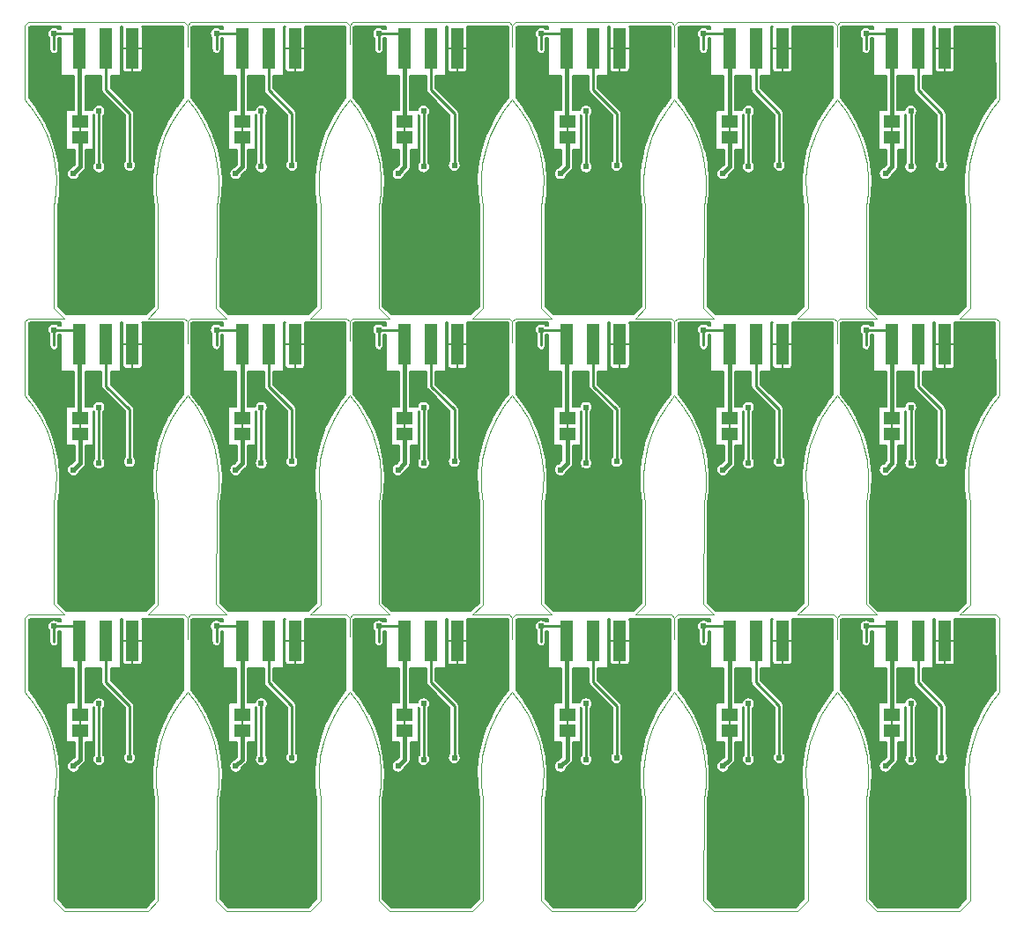
<source format=gbr>
%TF.GenerationSoftware,KiCad,Pcbnew,5.1.6-c6e7f7d~86~ubuntu18.04.1*%
%TF.CreationDate,2020-06-11T11:49:16+02:00*%
%TF.ProjectId,AVR_ISP_With_POGO_Pin_panelized,4156525f-4953-4505-9f57-6974685f504f,rev?*%
%TF.SameCoordinates,Original*%
%TF.FileFunction,Copper,L2,Bot*%
%TF.FilePolarity,Positive*%
%FSLAX46Y46*%
G04 Gerber Fmt 4.6, Leading zero omitted, Abs format (unit mm)*
G04 Created by KiCad (PCBNEW 5.1.6-c6e7f7d~86~ubuntu18.04.1) date 2020-06-11 11:49:16*
%MOMM*%
%LPD*%
G01*
G04 APERTURE LIST*
%TA.AperFunction,Profile*%
%ADD10C,0.100000*%
%TD*%
%TA.AperFunction,SMDPad,CuDef*%
%ADD11R,1.300000X4.000000*%
%TD*%
%TA.AperFunction,SMDPad,CuDef*%
%ADD12R,1.600200X1.168400*%
%TD*%
%TA.AperFunction,ViaPad*%
%ADD13C,0.609600*%
%TD*%
%TA.AperFunction,Conductor*%
%ADD14C,0.254000*%
%TD*%
%TA.AperFunction,Conductor*%
%ADD15C,0.457200*%
%TD*%
%TA.AperFunction,Conductor*%
%ADD16C,0.152400*%
%TD*%
%TA.AperFunction,Conductor*%
%ADD17C,0.203200*%
%TD*%
G04 APERTURE END LIST*
D10*
X65601000Y-78789900D02*
X65601800Y-80846800D01*
X65300500Y-78499200D02*
X65601000Y-78789900D01*
X61802400Y-78499000D02*
X65300500Y-78499200D01*
X62801000Y-77500100D02*
X61802400Y-78499000D01*
X62801000Y-67700000D02*
X62801000Y-77500100D01*
X62632800Y-66331600D02*
X62801000Y-67700000D01*
X62617000Y-64953100D02*
X62632800Y-66331600D01*
X62753800Y-63581400D02*
X62617000Y-64953100D01*
X63041500Y-62233100D02*
X62753800Y-63581400D01*
X63476400Y-60925000D02*
X63041500Y-62233100D01*
X64053500Y-59673000D02*
X63476400Y-60925000D01*
X64765400Y-58492600D02*
X64053500Y-59673000D01*
X65601800Y-57400300D02*
X64765400Y-58492600D01*
X66446300Y-58498900D02*
X65601800Y-57400300D01*
X67162800Y-59684300D02*
X66446300Y-58498900D01*
X67742800Y-60942300D02*
X67162800Y-59684300D01*
X68178900Y-62257000D02*
X67742800Y-60942300D01*
X68465800Y-63612200D02*
X68178900Y-62257000D01*
X68599800Y-64990900D02*
X68465800Y-63612200D01*
X68579300Y-66376000D02*
X68599800Y-64990900D01*
X68404500Y-67750300D02*
X68579300Y-66376000D01*
X68381800Y-77480100D02*
X68404500Y-67750300D01*
X69400400Y-78499000D02*
X68381800Y-77480100D01*
X65902200Y-78499200D02*
X69400400Y-78499000D01*
X65601800Y-78799900D02*
X65902200Y-78499200D01*
X65601800Y-80846800D02*
X65601800Y-78799900D01*
X81203800Y-78789900D02*
X81204500Y-80606800D01*
X80903300Y-78499100D02*
X81203800Y-78789900D01*
X77405200Y-78499000D02*
X80903300Y-78499100D01*
X78403800Y-77500100D02*
X77405200Y-78499000D01*
X78403800Y-67700000D02*
X78403800Y-77500100D01*
X78235600Y-66331600D02*
X78403800Y-67700000D01*
X78219800Y-64953100D02*
X78235600Y-66331600D01*
X78356600Y-63581400D02*
X78219800Y-64953100D01*
X78644200Y-62233100D02*
X78356600Y-63581400D01*
X79079200Y-60925000D02*
X78644200Y-62233100D01*
X79656200Y-59673000D02*
X79079200Y-60925000D01*
X80368200Y-58492600D02*
X79656200Y-59673000D01*
X81204600Y-57400300D02*
X80368200Y-58492600D01*
X82049000Y-58498900D02*
X81204600Y-57400300D01*
X82765600Y-59684300D02*
X82049000Y-58498900D01*
X83345600Y-60942300D02*
X82765600Y-59684300D01*
X83781700Y-62257000D02*
X83345600Y-60942300D01*
X84068600Y-63612200D02*
X83781700Y-62257000D01*
X84202600Y-64990900D02*
X84068600Y-63612200D01*
X84182100Y-66376000D02*
X84202600Y-64990900D01*
X84007300Y-67750300D02*
X84182100Y-66376000D01*
X83984500Y-77480100D02*
X84007300Y-67750300D01*
X85003100Y-78499000D02*
X83984500Y-77480100D01*
X81505000Y-78499100D02*
X85003100Y-78499000D01*
X81204500Y-78799900D02*
X81505000Y-78499100D01*
X81204500Y-80606800D02*
X81204500Y-78799900D01*
X96806500Y-78789900D02*
X96807300Y-80811700D01*
X96506000Y-78499200D02*
X96806500Y-78789900D01*
X93007900Y-78499000D02*
X96506000Y-78499200D01*
X94006500Y-77500100D02*
X93007900Y-78499000D01*
X94006500Y-67700000D02*
X94006500Y-77500100D01*
X93838400Y-66331600D02*
X94006500Y-67700000D01*
X93822600Y-64953100D02*
X93838400Y-66331600D01*
X93959400Y-63581400D02*
X93822600Y-64953100D01*
X94247000Y-62233100D02*
X93959400Y-63581400D01*
X94682000Y-60925000D02*
X94247000Y-62233100D01*
X95259000Y-59673000D02*
X94682000Y-60925000D01*
X95970900Y-58492600D02*
X95259000Y-59673000D01*
X96807300Y-57400300D02*
X95970900Y-58492600D01*
X97651800Y-58498900D02*
X96807300Y-57400300D01*
X98368400Y-59684300D02*
X97651800Y-58498900D01*
X98948300Y-60942300D02*
X98368400Y-59684300D01*
X99384500Y-62257000D02*
X98948300Y-60942300D01*
X99671300Y-63612200D02*
X99384500Y-62257000D01*
X99805300Y-64990900D02*
X99671300Y-63612200D01*
X99784800Y-66376000D02*
X99805300Y-64990900D01*
X99610000Y-67750300D02*
X99784800Y-66376000D01*
X99587300Y-77480100D02*
X99610000Y-67750300D01*
X100605900Y-78499000D02*
X99587300Y-77480100D01*
X97107700Y-78499200D02*
X100605900Y-78499000D01*
X96807300Y-78799900D02*
X97107700Y-78499200D01*
X96807300Y-80811700D02*
X96807300Y-78799900D01*
X112409300Y-78789900D02*
X112410100Y-80830600D01*
X112108800Y-78499200D02*
X112409300Y-78789900D01*
X108610700Y-78499000D02*
X112108800Y-78499200D01*
X109609300Y-77500100D02*
X108610700Y-78499000D01*
X109609300Y-67700000D02*
X109609300Y-77500100D01*
X109441200Y-66331600D02*
X109609300Y-67700000D01*
X109425400Y-64953100D02*
X109441200Y-66331600D01*
X109562100Y-63581400D02*
X109425400Y-64953100D01*
X109849800Y-62233100D02*
X109562100Y-63581400D01*
X110284800Y-60925000D02*
X109849800Y-62233100D01*
X110861800Y-59673000D02*
X110284800Y-60925000D01*
X111573700Y-58492600D02*
X110861800Y-59673000D01*
X112410100Y-57400300D02*
X111573700Y-58492600D01*
X113254600Y-58498900D02*
X112410100Y-57400300D01*
X113971200Y-59684300D02*
X113254600Y-58498900D01*
X114551100Y-60942300D02*
X113971200Y-59684300D01*
X114987300Y-62257000D02*
X114551100Y-60942300D01*
X115274100Y-63612200D02*
X114987300Y-62257000D01*
X115408100Y-64990900D02*
X115274100Y-63612200D01*
X115387600Y-66376000D02*
X115408100Y-64990900D01*
X115212800Y-67750300D02*
X115387600Y-66376000D01*
X115190100Y-77480100D02*
X115212800Y-67750300D01*
X116208700Y-78499000D02*
X115190100Y-77480100D01*
X112710500Y-78499200D02*
X116208700Y-78499000D01*
X112410100Y-78799900D02*
X112710500Y-78499200D01*
X112410100Y-80830600D02*
X112410100Y-78799900D01*
X128012100Y-78789900D02*
X128012900Y-80849800D01*
X127711600Y-78499200D02*
X128012100Y-78789900D01*
X124213500Y-78499000D02*
X127711600Y-78499200D01*
X125212100Y-77500100D02*
X124213500Y-78499000D01*
X125212100Y-67700000D02*
X125212100Y-77500100D01*
X125043900Y-66331600D02*
X125212100Y-67700000D01*
X125028100Y-64953100D02*
X125043900Y-66331600D01*
X125164900Y-63581400D02*
X125028100Y-64953100D01*
X125452500Y-62233100D02*
X125164900Y-63581400D01*
X125887500Y-60925000D02*
X125452500Y-62233100D01*
X126464500Y-59673000D02*
X125887500Y-60925000D01*
X127176500Y-58492600D02*
X126464500Y-59673000D01*
X128012900Y-57400300D02*
X127176500Y-58492600D01*
X128857400Y-58498900D02*
X128012900Y-57400300D01*
X129573900Y-59684300D02*
X128857400Y-58498900D01*
X130153900Y-60942300D02*
X129573900Y-59684300D01*
X130590000Y-62257000D02*
X130153900Y-60942300D01*
X130876900Y-63612200D02*
X130590000Y-62257000D01*
X131010900Y-64990900D02*
X130876900Y-63612200D01*
X130990400Y-66376000D02*
X131010900Y-64990900D01*
X130815600Y-67750300D02*
X130990400Y-66376000D01*
X130792900Y-77480100D02*
X130815600Y-67750300D01*
X131811500Y-78499000D02*
X130792900Y-77480100D01*
X128313300Y-78499200D02*
X131811500Y-78499000D01*
X128012900Y-78799900D02*
X128313300Y-78499200D01*
X128012900Y-80849800D02*
X128012900Y-78799900D01*
X65601000Y-107289900D02*
X65601800Y-109346900D01*
X65300500Y-106999200D02*
X65601000Y-107289900D01*
X61802400Y-106999000D02*
X65300500Y-106999200D01*
X62801000Y-106000100D02*
X61802400Y-106999000D01*
X62801000Y-96200000D02*
X62801000Y-106000100D01*
X62632800Y-94831600D02*
X62801000Y-96200000D01*
X62617000Y-93453100D02*
X62632800Y-94831600D01*
X62753800Y-92081400D02*
X62617000Y-93453100D01*
X63041500Y-90733200D02*
X62753800Y-92081400D01*
X63476400Y-89425000D02*
X63041500Y-90733200D01*
X64053500Y-88173100D02*
X63476400Y-89425000D01*
X64765400Y-86992600D02*
X64053500Y-88173100D01*
X65601800Y-85900300D02*
X64765400Y-86992600D01*
X66446300Y-86998900D02*
X65601800Y-85900300D01*
X67162800Y-88184300D02*
X66446300Y-86998900D01*
X67742800Y-89442300D02*
X67162800Y-88184300D01*
X68178900Y-90757000D02*
X67742800Y-89442300D01*
X68465800Y-92112200D02*
X68178900Y-90757000D01*
X68599800Y-93490900D02*
X68465800Y-92112200D01*
X68579300Y-94876000D02*
X68599800Y-93490900D01*
X68404500Y-96250300D02*
X68579300Y-94876000D01*
X68381800Y-105980100D02*
X68404500Y-96250300D01*
X69400400Y-106999000D02*
X68381800Y-105980100D01*
X65902200Y-106999200D02*
X69400400Y-106999000D01*
X65601800Y-107299900D02*
X65902200Y-106999200D01*
X65601800Y-109346900D02*
X65601800Y-107299900D01*
X81203800Y-107289900D02*
X81204500Y-109106800D01*
X80903300Y-106999100D02*
X81203800Y-107289900D01*
X77405200Y-106999000D02*
X80903300Y-106999100D01*
X78403800Y-106000100D02*
X77405200Y-106999000D01*
X78403800Y-96200000D02*
X78403800Y-106000100D01*
X78235600Y-94831600D02*
X78403800Y-96200000D01*
X78219800Y-93453100D02*
X78235600Y-94831600D01*
X78356600Y-92081400D02*
X78219800Y-93453100D01*
X78644200Y-90733200D02*
X78356600Y-92081400D01*
X79079200Y-89425000D02*
X78644200Y-90733200D01*
X79656200Y-88173100D02*
X79079200Y-89425000D01*
X80368200Y-86992600D02*
X79656200Y-88173100D01*
X81204600Y-85900300D02*
X80368200Y-86992600D01*
X82049000Y-86998900D02*
X81204600Y-85900300D01*
X82765600Y-88184300D02*
X82049000Y-86998900D01*
X83345600Y-89442300D02*
X82765600Y-88184300D01*
X83781700Y-90757000D02*
X83345600Y-89442300D01*
X84068600Y-92112200D02*
X83781700Y-90757000D01*
X84202600Y-93490900D02*
X84068600Y-92112200D01*
X84182100Y-94876000D02*
X84202600Y-93490900D01*
X84007300Y-96250300D02*
X84182100Y-94876000D01*
X83984500Y-105980100D02*
X84007300Y-96250300D01*
X85003100Y-106999000D02*
X83984500Y-105980100D01*
X81505000Y-106999100D02*
X85003100Y-106999000D01*
X81204500Y-107299900D02*
X81505000Y-106999100D01*
X81204500Y-109106800D02*
X81204500Y-107299900D01*
X96806500Y-107289900D02*
X96807300Y-109311700D01*
X96506000Y-106999200D02*
X96806500Y-107289900D01*
X93007900Y-106999000D02*
X96506000Y-106999200D01*
X94006500Y-106000100D02*
X93007900Y-106999000D01*
X94006500Y-96200000D02*
X94006500Y-106000100D01*
X93838400Y-94831600D02*
X94006500Y-96200000D01*
X93822600Y-93453100D02*
X93838400Y-94831600D01*
X93959400Y-92081400D02*
X93822600Y-93453100D01*
X94247000Y-90733200D02*
X93959400Y-92081400D01*
X94682000Y-89425000D02*
X94247000Y-90733200D01*
X95259000Y-88173100D02*
X94682000Y-89425000D01*
X95970900Y-86992600D02*
X95259000Y-88173100D01*
X96807400Y-85900300D02*
X95970900Y-86992600D01*
X97651800Y-86998900D02*
X96807400Y-85900300D01*
X98368400Y-88184300D02*
X97651800Y-86998900D01*
X98948300Y-89442300D02*
X98368400Y-88184300D01*
X99384500Y-90757000D02*
X98948300Y-89442300D01*
X99671300Y-92112200D02*
X99384500Y-90757000D01*
X99805300Y-93490900D02*
X99671300Y-92112200D01*
X99784800Y-94876000D02*
X99805300Y-93490900D01*
X99610000Y-96250300D02*
X99784800Y-94876000D01*
X99587300Y-105980100D02*
X99610000Y-96250300D01*
X100605900Y-106999000D02*
X99587300Y-105980100D01*
X97107700Y-106999200D02*
X100605900Y-106999000D01*
X96807300Y-107299900D02*
X97107700Y-106999200D01*
X96807300Y-109311700D02*
X96807300Y-107299900D01*
X112409300Y-107289900D02*
X112410100Y-109330600D01*
X112108800Y-106999200D02*
X112409300Y-107289900D01*
X108610700Y-106999000D02*
X112108800Y-106999200D01*
X109609300Y-106000100D02*
X108610700Y-106999000D01*
X109609300Y-96200000D02*
X109609300Y-106000100D01*
X109441200Y-94831600D02*
X109609300Y-96200000D01*
X109425400Y-93453100D02*
X109441200Y-94831600D01*
X109562100Y-92081400D02*
X109425400Y-93453100D01*
X109849800Y-90733200D02*
X109562100Y-92081400D01*
X110284800Y-89425000D02*
X109849800Y-90733200D01*
X110861800Y-88173100D02*
X110284800Y-89425000D01*
X111573700Y-86992600D02*
X110861800Y-88173100D01*
X112410100Y-85900300D02*
X111573700Y-86992600D01*
X113254600Y-86998900D02*
X112410100Y-85900300D01*
X113971200Y-88184300D02*
X113254600Y-86998900D01*
X114551100Y-89442300D02*
X113971200Y-88184300D01*
X114987300Y-90757000D02*
X114551100Y-89442300D01*
X115274100Y-92112200D02*
X114987300Y-90757000D01*
X115408100Y-93490900D02*
X115274100Y-92112200D01*
X115387600Y-94876000D02*
X115408100Y-93490900D01*
X115212800Y-96250300D02*
X115387600Y-94876000D01*
X115190100Y-105980100D02*
X115212800Y-96250300D01*
X116208700Y-106999000D02*
X115190100Y-105980100D01*
X112710500Y-106999200D02*
X116208700Y-106999000D01*
X112410100Y-107299900D02*
X112710500Y-106999200D01*
X112410100Y-109330600D02*
X112410100Y-107299900D01*
X128012100Y-107289900D02*
X128012900Y-109349800D01*
X127711600Y-106999200D02*
X128012100Y-107289900D01*
X124213500Y-106999000D02*
X127711600Y-106999200D01*
X125212100Y-106000100D02*
X124213500Y-106999000D01*
X125212100Y-96200000D02*
X125212100Y-106000100D01*
X125043900Y-94831600D02*
X125212100Y-96200000D01*
X125028100Y-93453100D02*
X125043900Y-94831600D01*
X125164900Y-92081400D02*
X125028100Y-93453100D01*
X125452500Y-90733200D02*
X125164900Y-92081400D01*
X125887500Y-89425000D02*
X125452500Y-90733200D01*
X126464500Y-88173100D02*
X125887500Y-89425000D01*
X127176500Y-86992600D02*
X126464500Y-88173100D01*
X128012900Y-85900300D02*
X127176500Y-86992600D01*
X128857400Y-86998900D02*
X128012900Y-85900300D01*
X129573900Y-88184300D02*
X128857400Y-86998900D01*
X130153900Y-89442300D02*
X129573900Y-88184300D01*
X130590000Y-90757000D02*
X130153900Y-89442300D01*
X130876900Y-92112200D02*
X130590000Y-90757000D01*
X131010900Y-93490900D02*
X130876900Y-92112200D01*
X130990400Y-94876000D02*
X131010900Y-93490900D01*
X130815600Y-96250300D02*
X130990400Y-94876000D01*
X130792900Y-105980100D02*
X130815600Y-96250300D01*
X131811500Y-106999000D02*
X130792900Y-105980100D01*
X128313300Y-106999200D02*
X131811500Y-106999000D01*
X128012900Y-107299900D02*
X128313300Y-106999200D01*
X128012900Y-109349800D02*
X128012900Y-107299900D01*
X140814900Y-106000100D02*
X139816300Y-106999000D01*
X140814900Y-96200000D02*
X140814900Y-106000100D01*
X140646700Y-94831600D02*
X140814900Y-96200000D01*
X140630900Y-93453100D02*
X140646700Y-94831600D01*
X140767700Y-92081400D02*
X140630900Y-93453100D01*
X141055300Y-90733200D02*
X140767700Y-92081400D01*
X141490300Y-89425000D02*
X141055300Y-90733200D01*
X142067300Y-88173100D02*
X141490300Y-89425000D01*
X142779300Y-86992600D02*
X142067300Y-88173100D01*
X143617600Y-85897500D02*
X142779300Y-86992600D01*
X143614800Y-78789500D02*
X143617600Y-85897500D01*
X143314000Y-78499000D02*
X143614800Y-78789500D01*
X139816300Y-78499000D02*
X143314000Y-78499000D01*
X140814900Y-77500100D02*
X139816300Y-78499000D01*
X140814900Y-67700000D02*
X140814900Y-77500100D01*
X140646700Y-66331600D02*
X140814900Y-67700000D01*
X140630900Y-64953100D02*
X140646700Y-66331600D01*
X140767700Y-63581400D02*
X140630900Y-64953100D01*
X141055300Y-62233100D02*
X140767700Y-63581400D01*
X141490300Y-60925000D02*
X141055300Y-62233100D01*
X142067300Y-59673000D02*
X141490300Y-60925000D01*
X142779300Y-58492600D02*
X142067300Y-59673000D01*
X143617600Y-57397500D02*
X142779300Y-58492600D01*
X143614900Y-50290000D02*
X143617600Y-57397500D01*
X143314400Y-49999200D02*
X143614900Y-50290000D01*
X128313700Y-49999000D02*
X143314400Y-49999200D01*
X128012900Y-50299900D02*
X128313700Y-49999000D01*
X128012900Y-52349800D02*
X128012900Y-50299900D01*
X128012100Y-50289900D02*
X128012900Y-52349800D01*
X127711100Y-49999000D02*
X128012100Y-50289900D01*
X112710900Y-49999000D02*
X127711100Y-49999000D01*
X112410100Y-50299900D02*
X112710900Y-49999000D01*
X112410100Y-52330600D02*
X112410100Y-50299900D01*
X112409300Y-50289900D02*
X112410100Y-52330600D01*
X112108300Y-49999000D02*
X112409300Y-50289900D01*
X97108100Y-49999000D02*
X112108300Y-49999000D01*
X96807300Y-50299900D02*
X97108100Y-49999000D01*
X96807300Y-52311700D02*
X96807300Y-50299900D01*
X96806500Y-50289900D02*
X96807300Y-52311700D01*
X96505500Y-49999000D02*
X96806500Y-50289900D01*
X81505400Y-49999000D02*
X96505500Y-49999000D01*
X81204500Y-50299900D02*
X81505400Y-49999000D01*
X81204500Y-52106800D02*
X81204500Y-50299900D01*
X81203800Y-50289900D02*
X81204500Y-52106800D01*
X80902900Y-49999000D02*
X81203800Y-50289900D01*
X65902700Y-49999000D02*
X80902900Y-49999000D01*
X65601800Y-50299900D02*
X65902700Y-49999000D01*
X65601800Y-52346800D02*
X65601800Y-50299900D01*
X65601000Y-50289900D02*
X65601800Y-52346800D01*
X65300100Y-49999000D02*
X65601000Y-50289900D01*
X50300000Y-49999000D02*
X65300100Y-49999000D01*
X49999200Y-50299400D02*
X50300000Y-49999000D01*
X49999000Y-57400200D02*
X49999200Y-50299400D01*
X50843500Y-58498900D02*
X49999000Y-57400200D01*
X51560100Y-59684300D02*
X50843500Y-58498900D01*
X52140000Y-60942300D02*
X51560100Y-59684300D01*
X52576200Y-62257000D02*
X52140000Y-60942300D01*
X52863000Y-63612200D02*
X52576200Y-62257000D01*
X52997000Y-64990900D02*
X52863000Y-63612200D01*
X52976500Y-66376000D02*
X52997000Y-64990900D01*
X52801700Y-67750300D02*
X52976500Y-66376000D01*
X52779000Y-77480100D02*
X52801700Y-67750300D01*
X53797600Y-78499000D02*
X52779000Y-77480100D01*
X50299900Y-78499000D02*
X53797600Y-78499000D01*
X49999100Y-78799500D02*
X50299900Y-78499000D01*
X49999000Y-85900100D02*
X49999100Y-78799500D01*
X50843500Y-86998900D02*
X49999000Y-85900100D01*
X51560100Y-88184300D02*
X50843500Y-86998900D01*
X52140000Y-89442300D02*
X51560100Y-88184300D01*
X52576200Y-90757000D02*
X52140000Y-89442300D01*
X52863000Y-92112200D02*
X52576200Y-90757000D01*
X52997000Y-93490900D02*
X52863000Y-92112200D01*
X52976500Y-94876000D02*
X52997000Y-93490900D01*
X52801700Y-96250300D02*
X52976500Y-94876000D01*
X52779000Y-105980100D02*
X52801700Y-96250300D01*
X53797600Y-106999000D02*
X52779000Y-105980100D01*
X50299900Y-106999000D02*
X53797600Y-106999000D01*
X49999100Y-107299500D02*
X50299900Y-106999000D01*
X49999000Y-114400000D02*
X49999100Y-107299500D01*
X50843500Y-115498900D02*
X49999000Y-114400000D01*
X51560100Y-116684300D02*
X50843500Y-115498900D01*
X52140000Y-117942300D02*
X51560100Y-116684300D01*
X52576200Y-119257100D02*
X52140000Y-117942300D01*
X52863000Y-120612200D02*
X52576200Y-119257100D01*
X52997000Y-121990900D02*
X52863000Y-120612200D01*
X52976500Y-123376000D02*
X52997000Y-121990900D01*
X52801700Y-124750300D02*
X52976500Y-123376000D01*
X52779000Y-134480100D02*
X52801700Y-124750300D01*
X53799400Y-135500800D02*
X52779000Y-134480100D01*
X61800100Y-135501000D02*
X53799400Y-135500800D01*
X62800900Y-134500500D02*
X61800100Y-135501000D01*
X62801000Y-124700000D02*
X62800900Y-134500500D01*
X62632800Y-123331600D02*
X62801000Y-124700000D01*
X62617000Y-121953100D02*
X62632800Y-123331600D01*
X62753800Y-120581400D02*
X62617000Y-121953100D01*
X63041500Y-119233200D02*
X62753800Y-120581400D01*
X63476400Y-117925000D02*
X63041500Y-119233200D01*
X64053500Y-116673100D02*
X63476400Y-117925000D01*
X64765400Y-115492600D02*
X64053500Y-116673100D01*
X65601800Y-114400300D02*
X64765400Y-115492600D01*
X66446300Y-115498900D02*
X65601800Y-114400300D01*
X67162800Y-116684300D02*
X66446300Y-115498900D01*
X67742800Y-117942300D02*
X67162800Y-116684300D01*
X68178900Y-119257100D02*
X67742800Y-117942300D01*
X68465800Y-120612200D02*
X68178900Y-119257100D01*
X68599800Y-121990900D02*
X68465800Y-120612200D01*
X68579300Y-123376000D02*
X68599800Y-121990900D01*
X68404500Y-124750300D02*
X68579300Y-123376000D01*
X68381800Y-134480100D02*
X68404500Y-124750300D01*
X69402200Y-135500800D02*
X68381800Y-134480100D01*
X77402900Y-135501000D02*
X69402200Y-135500800D01*
X78403700Y-134500500D02*
X77402900Y-135501000D01*
X78403800Y-124700000D02*
X78403700Y-134500500D01*
X78235600Y-123331600D02*
X78403800Y-124700000D01*
X78219800Y-121953100D02*
X78235600Y-123331600D01*
X78356600Y-120581400D02*
X78219800Y-121953100D01*
X78644200Y-119233200D02*
X78356600Y-120581400D01*
X79079200Y-117925000D02*
X78644200Y-119233200D01*
X79656200Y-116673100D02*
X79079200Y-117925000D01*
X80368200Y-115492600D02*
X79656200Y-116673100D01*
X81204600Y-114400300D02*
X80368200Y-115492600D01*
X82049000Y-115498900D02*
X81204600Y-114400300D01*
X82765600Y-116684300D02*
X82049000Y-115498900D01*
X83345600Y-117942300D02*
X82765600Y-116684300D01*
X83781700Y-119257100D02*
X83345600Y-117942300D01*
X84068600Y-120612200D02*
X83781700Y-119257100D01*
X84202600Y-121990900D02*
X84068600Y-120612200D01*
X84182100Y-123376000D02*
X84202600Y-121990900D01*
X84007300Y-124750300D02*
X84182100Y-123376000D01*
X83984600Y-134480500D02*
X84007300Y-124750300D01*
X85005400Y-135501000D02*
X83984600Y-134480500D01*
X93006000Y-135500900D02*
X85005400Y-135501000D01*
X94006500Y-134500100D02*
X93006000Y-135500900D01*
X94006500Y-124700000D02*
X94006500Y-134500100D01*
X93838400Y-123331600D02*
X94006500Y-124700000D01*
X93822600Y-121953100D02*
X93838400Y-123331600D01*
X93959400Y-120581400D02*
X93822600Y-121953100D01*
X94247000Y-119233200D02*
X93959400Y-120581400D01*
X94682000Y-117925000D02*
X94247000Y-119233200D01*
X95259000Y-116673100D02*
X94682000Y-117925000D01*
X95970900Y-115492600D02*
X95259000Y-116673100D01*
X96807400Y-114400300D02*
X95970900Y-115492600D01*
X97651800Y-115498900D02*
X96807400Y-114400300D01*
X98368400Y-116684300D02*
X97651800Y-115498900D01*
X98948300Y-117942300D02*
X98368400Y-116684300D01*
X99384500Y-119257100D02*
X98948300Y-117942300D01*
X99671300Y-120612200D02*
X99384500Y-119257100D01*
X99805300Y-121990900D02*
X99671300Y-120612200D01*
X99784800Y-123376000D02*
X99805300Y-121990900D01*
X99610000Y-124750300D02*
X99784800Y-123376000D01*
X99587400Y-134480500D02*
X99610000Y-124750300D01*
X100608200Y-135501000D02*
X99587400Y-134480500D01*
X108608700Y-135500900D02*
X100608200Y-135501000D01*
X109609300Y-134500100D02*
X108608700Y-135500900D01*
X109609300Y-124700000D02*
X109609300Y-134500100D01*
X109441200Y-123331600D02*
X109609300Y-124700000D01*
X109425400Y-121953100D02*
X109441200Y-123331600D01*
X109562100Y-120581400D02*
X109425400Y-121953100D01*
X109849800Y-119233200D02*
X109562100Y-120581400D01*
X110284800Y-117925000D02*
X109849800Y-119233200D01*
X110861800Y-116673100D02*
X110284800Y-117925000D01*
X111573700Y-115492600D02*
X110861800Y-116673100D01*
X112410100Y-114400300D02*
X111573700Y-115492600D01*
X113254600Y-115498900D02*
X112410100Y-114400300D01*
X113971200Y-116684300D02*
X113254600Y-115498900D01*
X114551100Y-117942300D02*
X113971200Y-116684300D01*
X114987300Y-119257100D02*
X114551100Y-117942300D01*
X115274100Y-120612200D02*
X114987300Y-119257100D01*
X115408100Y-121990900D02*
X115274100Y-120612200D01*
X115387600Y-123376000D02*
X115408100Y-121990900D01*
X115212800Y-124750300D02*
X115387600Y-123376000D01*
X115190200Y-134480500D02*
X115212800Y-124750300D01*
X116211000Y-135501000D02*
X115190200Y-134480500D01*
X124211400Y-135501000D02*
X116211000Y-135501000D01*
X125212100Y-134500100D02*
X124211400Y-135501000D01*
X125212100Y-124700000D02*
X125212100Y-134500100D01*
X125043900Y-123331600D02*
X125212100Y-124700000D01*
X125028100Y-121953100D02*
X125043900Y-123331600D01*
X125164900Y-120581400D02*
X125028100Y-121953100D01*
X125452500Y-119233200D02*
X125164900Y-120581400D01*
X125887500Y-117925000D02*
X125452500Y-119233200D01*
X126464500Y-116673100D02*
X125887500Y-117925000D01*
X127176500Y-115492600D02*
X126464500Y-116673100D01*
X128012900Y-114400300D02*
X127176500Y-115492600D01*
X128857400Y-115498900D02*
X128012900Y-114400300D01*
X129573900Y-116684300D02*
X128857400Y-115498900D01*
X130153900Y-117942300D02*
X129573900Y-116684300D01*
X130590000Y-119257100D02*
X130153900Y-117942300D01*
X130876900Y-120612200D02*
X130590000Y-119257100D01*
X131010900Y-121990900D02*
X130876900Y-120612200D01*
X130990400Y-123376000D02*
X131010900Y-121990900D01*
X130815600Y-124750300D02*
X130990400Y-123376000D01*
X130793000Y-134480500D02*
X130815600Y-124750300D01*
X131813800Y-135501000D02*
X130793000Y-134480500D01*
X139814200Y-135501000D02*
X131813800Y-135501000D01*
X140814900Y-134500100D02*
X139814200Y-135501000D01*
X140814900Y-124700000D02*
X140814900Y-134500100D01*
X140646700Y-123331600D02*
X140814900Y-124700000D01*
X140630900Y-121953100D02*
X140646700Y-123331600D01*
X140767700Y-120581400D02*
X140630900Y-121953100D01*
X141055300Y-119233200D02*
X140767700Y-120581400D01*
X141490300Y-117925000D02*
X141055300Y-119233200D01*
X142067300Y-116673100D02*
X141490300Y-117925000D01*
X142779300Y-115492600D02*
X142067300Y-116673100D01*
X143617600Y-114397400D02*
X142779300Y-115492600D01*
X143614800Y-107289500D02*
X143617600Y-114397400D01*
X143314000Y-106999000D02*
X143614800Y-107289500D01*
X139816300Y-106999000D02*
X143314000Y-106999000D01*
D11*
%TO.P,P1,6*%
%TO.N,Board_18-/GND*%
X138353871Y-109500027D03*
%TO.P,P1,2*%
%TO.N,Board_18-/VCC*%
X133273871Y-109500027D03*
%TO.P,P1,4*%
%TO.N,Board_18-/MOSI*%
X135813871Y-109500027D03*
%TD*%
D12*
%TO.P,JP1,2*%
%TO.N,Board_18-/VCC*%
X133313871Y-116576027D03*
%TO.P,JP1,1*%
X133313871Y-118100027D03*
%TD*%
D11*
%TO.P,P1,6*%
%TO.N,Board_17-/GND*%
X122751097Y-109500027D03*
%TO.P,P1,2*%
%TO.N,Board_17-/VCC*%
X117671097Y-109500027D03*
%TO.P,P1,4*%
%TO.N,Board_17-/MOSI*%
X120211097Y-109500027D03*
%TD*%
D12*
%TO.P,JP1,2*%
%TO.N,Board_17-/VCC*%
X117711097Y-116576027D03*
%TO.P,JP1,1*%
X117711097Y-118100027D03*
%TD*%
D11*
%TO.P,P1,6*%
%TO.N,Board_16-/GND*%
X107148323Y-109500027D03*
%TO.P,P1,2*%
%TO.N,Board_16-/VCC*%
X102068323Y-109500027D03*
%TO.P,P1,4*%
%TO.N,Board_16-/MOSI*%
X104608323Y-109500027D03*
%TD*%
D12*
%TO.P,JP1,2*%
%TO.N,Board_16-/VCC*%
X102108323Y-116576027D03*
%TO.P,JP1,1*%
X102108323Y-118100027D03*
%TD*%
D11*
%TO.P,P1,6*%
%TO.N,Board_15-/GND*%
X91545549Y-109500027D03*
%TO.P,P1,2*%
%TO.N,Board_15-/VCC*%
X86465549Y-109500027D03*
%TO.P,P1,4*%
%TO.N,Board_15-/MOSI*%
X89005549Y-109500027D03*
%TD*%
D12*
%TO.P,JP1,2*%
%TO.N,Board_15-/VCC*%
X86505549Y-116576027D03*
%TO.P,JP1,1*%
X86505549Y-118100027D03*
%TD*%
D11*
%TO.P,P1,6*%
%TO.N,Board_14-/GND*%
X75942775Y-109500027D03*
%TO.P,P1,2*%
%TO.N,Board_14-/VCC*%
X70862775Y-109500027D03*
%TO.P,P1,4*%
%TO.N,Board_14-/MOSI*%
X73402775Y-109500027D03*
%TD*%
D12*
%TO.P,JP1,2*%
%TO.N,Board_14-/VCC*%
X70902775Y-116576027D03*
%TO.P,JP1,1*%
X70902775Y-118100027D03*
%TD*%
D11*
%TO.P,P1,6*%
%TO.N,Board_13-/GND*%
X60340001Y-109500027D03*
%TO.P,P1,2*%
%TO.N,Board_13-/VCC*%
X55260001Y-109500027D03*
%TO.P,P1,4*%
%TO.N,Board_13-/MOSI*%
X57800001Y-109500027D03*
%TD*%
D12*
%TO.P,JP1,2*%
%TO.N,Board_13-/VCC*%
X55300001Y-116576027D03*
%TO.P,JP1,1*%
X55300001Y-118100027D03*
%TD*%
D11*
%TO.P,P1,6*%
%TO.N,Board_12-/GND*%
X138353871Y-81000014D03*
%TO.P,P1,2*%
%TO.N,Board_12-/VCC*%
X133273871Y-81000014D03*
%TO.P,P1,4*%
%TO.N,Board_12-/MOSI*%
X135813871Y-81000014D03*
%TD*%
D12*
%TO.P,JP1,2*%
%TO.N,Board_12-/VCC*%
X133313871Y-88076014D03*
%TO.P,JP1,1*%
X133313871Y-89600014D03*
%TD*%
D11*
%TO.P,P1,6*%
%TO.N,Board_11-/GND*%
X122751097Y-81000014D03*
%TO.P,P1,2*%
%TO.N,Board_11-/VCC*%
X117671097Y-81000014D03*
%TO.P,P1,4*%
%TO.N,Board_11-/MOSI*%
X120211097Y-81000014D03*
%TD*%
D12*
%TO.P,JP1,2*%
%TO.N,Board_11-/VCC*%
X117711097Y-88076014D03*
%TO.P,JP1,1*%
X117711097Y-89600014D03*
%TD*%
D11*
%TO.P,P1,6*%
%TO.N,Board_10-/GND*%
X107148323Y-81000014D03*
%TO.P,P1,2*%
%TO.N,Board_10-/VCC*%
X102068323Y-81000014D03*
%TO.P,P1,4*%
%TO.N,Board_10-/MOSI*%
X104608323Y-81000014D03*
%TD*%
D12*
%TO.P,JP1,2*%
%TO.N,Board_10-/VCC*%
X102108323Y-88076014D03*
%TO.P,JP1,1*%
X102108323Y-89600014D03*
%TD*%
D11*
%TO.P,P1,6*%
%TO.N,Board_9-/GND*%
X91545549Y-81000014D03*
%TO.P,P1,2*%
%TO.N,Board_9-/VCC*%
X86465549Y-81000014D03*
%TO.P,P1,4*%
%TO.N,Board_9-/MOSI*%
X89005549Y-81000014D03*
%TD*%
D12*
%TO.P,JP1,2*%
%TO.N,Board_9-/VCC*%
X86505549Y-88076014D03*
%TO.P,JP1,1*%
X86505549Y-89600014D03*
%TD*%
D11*
%TO.P,P1,6*%
%TO.N,Board_8-/GND*%
X75942775Y-81000014D03*
%TO.P,P1,2*%
%TO.N,Board_8-/VCC*%
X70862775Y-81000014D03*
%TO.P,P1,4*%
%TO.N,Board_8-/MOSI*%
X73402775Y-81000014D03*
%TD*%
D12*
%TO.P,JP1,2*%
%TO.N,Board_8-/VCC*%
X70902775Y-88076014D03*
%TO.P,JP1,1*%
X70902775Y-89600014D03*
%TD*%
D11*
%TO.P,P1,6*%
%TO.N,Board_7-/GND*%
X60340001Y-81000014D03*
%TO.P,P1,2*%
%TO.N,Board_7-/VCC*%
X55260001Y-81000014D03*
%TO.P,P1,4*%
%TO.N,Board_7-/MOSI*%
X57800001Y-81000014D03*
%TD*%
D12*
%TO.P,JP1,2*%
%TO.N,Board_7-/VCC*%
X55300001Y-88076014D03*
%TO.P,JP1,1*%
X55300001Y-89600014D03*
%TD*%
D11*
%TO.P,P1,6*%
%TO.N,Board_6-/GND*%
X138353871Y-52500001D03*
%TO.P,P1,2*%
%TO.N,Board_6-/VCC*%
X133273871Y-52500001D03*
%TO.P,P1,4*%
%TO.N,Board_6-/MOSI*%
X135813871Y-52500001D03*
%TD*%
D12*
%TO.P,JP1,2*%
%TO.N,Board_6-/VCC*%
X133313871Y-59576001D03*
%TO.P,JP1,1*%
X133313871Y-61100001D03*
%TD*%
D11*
%TO.P,P1,6*%
%TO.N,Board_5-/GND*%
X122751097Y-52500001D03*
%TO.P,P1,2*%
%TO.N,Board_5-/VCC*%
X117671097Y-52500001D03*
%TO.P,P1,4*%
%TO.N,Board_5-/MOSI*%
X120211097Y-52500001D03*
%TD*%
D12*
%TO.P,JP1,2*%
%TO.N,Board_5-/VCC*%
X117711097Y-59576001D03*
%TO.P,JP1,1*%
X117711097Y-61100001D03*
%TD*%
D11*
%TO.P,P1,6*%
%TO.N,Board_4-/GND*%
X107148323Y-52500001D03*
%TO.P,P1,2*%
%TO.N,Board_4-/VCC*%
X102068323Y-52500001D03*
%TO.P,P1,4*%
%TO.N,Board_4-/MOSI*%
X104608323Y-52500001D03*
%TD*%
D12*
%TO.P,JP1,2*%
%TO.N,Board_4-/VCC*%
X102108323Y-59576001D03*
%TO.P,JP1,1*%
X102108323Y-61100001D03*
%TD*%
D11*
%TO.P,P1,6*%
%TO.N,Board_3-/GND*%
X91545549Y-52500001D03*
%TO.P,P1,2*%
%TO.N,Board_3-/VCC*%
X86465549Y-52500001D03*
%TO.P,P1,4*%
%TO.N,Board_3-/MOSI*%
X89005549Y-52500001D03*
%TD*%
D12*
%TO.P,JP1,2*%
%TO.N,Board_3-/VCC*%
X86505549Y-59576001D03*
%TO.P,JP1,1*%
X86505549Y-61100001D03*
%TD*%
D11*
%TO.P,P1,6*%
%TO.N,Board_2-/GND*%
X75942775Y-52500001D03*
%TO.P,P1,2*%
%TO.N,Board_2-/VCC*%
X70862775Y-52500001D03*
%TO.P,P1,4*%
%TO.N,Board_2-/MOSI*%
X73402775Y-52500001D03*
%TD*%
D12*
%TO.P,JP1,2*%
%TO.N,Board_2-/VCC*%
X70902775Y-59576001D03*
%TO.P,JP1,1*%
X70902775Y-61100001D03*
%TD*%
D11*
%TO.P,P1,6*%
%TO.N,Board_1-/GND*%
X60340001Y-52500001D03*
%TO.P,P1,2*%
%TO.N,Board_1-/VCC*%
X55260001Y-52500001D03*
%TO.P,P1,4*%
%TO.N,Board_1-/MOSI*%
X57800001Y-52500001D03*
%TD*%
D12*
%TO.P,JP1,2*%
%TO.N,Board_1-/VCC*%
X55300001Y-59576001D03*
%TO.P,JP1,1*%
X55300001Y-61100001D03*
%TD*%
D13*
%TO.N,Board_1-/GND*%
X64500001Y-51100001D03*
X51100001Y-51100001D03*
X62500001Y-60800001D03*
X52794001Y-58561001D03*
X53600001Y-76800001D03*
X62000001Y-76800001D03*
X59300001Y-60600001D03*
X56600001Y-55500001D03*
%TO.N,Board_1-/MOSI*%
X60050001Y-63750001D03*
%TO.N,Board_1-/SCK*%
X57100001Y-63899983D03*
X57100001Y-58550001D03*
%TO.N,Board_1-/VCC*%
X54650001Y-64550001D03*
X52794001Y-51100001D03*
%TO.N,Board_2-/GND*%
X80102775Y-51100001D03*
X66702775Y-51100001D03*
X78102775Y-60800001D03*
X68396775Y-58561001D03*
X69202775Y-76800001D03*
X77602775Y-76800001D03*
X74902775Y-60600001D03*
X72202775Y-55500001D03*
%TO.N,Board_2-/MOSI*%
X75652775Y-63750001D03*
%TO.N,Board_2-/SCK*%
X72702775Y-63899983D03*
X72702775Y-58550001D03*
%TO.N,Board_2-/VCC*%
X70252775Y-64550001D03*
X68396775Y-51100001D03*
%TO.N,Board_3-/GND*%
X95705549Y-51100001D03*
X82305549Y-51100001D03*
X93705549Y-60800001D03*
X83999549Y-58561001D03*
X84805549Y-76800001D03*
X93205549Y-76800001D03*
X90505549Y-60600001D03*
X87805549Y-55500001D03*
%TO.N,Board_3-/MOSI*%
X91255549Y-63750001D03*
%TO.N,Board_3-/SCK*%
X88305549Y-63899983D03*
X88305549Y-58550001D03*
%TO.N,Board_3-/VCC*%
X85855549Y-64550001D03*
X83999549Y-51100001D03*
%TO.N,Board_4-/GND*%
X111308323Y-51100001D03*
X97908323Y-51100001D03*
X109308323Y-60800001D03*
X99602323Y-58561001D03*
X100408323Y-76800001D03*
X108808323Y-76800001D03*
X106108323Y-60600001D03*
X103408323Y-55500001D03*
%TO.N,Board_4-/MOSI*%
X106858323Y-63750001D03*
%TO.N,Board_4-/SCK*%
X103908323Y-63899983D03*
X103908323Y-58550001D03*
%TO.N,Board_4-/VCC*%
X101458323Y-64550001D03*
X99602323Y-51100001D03*
%TO.N,Board_5-/GND*%
X126911097Y-51100001D03*
X113511097Y-51100001D03*
X124911097Y-60800001D03*
X115205097Y-58561001D03*
X116011097Y-76800001D03*
X124411097Y-76800001D03*
X121711097Y-60600001D03*
X119011097Y-55500001D03*
%TO.N,Board_5-/MOSI*%
X122461097Y-63750001D03*
%TO.N,Board_5-/SCK*%
X119511097Y-63899983D03*
X119511097Y-58550001D03*
%TO.N,Board_5-/VCC*%
X117061097Y-64550001D03*
X115205097Y-51100001D03*
%TO.N,Board_6-/GND*%
X142513871Y-51100001D03*
X129113871Y-51100001D03*
X140513871Y-60800001D03*
X130807871Y-58561001D03*
X131613871Y-76800001D03*
X140013871Y-76800001D03*
X137313871Y-60600001D03*
X134613871Y-55500001D03*
%TO.N,Board_6-/MOSI*%
X138063871Y-63750001D03*
%TO.N,Board_6-/SCK*%
X135113871Y-63899983D03*
X135113871Y-58550001D03*
%TO.N,Board_6-/VCC*%
X132663871Y-64550001D03*
X130807871Y-51100001D03*
%TO.N,Board_7-/GND*%
X64500001Y-79600014D03*
X51100001Y-79600014D03*
X62500001Y-89300014D03*
X52794001Y-87061014D03*
X53600001Y-105300014D03*
X62000001Y-105300014D03*
X59300001Y-89100014D03*
X56600001Y-84000014D03*
%TO.N,Board_7-/MOSI*%
X60050001Y-92250014D03*
%TO.N,Board_7-/SCK*%
X57100001Y-92399996D03*
X57100001Y-87050014D03*
%TO.N,Board_7-/VCC*%
X54650001Y-93050014D03*
X52794001Y-79600014D03*
%TO.N,Board_8-/GND*%
X80102775Y-79600014D03*
X66702775Y-79600014D03*
X78102775Y-89300014D03*
X68396775Y-87061014D03*
X69202775Y-105300014D03*
X77602775Y-105300014D03*
X74902775Y-89100014D03*
X72202775Y-84000014D03*
%TO.N,Board_8-/MOSI*%
X75652775Y-92250014D03*
%TO.N,Board_8-/SCK*%
X72702775Y-92399996D03*
X72702775Y-87050014D03*
%TO.N,Board_8-/VCC*%
X70252775Y-93050014D03*
X68396775Y-79600014D03*
%TO.N,Board_9-/GND*%
X95705549Y-79600014D03*
X82305549Y-79600014D03*
X93705549Y-89300014D03*
X83999549Y-87061014D03*
X84805549Y-105300014D03*
X93205549Y-105300014D03*
X90505549Y-89100014D03*
X87805549Y-84000014D03*
%TO.N,Board_9-/MOSI*%
X91255549Y-92250014D03*
%TO.N,Board_9-/SCK*%
X88305549Y-92399996D03*
X88305549Y-87050014D03*
%TO.N,Board_9-/VCC*%
X85855549Y-93050014D03*
X83999549Y-79600014D03*
%TO.N,Board_10-/GND*%
X111308323Y-79600014D03*
X97908323Y-79600014D03*
X109308323Y-89300014D03*
X99602323Y-87061014D03*
X100408323Y-105300014D03*
X108808323Y-105300014D03*
X106108323Y-89100014D03*
X103408323Y-84000014D03*
%TO.N,Board_10-/MOSI*%
X106858323Y-92250014D03*
%TO.N,Board_10-/SCK*%
X103908323Y-92399996D03*
X103908323Y-87050014D03*
%TO.N,Board_10-/VCC*%
X101458323Y-93050014D03*
X99602323Y-79600014D03*
%TO.N,Board_11-/GND*%
X126911097Y-79600014D03*
X113511097Y-79600014D03*
X124911097Y-89300014D03*
X115205097Y-87061014D03*
X116011097Y-105300014D03*
X124411097Y-105300014D03*
X121711097Y-89100014D03*
X119011097Y-84000014D03*
%TO.N,Board_11-/MOSI*%
X122461097Y-92250014D03*
%TO.N,Board_11-/SCK*%
X119511097Y-92399996D03*
X119511097Y-87050014D03*
%TO.N,Board_11-/VCC*%
X117061097Y-93050014D03*
X115205097Y-79600014D03*
%TO.N,Board_12-/GND*%
X142513871Y-79600014D03*
X129113871Y-79600014D03*
X140513871Y-89300014D03*
X130807871Y-87061014D03*
X131613871Y-105300014D03*
X140013871Y-105300014D03*
X137313871Y-89100014D03*
X134613871Y-84000014D03*
%TO.N,Board_12-/MOSI*%
X138063871Y-92250014D03*
%TO.N,Board_12-/SCK*%
X135113871Y-92399996D03*
X135113871Y-87050014D03*
%TO.N,Board_12-/VCC*%
X132663871Y-93050014D03*
X130807871Y-79600014D03*
%TO.N,Board_13-/GND*%
X64500001Y-108100027D03*
X51100001Y-108100027D03*
X62500001Y-117800027D03*
X52794001Y-115561027D03*
X53600001Y-133800027D03*
X62000001Y-133800027D03*
X59300001Y-117600027D03*
X56600001Y-112500027D03*
%TO.N,Board_13-/MOSI*%
X60050001Y-120750027D03*
%TO.N,Board_13-/SCK*%
X57100001Y-120900009D03*
X57100001Y-115550027D03*
%TO.N,Board_13-/VCC*%
X54650001Y-121550027D03*
X52794001Y-108100027D03*
%TO.N,Board_14-/GND*%
X80102775Y-108100027D03*
X66702775Y-108100027D03*
X78102775Y-117800027D03*
X68396775Y-115561027D03*
X69202775Y-133800027D03*
X77602775Y-133800027D03*
X74902775Y-117600027D03*
X72202775Y-112500027D03*
%TO.N,Board_14-/MOSI*%
X75652775Y-120750027D03*
%TO.N,Board_14-/SCK*%
X72702775Y-120900009D03*
X72702775Y-115550027D03*
%TO.N,Board_14-/VCC*%
X70252775Y-121550027D03*
X68396775Y-108100027D03*
%TO.N,Board_15-/GND*%
X95705549Y-108100027D03*
X82305549Y-108100027D03*
X93705549Y-117800027D03*
X83999549Y-115561027D03*
X84805549Y-133800027D03*
X93205549Y-133800027D03*
X90505549Y-117600027D03*
X87805549Y-112500027D03*
%TO.N,Board_15-/MOSI*%
X91255549Y-120750027D03*
%TO.N,Board_15-/SCK*%
X88305549Y-120900009D03*
X88305549Y-115550027D03*
%TO.N,Board_15-/VCC*%
X85855549Y-121550027D03*
X83999549Y-108100027D03*
%TO.N,Board_16-/GND*%
X111308323Y-108100027D03*
X97908323Y-108100027D03*
X109308323Y-117800027D03*
X99602323Y-115561027D03*
X100408323Y-133800027D03*
X108808323Y-133800027D03*
X106108323Y-117600027D03*
X103408323Y-112500027D03*
%TO.N,Board_16-/MOSI*%
X106858323Y-120750027D03*
%TO.N,Board_16-/SCK*%
X103908323Y-120900009D03*
X103908323Y-115550027D03*
%TO.N,Board_16-/VCC*%
X101458323Y-121550027D03*
X99602323Y-108100027D03*
%TO.N,Board_17-/GND*%
X126911097Y-108100027D03*
X113511097Y-108100027D03*
X124911097Y-117800027D03*
X115205097Y-115561027D03*
X116011097Y-133800027D03*
X124411097Y-133800027D03*
X121711097Y-117600027D03*
X119011097Y-112500027D03*
%TO.N,Board_17-/MOSI*%
X122461097Y-120750027D03*
%TO.N,Board_17-/SCK*%
X119511097Y-120900009D03*
X119511097Y-115550027D03*
%TO.N,Board_17-/VCC*%
X117061097Y-121550027D03*
X115205097Y-108100027D03*
%TO.N,Board_18-/GND*%
X142513871Y-108100027D03*
X129113871Y-108100027D03*
X140513871Y-117800027D03*
X130807871Y-115561027D03*
X131613871Y-133800027D03*
X140013871Y-133800027D03*
X137313871Y-117600027D03*
X134613871Y-112500027D03*
%TO.N,Board_18-/MOSI*%
X138063871Y-120750027D03*
%TO.N,Board_18-/SCK*%
X135113871Y-120900009D03*
X135113871Y-115550027D03*
%TO.N,Board_18-/VCC*%
X132663871Y-121550027D03*
X130807871Y-108100027D03*
%TD*%
D14*
%TO.N,Board_1-/MOSI*%
X57800001Y-56500001D02*
X60050001Y-58750001D01*
X57800001Y-52500001D02*
X57800001Y-56500001D01*
X60050001Y-58750001D02*
X60050001Y-63750001D01*
%TO.N,Board_1-/SCK*%
X57100001Y-58550001D02*
X57100001Y-63899983D01*
D15*
%TO.N,Board_1-/VCC*%
X55300001Y-63900001D02*
X54650001Y-64550001D01*
X55260001Y-59536001D02*
X55300001Y-59576001D01*
X55260001Y-52500001D02*
X55260001Y-59536001D01*
X55300001Y-63900001D02*
X55300001Y-61100001D01*
D16*
X55300001Y-59576001D02*
X55300001Y-61100001D01*
D14*
X55260001Y-51629001D02*
X55260001Y-52500001D01*
X54826001Y-51195001D02*
X55260001Y-51629001D01*
X52794001Y-52592001D02*
X52794001Y-51100001D01*
X55260001Y-51100001D02*
X55260001Y-52500001D01*
X52794001Y-51100001D02*
X55260001Y-51100001D01*
%TO.N,Board_2-/MOSI*%
X73402775Y-56500001D02*
X75652775Y-58750001D01*
X73402775Y-52500001D02*
X73402775Y-56500001D01*
X75652775Y-58750001D02*
X75652775Y-63750001D01*
%TO.N,Board_2-/SCK*%
X72702775Y-58550001D02*
X72702775Y-63899983D01*
D15*
%TO.N,Board_2-/VCC*%
X70902775Y-63900001D02*
X70252775Y-64550001D01*
X70862775Y-59536001D02*
X70902775Y-59576001D01*
X70862775Y-52500001D02*
X70862775Y-59536001D01*
X70902775Y-63900001D02*
X70902775Y-61100001D01*
D16*
X70902775Y-59576001D02*
X70902775Y-61100001D01*
D14*
X70862775Y-51629001D02*
X70862775Y-52500001D01*
X70428775Y-51195001D02*
X70862775Y-51629001D01*
X68396775Y-52592001D02*
X68396775Y-51100001D01*
X70862775Y-51100001D02*
X70862775Y-52500001D01*
X68396775Y-51100001D02*
X70862775Y-51100001D01*
%TO.N,Board_3-/MOSI*%
X89005549Y-56500001D02*
X91255549Y-58750001D01*
X89005549Y-52500001D02*
X89005549Y-56500001D01*
X91255549Y-58750001D02*
X91255549Y-63750001D01*
%TO.N,Board_3-/SCK*%
X88305549Y-58550001D02*
X88305549Y-63899983D01*
D15*
%TO.N,Board_3-/VCC*%
X86505549Y-63900001D02*
X85855549Y-64550001D01*
X86465549Y-59536001D02*
X86505549Y-59576001D01*
X86465549Y-52500001D02*
X86465549Y-59536001D01*
X86505549Y-63900001D02*
X86505549Y-61100001D01*
D16*
X86505549Y-59576001D02*
X86505549Y-61100001D01*
D14*
X86465549Y-51629001D02*
X86465549Y-52500001D01*
X86031549Y-51195001D02*
X86465549Y-51629001D01*
X83999549Y-52592001D02*
X83999549Y-51100001D01*
X86465549Y-51100001D02*
X86465549Y-52500001D01*
X83999549Y-51100001D02*
X86465549Y-51100001D01*
%TO.N,Board_4-/MOSI*%
X104608323Y-56500001D02*
X106858323Y-58750001D01*
X104608323Y-52500001D02*
X104608323Y-56500001D01*
X106858323Y-58750001D02*
X106858323Y-63750001D01*
%TO.N,Board_4-/SCK*%
X103908323Y-58550001D02*
X103908323Y-63899983D01*
D15*
%TO.N,Board_4-/VCC*%
X102108323Y-63900001D02*
X101458323Y-64550001D01*
X102068323Y-59536001D02*
X102108323Y-59576001D01*
X102068323Y-52500001D02*
X102068323Y-59536001D01*
X102108323Y-63900001D02*
X102108323Y-61100001D01*
D16*
X102108323Y-59576001D02*
X102108323Y-61100001D01*
D14*
X102068323Y-51629001D02*
X102068323Y-52500001D01*
X101634323Y-51195001D02*
X102068323Y-51629001D01*
X99602323Y-52592001D02*
X99602323Y-51100001D01*
X102068323Y-51100001D02*
X102068323Y-52500001D01*
X99602323Y-51100001D02*
X102068323Y-51100001D01*
%TO.N,Board_5-/MOSI*%
X120211097Y-56500001D02*
X122461097Y-58750001D01*
X120211097Y-52500001D02*
X120211097Y-56500001D01*
X122461097Y-58750001D02*
X122461097Y-63750001D01*
%TO.N,Board_5-/SCK*%
X119511097Y-58550001D02*
X119511097Y-63899983D01*
D15*
%TO.N,Board_5-/VCC*%
X117711097Y-63900001D02*
X117061097Y-64550001D01*
X117671097Y-59536001D02*
X117711097Y-59576001D01*
X117671097Y-52500001D02*
X117671097Y-59536001D01*
X117711097Y-63900001D02*
X117711097Y-61100001D01*
D16*
X117711097Y-59576001D02*
X117711097Y-61100001D01*
D14*
X117671097Y-51629001D02*
X117671097Y-52500001D01*
X117237097Y-51195001D02*
X117671097Y-51629001D01*
X115205097Y-52592001D02*
X115205097Y-51100001D01*
X117671097Y-51100001D02*
X117671097Y-52500001D01*
X115205097Y-51100001D02*
X117671097Y-51100001D01*
%TO.N,Board_6-/MOSI*%
X135813871Y-56500001D02*
X138063871Y-58750001D01*
X135813871Y-52500001D02*
X135813871Y-56500001D01*
X138063871Y-58750001D02*
X138063871Y-63750001D01*
%TO.N,Board_6-/SCK*%
X135113871Y-58550001D02*
X135113871Y-63899983D01*
D15*
%TO.N,Board_6-/VCC*%
X133313871Y-63900001D02*
X132663871Y-64550001D01*
X133273871Y-59536001D02*
X133313871Y-59576001D01*
X133273871Y-52500001D02*
X133273871Y-59536001D01*
X133313871Y-63900001D02*
X133313871Y-61100001D01*
D16*
X133313871Y-59576001D02*
X133313871Y-61100001D01*
D14*
X133273871Y-51629001D02*
X133273871Y-52500001D01*
X132839871Y-51195001D02*
X133273871Y-51629001D01*
X130807871Y-52592001D02*
X130807871Y-51100001D01*
X133273871Y-51100001D02*
X133273871Y-52500001D01*
X130807871Y-51100001D02*
X133273871Y-51100001D01*
%TO.N,Board_7-/MOSI*%
X57800001Y-85000014D02*
X60050001Y-87250014D01*
X57800001Y-81000014D02*
X57800001Y-85000014D01*
X60050001Y-87250014D02*
X60050001Y-92250014D01*
%TO.N,Board_7-/SCK*%
X57100001Y-87050014D02*
X57100001Y-92399996D01*
D15*
%TO.N,Board_7-/VCC*%
X55300001Y-92400014D02*
X54650001Y-93050014D01*
X55260001Y-88036014D02*
X55300001Y-88076014D01*
X55260001Y-81000014D02*
X55260001Y-88036014D01*
X55300001Y-92400014D02*
X55300001Y-89600014D01*
D16*
X55300001Y-88076014D02*
X55300001Y-89600014D01*
D14*
X55260001Y-80129014D02*
X55260001Y-81000014D01*
X54826001Y-79695014D02*
X55260001Y-80129014D01*
X52794001Y-81092014D02*
X52794001Y-79600014D01*
X55260001Y-79600014D02*
X55260001Y-81000014D01*
X52794001Y-79600014D02*
X55260001Y-79600014D01*
%TO.N,Board_8-/MOSI*%
X73402775Y-85000014D02*
X75652775Y-87250014D01*
X73402775Y-81000014D02*
X73402775Y-85000014D01*
X75652775Y-87250014D02*
X75652775Y-92250014D01*
%TO.N,Board_8-/SCK*%
X72702775Y-87050014D02*
X72702775Y-92399996D01*
D15*
%TO.N,Board_8-/VCC*%
X70902775Y-92400014D02*
X70252775Y-93050014D01*
X70862775Y-88036014D02*
X70902775Y-88076014D01*
X70862775Y-81000014D02*
X70862775Y-88036014D01*
X70902775Y-92400014D02*
X70902775Y-89600014D01*
D16*
X70902775Y-88076014D02*
X70902775Y-89600014D01*
D14*
X70862775Y-80129014D02*
X70862775Y-81000014D01*
X70428775Y-79695014D02*
X70862775Y-80129014D01*
X68396775Y-81092014D02*
X68396775Y-79600014D01*
X70862775Y-79600014D02*
X70862775Y-81000014D01*
X68396775Y-79600014D02*
X70862775Y-79600014D01*
%TO.N,Board_9-/MOSI*%
X89005549Y-85000014D02*
X91255549Y-87250014D01*
X89005549Y-81000014D02*
X89005549Y-85000014D01*
X91255549Y-87250014D02*
X91255549Y-92250014D01*
%TO.N,Board_9-/SCK*%
X88305549Y-87050014D02*
X88305549Y-92399996D01*
D15*
%TO.N,Board_9-/VCC*%
X86505549Y-92400014D02*
X85855549Y-93050014D01*
X86465549Y-88036014D02*
X86505549Y-88076014D01*
X86465549Y-81000014D02*
X86465549Y-88036014D01*
X86505549Y-92400014D02*
X86505549Y-89600014D01*
D16*
X86505549Y-88076014D02*
X86505549Y-89600014D01*
D14*
X86465549Y-80129014D02*
X86465549Y-81000014D01*
X86031549Y-79695014D02*
X86465549Y-80129014D01*
X83999549Y-81092014D02*
X83999549Y-79600014D01*
X86465549Y-79600014D02*
X86465549Y-81000014D01*
X83999549Y-79600014D02*
X86465549Y-79600014D01*
%TO.N,Board_10-/MOSI*%
X104608323Y-85000014D02*
X106858323Y-87250014D01*
X104608323Y-81000014D02*
X104608323Y-85000014D01*
X106858323Y-87250014D02*
X106858323Y-92250014D01*
%TO.N,Board_10-/SCK*%
X103908323Y-87050014D02*
X103908323Y-92399996D01*
D15*
%TO.N,Board_10-/VCC*%
X102108323Y-92400014D02*
X101458323Y-93050014D01*
X102068323Y-88036014D02*
X102108323Y-88076014D01*
X102068323Y-81000014D02*
X102068323Y-88036014D01*
X102108323Y-92400014D02*
X102108323Y-89600014D01*
D16*
X102108323Y-88076014D02*
X102108323Y-89600014D01*
D14*
X102068323Y-80129014D02*
X102068323Y-81000014D01*
X101634323Y-79695014D02*
X102068323Y-80129014D01*
X99602323Y-81092014D02*
X99602323Y-79600014D01*
X102068323Y-79600014D02*
X102068323Y-81000014D01*
X99602323Y-79600014D02*
X102068323Y-79600014D01*
%TO.N,Board_11-/MOSI*%
X120211097Y-85000014D02*
X122461097Y-87250014D01*
X120211097Y-81000014D02*
X120211097Y-85000014D01*
X122461097Y-87250014D02*
X122461097Y-92250014D01*
%TO.N,Board_11-/SCK*%
X119511097Y-87050014D02*
X119511097Y-92399996D01*
D15*
%TO.N,Board_11-/VCC*%
X117711097Y-92400014D02*
X117061097Y-93050014D01*
X117671097Y-88036014D02*
X117711097Y-88076014D01*
X117671097Y-81000014D02*
X117671097Y-88036014D01*
X117711097Y-92400014D02*
X117711097Y-89600014D01*
D16*
X117711097Y-88076014D02*
X117711097Y-89600014D01*
D14*
X117671097Y-80129014D02*
X117671097Y-81000014D01*
X117237097Y-79695014D02*
X117671097Y-80129014D01*
X115205097Y-81092014D02*
X115205097Y-79600014D01*
X117671097Y-79600014D02*
X117671097Y-81000014D01*
X115205097Y-79600014D02*
X117671097Y-79600014D01*
%TO.N,Board_12-/MOSI*%
X135813871Y-85000014D02*
X138063871Y-87250014D01*
X135813871Y-81000014D02*
X135813871Y-85000014D01*
X138063871Y-87250014D02*
X138063871Y-92250014D01*
%TO.N,Board_12-/SCK*%
X135113871Y-87050014D02*
X135113871Y-92399996D01*
D15*
%TO.N,Board_12-/VCC*%
X133313871Y-92400014D02*
X132663871Y-93050014D01*
X133273871Y-88036014D02*
X133313871Y-88076014D01*
X133273871Y-81000014D02*
X133273871Y-88036014D01*
X133313871Y-92400014D02*
X133313871Y-89600014D01*
D16*
X133313871Y-88076014D02*
X133313871Y-89600014D01*
D14*
X133273871Y-80129014D02*
X133273871Y-81000014D01*
X132839871Y-79695014D02*
X133273871Y-80129014D01*
X130807871Y-81092014D02*
X130807871Y-79600014D01*
X133273871Y-79600014D02*
X133273871Y-81000014D01*
X130807871Y-79600014D02*
X133273871Y-79600014D01*
%TO.N,Board_13-/MOSI*%
X57800001Y-113500027D02*
X60050001Y-115750027D01*
X57800001Y-109500027D02*
X57800001Y-113500027D01*
X60050001Y-115750027D02*
X60050001Y-120750027D01*
%TO.N,Board_13-/SCK*%
X57100001Y-115550027D02*
X57100001Y-120900009D01*
D15*
%TO.N,Board_13-/VCC*%
X55300001Y-120900027D02*
X54650001Y-121550027D01*
X55260001Y-116536027D02*
X55300001Y-116576027D01*
X55260001Y-109500027D02*
X55260001Y-116536027D01*
X55300001Y-120900027D02*
X55300001Y-118100027D01*
D16*
X55300001Y-116576027D02*
X55300001Y-118100027D01*
D14*
X55260001Y-108629027D02*
X55260001Y-109500027D01*
X54826001Y-108195027D02*
X55260001Y-108629027D01*
X52794001Y-109592027D02*
X52794001Y-108100027D01*
X55260001Y-108100027D02*
X55260001Y-109500027D01*
X52794001Y-108100027D02*
X55260001Y-108100027D01*
%TO.N,Board_14-/MOSI*%
X73402775Y-113500027D02*
X75652775Y-115750027D01*
X73402775Y-109500027D02*
X73402775Y-113500027D01*
X75652775Y-115750027D02*
X75652775Y-120750027D01*
%TO.N,Board_14-/SCK*%
X72702775Y-115550027D02*
X72702775Y-120900009D01*
D15*
%TO.N,Board_14-/VCC*%
X70902775Y-120900027D02*
X70252775Y-121550027D01*
X70862775Y-116536027D02*
X70902775Y-116576027D01*
X70862775Y-109500027D02*
X70862775Y-116536027D01*
X70902775Y-120900027D02*
X70902775Y-118100027D01*
D16*
X70902775Y-116576027D02*
X70902775Y-118100027D01*
D14*
X70862775Y-108629027D02*
X70862775Y-109500027D01*
X70428775Y-108195027D02*
X70862775Y-108629027D01*
X68396775Y-109592027D02*
X68396775Y-108100027D01*
X70862775Y-108100027D02*
X70862775Y-109500027D01*
X68396775Y-108100027D02*
X70862775Y-108100027D01*
%TO.N,Board_15-/MOSI*%
X89005549Y-113500027D02*
X91255549Y-115750027D01*
X89005549Y-109500027D02*
X89005549Y-113500027D01*
X91255549Y-115750027D02*
X91255549Y-120750027D01*
%TO.N,Board_15-/SCK*%
X88305549Y-115550027D02*
X88305549Y-120900009D01*
D15*
%TO.N,Board_15-/VCC*%
X86505549Y-120900027D02*
X85855549Y-121550027D01*
X86465549Y-116536027D02*
X86505549Y-116576027D01*
X86465549Y-109500027D02*
X86465549Y-116536027D01*
X86505549Y-120900027D02*
X86505549Y-118100027D01*
D16*
X86505549Y-116576027D02*
X86505549Y-118100027D01*
D14*
X86465549Y-108629027D02*
X86465549Y-109500027D01*
X86031549Y-108195027D02*
X86465549Y-108629027D01*
X83999549Y-109592027D02*
X83999549Y-108100027D01*
X86465549Y-108100027D02*
X86465549Y-109500027D01*
X83999549Y-108100027D02*
X86465549Y-108100027D01*
%TO.N,Board_16-/MOSI*%
X104608323Y-113500027D02*
X106858323Y-115750027D01*
X104608323Y-109500027D02*
X104608323Y-113500027D01*
X106858323Y-115750027D02*
X106858323Y-120750027D01*
%TO.N,Board_16-/SCK*%
X103908323Y-115550027D02*
X103908323Y-120900009D01*
D15*
%TO.N,Board_16-/VCC*%
X102108323Y-120900027D02*
X101458323Y-121550027D01*
X102068323Y-116536027D02*
X102108323Y-116576027D01*
X102068323Y-109500027D02*
X102068323Y-116536027D01*
X102108323Y-120900027D02*
X102108323Y-118100027D01*
D16*
X102108323Y-116576027D02*
X102108323Y-118100027D01*
D14*
X102068323Y-108629027D02*
X102068323Y-109500027D01*
X101634323Y-108195027D02*
X102068323Y-108629027D01*
X99602323Y-109592027D02*
X99602323Y-108100027D01*
X102068323Y-108100027D02*
X102068323Y-109500027D01*
X99602323Y-108100027D02*
X102068323Y-108100027D01*
%TO.N,Board_17-/MOSI*%
X120211097Y-113500027D02*
X122461097Y-115750027D01*
X120211097Y-109500027D02*
X120211097Y-113500027D01*
X122461097Y-115750027D02*
X122461097Y-120750027D01*
%TO.N,Board_17-/SCK*%
X119511097Y-115550027D02*
X119511097Y-120900009D01*
D15*
%TO.N,Board_17-/VCC*%
X117711097Y-120900027D02*
X117061097Y-121550027D01*
X117671097Y-116536027D02*
X117711097Y-116576027D01*
X117671097Y-109500027D02*
X117671097Y-116536027D01*
X117711097Y-120900027D02*
X117711097Y-118100027D01*
D16*
X117711097Y-116576027D02*
X117711097Y-118100027D01*
D14*
X117671097Y-108629027D02*
X117671097Y-109500027D01*
X117237097Y-108195027D02*
X117671097Y-108629027D01*
X115205097Y-109592027D02*
X115205097Y-108100027D01*
X117671097Y-108100027D02*
X117671097Y-109500027D01*
X115205097Y-108100027D02*
X117671097Y-108100027D01*
%TO.N,Board_18-/MOSI*%
X135813871Y-113500027D02*
X138063871Y-115750027D01*
X135813871Y-109500027D02*
X135813871Y-113500027D01*
X138063871Y-115750027D02*
X138063871Y-120750027D01*
%TO.N,Board_18-/SCK*%
X135113871Y-115550027D02*
X135113871Y-120900009D01*
D15*
%TO.N,Board_18-/VCC*%
X133313871Y-120900027D02*
X132663871Y-121550027D01*
X133273871Y-116536027D02*
X133313871Y-116576027D01*
X133273871Y-109500027D02*
X133273871Y-116536027D01*
X133313871Y-120900027D02*
X133313871Y-118100027D01*
D16*
X133313871Y-116576027D02*
X133313871Y-118100027D01*
D14*
X133273871Y-108629027D02*
X133273871Y-109500027D01*
X132839871Y-108195027D02*
X133273871Y-108629027D01*
X130807871Y-109592027D02*
X130807871Y-108100027D01*
X133273871Y-108100027D02*
X133273871Y-109500027D01*
X130807871Y-108100027D02*
X133273871Y-108100027D01*
%TD*%
D17*
%TO.N,Board_1-/GND*%
G36*
X53454401Y-50668201D02*
G01*
X53224307Y-50668201D01*
X53182599Y-50626493D01*
X53082755Y-50559780D01*
X52971815Y-50513827D01*
X52854041Y-50490401D01*
X52733961Y-50490401D01*
X52616187Y-50513827D01*
X52505247Y-50559780D01*
X52405403Y-50626493D01*
X52320493Y-50711403D01*
X52253780Y-50811247D01*
X52207827Y-50922187D01*
X52184401Y-51039961D01*
X52184401Y-51160041D01*
X52207827Y-51277815D01*
X52253780Y-51388755D01*
X52320493Y-51488599D01*
X52362202Y-51530308D01*
X52362201Y-52613210D01*
X52368449Y-52676648D01*
X52393140Y-52758042D01*
X52433235Y-52833056D01*
X52487195Y-52898807D01*
X52552945Y-52952767D01*
X52627959Y-52992862D01*
X52709353Y-53017553D01*
X52794001Y-53025890D01*
X52878648Y-53017553D01*
X52960042Y-52992862D01*
X53035056Y-52952767D01*
X53100807Y-52898807D01*
X53154767Y-52833057D01*
X53194862Y-52758043D01*
X53219553Y-52676649D01*
X53225801Y-52613211D01*
X53225801Y-51531801D01*
X53454401Y-51531801D01*
X53454401Y-55005001D01*
X53456353Y-55024822D01*
X53462135Y-55043882D01*
X53471524Y-55061447D01*
X53484159Y-55076843D01*
X53499555Y-55089478D01*
X53517120Y-55098867D01*
X53536180Y-55104649D01*
X53556001Y-55106601D01*
X54726601Y-55106601D01*
X54726602Y-58459401D01*
X54064001Y-58459401D01*
X54044180Y-58461353D01*
X54025120Y-58467135D01*
X54007555Y-58476524D01*
X53992159Y-58489159D01*
X53979524Y-58504555D01*
X53970135Y-58522120D01*
X53964353Y-58541180D01*
X53962401Y-58561001D01*
X53962401Y-62117001D01*
X53964353Y-62136822D01*
X53970135Y-62155882D01*
X53979524Y-62173447D01*
X53992159Y-62188843D01*
X54007555Y-62201478D01*
X54025120Y-62210867D01*
X54044180Y-62216649D01*
X54064001Y-62218601D01*
X54766602Y-62218601D01*
X54766601Y-63679060D01*
X54484229Y-63961432D01*
X54472187Y-63963827D01*
X54361247Y-64009780D01*
X54261403Y-64076493D01*
X54176493Y-64161403D01*
X54109780Y-64261247D01*
X54063827Y-64372187D01*
X54040401Y-64489961D01*
X54040401Y-64610041D01*
X54063827Y-64727815D01*
X54109780Y-64838755D01*
X54176493Y-64938599D01*
X54261403Y-65023509D01*
X54361247Y-65090222D01*
X54472187Y-65136175D01*
X54589961Y-65159601D01*
X54710041Y-65159601D01*
X54827815Y-65136175D01*
X54938755Y-65090222D01*
X55038599Y-65023509D01*
X55123509Y-64938599D01*
X55190222Y-64838755D01*
X55236175Y-64727815D01*
X55238570Y-64715773D01*
X55658646Y-64295697D01*
X55678996Y-64278996D01*
X55745652Y-64197776D01*
X55795182Y-64105112D01*
X55825682Y-64004566D01*
X55833401Y-63926196D01*
X55833401Y-63926188D01*
X55835980Y-63900001D01*
X55833401Y-63873814D01*
X55833401Y-62218601D01*
X56477001Y-62218601D01*
X56496822Y-62216649D01*
X56515882Y-62210867D01*
X56533447Y-62201478D01*
X56548843Y-62188843D01*
X56561478Y-62173447D01*
X56570867Y-62155882D01*
X56576649Y-62136822D01*
X56578601Y-62117001D01*
X56578601Y-58866923D01*
X56626493Y-58938599D01*
X56668201Y-58980307D01*
X56668202Y-63469676D01*
X56626493Y-63511385D01*
X56559780Y-63611229D01*
X56513827Y-63722169D01*
X56490401Y-63839943D01*
X56490401Y-63960023D01*
X56513827Y-64077797D01*
X56559780Y-64188737D01*
X56626493Y-64288581D01*
X56711403Y-64373491D01*
X56811247Y-64440204D01*
X56922187Y-64486157D01*
X57039961Y-64509583D01*
X57160041Y-64509583D01*
X57277815Y-64486157D01*
X57388755Y-64440204D01*
X57488599Y-64373491D01*
X57573509Y-64288581D01*
X57640222Y-64188737D01*
X57686175Y-64077797D01*
X57709601Y-63960023D01*
X57709601Y-63839943D01*
X57686175Y-63722169D01*
X57640222Y-63611229D01*
X57573509Y-63511385D01*
X57531801Y-63469677D01*
X57531801Y-58980307D01*
X57573509Y-58938599D01*
X57640222Y-58838755D01*
X57686175Y-58727815D01*
X57709601Y-58610041D01*
X57709601Y-58489961D01*
X57686175Y-58372187D01*
X57640222Y-58261247D01*
X57573509Y-58161403D01*
X57488599Y-58076493D01*
X57388755Y-58009780D01*
X57277815Y-57963827D01*
X57160041Y-57940401D01*
X57039961Y-57940401D01*
X56922187Y-57963827D01*
X56811247Y-58009780D01*
X56711403Y-58076493D01*
X56626493Y-58161403D01*
X56559780Y-58261247D01*
X56513827Y-58372187D01*
X56496105Y-58461282D01*
X56477001Y-58459401D01*
X55793401Y-58459401D01*
X55793401Y-55106601D01*
X57368202Y-55106601D01*
X57368202Y-56478781D01*
X57366112Y-56500001D01*
X57374449Y-56584648D01*
X57399141Y-56666043D01*
X57439236Y-56741057D01*
X57493196Y-56806807D01*
X57509675Y-56820331D01*
X59618201Y-58928858D01*
X59618202Y-63319694D01*
X59576493Y-63361403D01*
X59509780Y-63461247D01*
X59463827Y-63572187D01*
X59440401Y-63689961D01*
X59440401Y-63810041D01*
X59463827Y-63927815D01*
X59509780Y-64038755D01*
X59576493Y-64138599D01*
X59661403Y-64223509D01*
X59761247Y-64290222D01*
X59872187Y-64336175D01*
X59989961Y-64359601D01*
X60110041Y-64359601D01*
X60227815Y-64336175D01*
X60338755Y-64290222D01*
X60438599Y-64223509D01*
X60523509Y-64138599D01*
X60590222Y-64038755D01*
X60636175Y-63927815D01*
X60659601Y-63810041D01*
X60659601Y-63689961D01*
X60636175Y-63572187D01*
X60590222Y-63461247D01*
X60523509Y-63361403D01*
X60481801Y-63319695D01*
X60481801Y-58771211D01*
X60483890Y-58750001D01*
X60475553Y-58665353D01*
X60450862Y-58583959D01*
X60410767Y-58508945D01*
X60394529Y-58489159D01*
X60356807Y-58443195D01*
X60340329Y-58429672D01*
X58231801Y-56321145D01*
X58231801Y-55106601D01*
X59144001Y-55106601D01*
X59163822Y-55104649D01*
X59182882Y-55098867D01*
X59200447Y-55089478D01*
X59215843Y-55076843D01*
X59228478Y-55061447D01*
X59237867Y-55043882D01*
X59243649Y-55024822D01*
X59245601Y-55005001D01*
X59245601Y-54500001D01*
X59383726Y-54500001D01*
X59389611Y-54559752D01*
X59407040Y-54617207D01*
X59435343Y-54670158D01*
X59473432Y-54716570D01*
X59519844Y-54754659D01*
X59572795Y-54782962D01*
X59630250Y-54800391D01*
X59690001Y-54806276D01*
X60263751Y-54804801D01*
X60339951Y-54728601D01*
X60339951Y-52500051D01*
X60340051Y-52500051D01*
X60340051Y-54728601D01*
X60416251Y-54804801D01*
X60990001Y-54806276D01*
X61049752Y-54800391D01*
X61107207Y-54782962D01*
X61160158Y-54754659D01*
X61206570Y-54716570D01*
X61244659Y-54670158D01*
X61272962Y-54617207D01*
X61290391Y-54559752D01*
X61296276Y-54500001D01*
X61294801Y-52576251D01*
X61218601Y-52500051D01*
X60340051Y-52500051D01*
X60339951Y-52500051D01*
X59461401Y-52500051D01*
X59385201Y-52576251D01*
X59383726Y-54500001D01*
X59245601Y-54500001D01*
X59245601Y-50379801D01*
X59408640Y-50379801D01*
X59407040Y-50382795D01*
X59389611Y-50440250D01*
X59383726Y-50500001D01*
X59385201Y-52423751D01*
X59461401Y-52499951D01*
X60339951Y-52499951D01*
X60339951Y-52479951D01*
X60340051Y-52479951D01*
X60340051Y-52499951D01*
X61218601Y-52499951D01*
X61294801Y-52423751D01*
X61296276Y-50500001D01*
X61290391Y-50440250D01*
X61272962Y-50382795D01*
X61271362Y-50379801D01*
X65146441Y-50379801D01*
X65220264Y-50451163D01*
X65222914Y-57266800D01*
X64595298Y-58071019D01*
X64592654Y-58074834D01*
X64589678Y-58078404D01*
X64572865Y-58103034D01*
X63823611Y-59298898D01*
X63820412Y-59304713D01*
X63816770Y-59310253D01*
X63802852Y-59336628D01*
X63193791Y-60609623D01*
X63191269Y-60615766D01*
X63188280Y-60621679D01*
X63177457Y-60649412D01*
X63177437Y-60649461D01*
X63177432Y-60649477D01*
X62716398Y-61983220D01*
X62714590Y-61989600D01*
X62712286Y-61995823D01*
X62704673Y-62024600D01*
X62704658Y-62024653D01*
X62704655Y-62024670D01*
X62397570Y-63402030D01*
X62396497Y-63408571D01*
X62394911Y-63415017D01*
X62390604Y-63444478D01*
X62390596Y-63444526D01*
X62390595Y-63444542D01*
X62241403Y-64847812D01*
X62241077Y-64854442D01*
X62240232Y-64861017D01*
X62239288Y-64890767D01*
X62239285Y-64890824D01*
X62239286Y-64890842D01*
X62249910Y-66301979D01*
X62250336Y-66308598D01*
X62250241Y-66315231D01*
X62252670Y-66344893D01*
X62252674Y-66344955D01*
X62252677Y-66344974D01*
X62420201Y-67723000D01*
X62420202Y-77342682D01*
X61642683Y-78120201D01*
X53957319Y-78120201D01*
X53179801Y-77342683D01*
X53179801Y-67795771D01*
X53342342Y-66577414D01*
X53342745Y-66572109D01*
X53343597Y-66566880D01*
X53345547Y-66537122D01*
X53382338Y-65130662D01*
X53382135Y-65124026D01*
X53382453Y-65117405D01*
X53381022Y-65087618D01*
X53258361Y-63686035D01*
X53257409Y-63679468D01*
X53256975Y-63672851D01*
X53252190Y-63643481D01*
X53252181Y-63643416D01*
X53252176Y-63643396D01*
X52971644Y-62264728D01*
X52969957Y-62258319D01*
X52968775Y-62251786D01*
X52960679Y-62223084D01*
X52525875Y-60885015D01*
X52523472Y-60878836D01*
X52521559Y-60872480D01*
X52510266Y-60844879D01*
X51926782Y-59564633D01*
X51923690Y-59558757D01*
X51921074Y-59552668D01*
X51906743Y-59526546D01*
X51906730Y-59526522D01*
X51906725Y-59526514D01*
X51182069Y-58320559D01*
X51178334Y-58315074D01*
X51175043Y-58309316D01*
X51157831Y-58284963D01*
X50379801Y-57271071D01*
X50379801Y-50457319D01*
X50457320Y-50379801D01*
X53454401Y-50379801D01*
X53454401Y-50668201D01*
G37*
X53454401Y-50668201D02*
X53224307Y-50668201D01*
X53182599Y-50626493D01*
X53082755Y-50559780D01*
X52971815Y-50513827D01*
X52854041Y-50490401D01*
X52733961Y-50490401D01*
X52616187Y-50513827D01*
X52505247Y-50559780D01*
X52405403Y-50626493D01*
X52320493Y-50711403D01*
X52253780Y-50811247D01*
X52207827Y-50922187D01*
X52184401Y-51039961D01*
X52184401Y-51160041D01*
X52207827Y-51277815D01*
X52253780Y-51388755D01*
X52320493Y-51488599D01*
X52362202Y-51530308D01*
X52362201Y-52613210D01*
X52368449Y-52676648D01*
X52393140Y-52758042D01*
X52433235Y-52833056D01*
X52487195Y-52898807D01*
X52552945Y-52952767D01*
X52627959Y-52992862D01*
X52709353Y-53017553D01*
X52794001Y-53025890D01*
X52878648Y-53017553D01*
X52960042Y-52992862D01*
X53035056Y-52952767D01*
X53100807Y-52898807D01*
X53154767Y-52833057D01*
X53194862Y-52758043D01*
X53219553Y-52676649D01*
X53225801Y-52613211D01*
X53225801Y-51531801D01*
X53454401Y-51531801D01*
X53454401Y-55005001D01*
X53456353Y-55024822D01*
X53462135Y-55043882D01*
X53471524Y-55061447D01*
X53484159Y-55076843D01*
X53499555Y-55089478D01*
X53517120Y-55098867D01*
X53536180Y-55104649D01*
X53556001Y-55106601D01*
X54726601Y-55106601D01*
X54726602Y-58459401D01*
X54064001Y-58459401D01*
X54044180Y-58461353D01*
X54025120Y-58467135D01*
X54007555Y-58476524D01*
X53992159Y-58489159D01*
X53979524Y-58504555D01*
X53970135Y-58522120D01*
X53964353Y-58541180D01*
X53962401Y-58561001D01*
X53962401Y-62117001D01*
X53964353Y-62136822D01*
X53970135Y-62155882D01*
X53979524Y-62173447D01*
X53992159Y-62188843D01*
X54007555Y-62201478D01*
X54025120Y-62210867D01*
X54044180Y-62216649D01*
X54064001Y-62218601D01*
X54766602Y-62218601D01*
X54766601Y-63679060D01*
X54484229Y-63961432D01*
X54472187Y-63963827D01*
X54361247Y-64009780D01*
X54261403Y-64076493D01*
X54176493Y-64161403D01*
X54109780Y-64261247D01*
X54063827Y-64372187D01*
X54040401Y-64489961D01*
X54040401Y-64610041D01*
X54063827Y-64727815D01*
X54109780Y-64838755D01*
X54176493Y-64938599D01*
X54261403Y-65023509D01*
X54361247Y-65090222D01*
X54472187Y-65136175D01*
X54589961Y-65159601D01*
X54710041Y-65159601D01*
X54827815Y-65136175D01*
X54938755Y-65090222D01*
X55038599Y-65023509D01*
X55123509Y-64938599D01*
X55190222Y-64838755D01*
X55236175Y-64727815D01*
X55238570Y-64715773D01*
X55658646Y-64295697D01*
X55678996Y-64278996D01*
X55745652Y-64197776D01*
X55795182Y-64105112D01*
X55825682Y-64004566D01*
X55833401Y-63926196D01*
X55833401Y-63926188D01*
X55835980Y-63900001D01*
X55833401Y-63873814D01*
X55833401Y-62218601D01*
X56477001Y-62218601D01*
X56496822Y-62216649D01*
X56515882Y-62210867D01*
X56533447Y-62201478D01*
X56548843Y-62188843D01*
X56561478Y-62173447D01*
X56570867Y-62155882D01*
X56576649Y-62136822D01*
X56578601Y-62117001D01*
X56578601Y-58866923D01*
X56626493Y-58938599D01*
X56668201Y-58980307D01*
X56668202Y-63469676D01*
X56626493Y-63511385D01*
X56559780Y-63611229D01*
X56513827Y-63722169D01*
X56490401Y-63839943D01*
X56490401Y-63960023D01*
X56513827Y-64077797D01*
X56559780Y-64188737D01*
X56626493Y-64288581D01*
X56711403Y-64373491D01*
X56811247Y-64440204D01*
X56922187Y-64486157D01*
X57039961Y-64509583D01*
X57160041Y-64509583D01*
X57277815Y-64486157D01*
X57388755Y-64440204D01*
X57488599Y-64373491D01*
X57573509Y-64288581D01*
X57640222Y-64188737D01*
X57686175Y-64077797D01*
X57709601Y-63960023D01*
X57709601Y-63839943D01*
X57686175Y-63722169D01*
X57640222Y-63611229D01*
X57573509Y-63511385D01*
X57531801Y-63469677D01*
X57531801Y-58980307D01*
X57573509Y-58938599D01*
X57640222Y-58838755D01*
X57686175Y-58727815D01*
X57709601Y-58610041D01*
X57709601Y-58489961D01*
X57686175Y-58372187D01*
X57640222Y-58261247D01*
X57573509Y-58161403D01*
X57488599Y-58076493D01*
X57388755Y-58009780D01*
X57277815Y-57963827D01*
X57160041Y-57940401D01*
X57039961Y-57940401D01*
X56922187Y-57963827D01*
X56811247Y-58009780D01*
X56711403Y-58076493D01*
X56626493Y-58161403D01*
X56559780Y-58261247D01*
X56513827Y-58372187D01*
X56496105Y-58461282D01*
X56477001Y-58459401D01*
X55793401Y-58459401D01*
X55793401Y-55106601D01*
X57368202Y-55106601D01*
X57368202Y-56478781D01*
X57366112Y-56500001D01*
X57374449Y-56584648D01*
X57399141Y-56666043D01*
X57439236Y-56741057D01*
X57493196Y-56806807D01*
X57509675Y-56820331D01*
X59618201Y-58928858D01*
X59618202Y-63319694D01*
X59576493Y-63361403D01*
X59509780Y-63461247D01*
X59463827Y-63572187D01*
X59440401Y-63689961D01*
X59440401Y-63810041D01*
X59463827Y-63927815D01*
X59509780Y-64038755D01*
X59576493Y-64138599D01*
X59661403Y-64223509D01*
X59761247Y-64290222D01*
X59872187Y-64336175D01*
X59989961Y-64359601D01*
X60110041Y-64359601D01*
X60227815Y-64336175D01*
X60338755Y-64290222D01*
X60438599Y-64223509D01*
X60523509Y-64138599D01*
X60590222Y-64038755D01*
X60636175Y-63927815D01*
X60659601Y-63810041D01*
X60659601Y-63689961D01*
X60636175Y-63572187D01*
X60590222Y-63461247D01*
X60523509Y-63361403D01*
X60481801Y-63319695D01*
X60481801Y-58771211D01*
X60483890Y-58750001D01*
X60475553Y-58665353D01*
X60450862Y-58583959D01*
X60410767Y-58508945D01*
X60394529Y-58489159D01*
X60356807Y-58443195D01*
X60340329Y-58429672D01*
X58231801Y-56321145D01*
X58231801Y-55106601D01*
X59144001Y-55106601D01*
X59163822Y-55104649D01*
X59182882Y-55098867D01*
X59200447Y-55089478D01*
X59215843Y-55076843D01*
X59228478Y-55061447D01*
X59237867Y-55043882D01*
X59243649Y-55024822D01*
X59245601Y-55005001D01*
X59245601Y-54500001D01*
X59383726Y-54500001D01*
X59389611Y-54559752D01*
X59407040Y-54617207D01*
X59435343Y-54670158D01*
X59473432Y-54716570D01*
X59519844Y-54754659D01*
X59572795Y-54782962D01*
X59630250Y-54800391D01*
X59690001Y-54806276D01*
X60263751Y-54804801D01*
X60339951Y-54728601D01*
X60339951Y-52500051D01*
X60340051Y-52500051D01*
X60340051Y-54728601D01*
X60416251Y-54804801D01*
X60990001Y-54806276D01*
X61049752Y-54800391D01*
X61107207Y-54782962D01*
X61160158Y-54754659D01*
X61206570Y-54716570D01*
X61244659Y-54670158D01*
X61272962Y-54617207D01*
X61290391Y-54559752D01*
X61296276Y-54500001D01*
X61294801Y-52576251D01*
X61218601Y-52500051D01*
X60340051Y-52500051D01*
X60339951Y-52500051D01*
X59461401Y-52500051D01*
X59385201Y-52576251D01*
X59383726Y-54500001D01*
X59245601Y-54500001D01*
X59245601Y-50379801D01*
X59408640Y-50379801D01*
X59407040Y-50382795D01*
X59389611Y-50440250D01*
X59383726Y-50500001D01*
X59385201Y-52423751D01*
X59461401Y-52499951D01*
X60339951Y-52499951D01*
X60339951Y-52479951D01*
X60340051Y-52479951D01*
X60340051Y-52499951D01*
X61218601Y-52499951D01*
X61294801Y-52423751D01*
X61296276Y-50500001D01*
X61290391Y-50440250D01*
X61272962Y-50382795D01*
X61271362Y-50379801D01*
X65146441Y-50379801D01*
X65220264Y-50451163D01*
X65222914Y-57266800D01*
X64595298Y-58071019D01*
X64592654Y-58074834D01*
X64589678Y-58078404D01*
X64572865Y-58103034D01*
X63823611Y-59298898D01*
X63820412Y-59304713D01*
X63816770Y-59310253D01*
X63802852Y-59336628D01*
X63193791Y-60609623D01*
X63191269Y-60615766D01*
X63188280Y-60621679D01*
X63177457Y-60649412D01*
X63177437Y-60649461D01*
X63177432Y-60649477D01*
X62716398Y-61983220D01*
X62714590Y-61989600D01*
X62712286Y-61995823D01*
X62704673Y-62024600D01*
X62704658Y-62024653D01*
X62704655Y-62024670D01*
X62397570Y-63402030D01*
X62396497Y-63408571D01*
X62394911Y-63415017D01*
X62390604Y-63444478D01*
X62390596Y-63444526D01*
X62390595Y-63444542D01*
X62241403Y-64847812D01*
X62241077Y-64854442D01*
X62240232Y-64861017D01*
X62239288Y-64890767D01*
X62239285Y-64890824D01*
X62239286Y-64890842D01*
X62249910Y-66301979D01*
X62250336Y-66308598D01*
X62250241Y-66315231D01*
X62252670Y-66344893D01*
X62252674Y-66344955D01*
X62252677Y-66344974D01*
X62420201Y-67723000D01*
X62420202Y-77342682D01*
X61642683Y-78120201D01*
X53957319Y-78120201D01*
X53179801Y-77342683D01*
X53179801Y-67795771D01*
X53342342Y-66577414D01*
X53342745Y-66572109D01*
X53343597Y-66566880D01*
X53345547Y-66537122D01*
X53382338Y-65130662D01*
X53382135Y-65124026D01*
X53382453Y-65117405D01*
X53381022Y-65087618D01*
X53258361Y-63686035D01*
X53257409Y-63679468D01*
X53256975Y-63672851D01*
X53252190Y-63643481D01*
X53252181Y-63643416D01*
X53252176Y-63643396D01*
X52971644Y-62264728D01*
X52969957Y-62258319D01*
X52968775Y-62251786D01*
X52960679Y-62223084D01*
X52525875Y-60885015D01*
X52523472Y-60878836D01*
X52521559Y-60872480D01*
X52510266Y-60844879D01*
X51926782Y-59564633D01*
X51923690Y-59558757D01*
X51921074Y-59552668D01*
X51906743Y-59526546D01*
X51906730Y-59526522D01*
X51906725Y-59526514D01*
X51182069Y-58320559D01*
X51178334Y-58315074D01*
X51175043Y-58309316D01*
X51157831Y-58284963D01*
X50379801Y-57271071D01*
X50379801Y-50457319D01*
X50457320Y-50379801D01*
X53454401Y-50379801D01*
X53454401Y-50668201D01*
%TO.N,Board_2-/GND*%
G36*
X69057175Y-50668201D02*
G01*
X68827081Y-50668201D01*
X68785373Y-50626493D01*
X68685529Y-50559780D01*
X68574589Y-50513827D01*
X68456815Y-50490401D01*
X68336735Y-50490401D01*
X68218961Y-50513827D01*
X68108021Y-50559780D01*
X68008177Y-50626493D01*
X67923267Y-50711403D01*
X67856554Y-50811247D01*
X67810601Y-50922187D01*
X67787175Y-51039961D01*
X67787175Y-51160041D01*
X67810601Y-51277815D01*
X67856554Y-51388755D01*
X67923267Y-51488599D01*
X67964976Y-51530308D01*
X67964975Y-52613210D01*
X67971223Y-52676648D01*
X67995914Y-52758042D01*
X68036009Y-52833056D01*
X68089969Y-52898807D01*
X68155719Y-52952767D01*
X68230733Y-52992862D01*
X68312127Y-53017553D01*
X68396775Y-53025890D01*
X68481422Y-53017553D01*
X68562816Y-52992862D01*
X68637830Y-52952767D01*
X68703581Y-52898807D01*
X68757541Y-52833057D01*
X68797636Y-52758043D01*
X68822327Y-52676649D01*
X68828575Y-52613211D01*
X68828575Y-51531801D01*
X69057175Y-51531801D01*
X69057175Y-55005001D01*
X69059127Y-55024822D01*
X69064909Y-55043882D01*
X69074298Y-55061447D01*
X69086933Y-55076843D01*
X69102329Y-55089478D01*
X69119894Y-55098867D01*
X69138954Y-55104649D01*
X69158775Y-55106601D01*
X70329375Y-55106601D01*
X70329376Y-58459401D01*
X69666775Y-58459401D01*
X69646954Y-58461353D01*
X69627894Y-58467135D01*
X69610329Y-58476524D01*
X69594933Y-58489159D01*
X69582298Y-58504555D01*
X69572909Y-58522120D01*
X69567127Y-58541180D01*
X69565175Y-58561001D01*
X69565175Y-62117001D01*
X69567127Y-62136822D01*
X69572909Y-62155882D01*
X69582298Y-62173447D01*
X69594933Y-62188843D01*
X69610329Y-62201478D01*
X69627894Y-62210867D01*
X69646954Y-62216649D01*
X69666775Y-62218601D01*
X70369376Y-62218601D01*
X70369375Y-63679060D01*
X70087003Y-63961432D01*
X70074961Y-63963827D01*
X69964021Y-64009780D01*
X69864177Y-64076493D01*
X69779267Y-64161403D01*
X69712554Y-64261247D01*
X69666601Y-64372187D01*
X69643175Y-64489961D01*
X69643175Y-64610041D01*
X69666601Y-64727815D01*
X69712554Y-64838755D01*
X69779267Y-64938599D01*
X69864177Y-65023509D01*
X69964021Y-65090222D01*
X70074961Y-65136175D01*
X70192735Y-65159601D01*
X70312815Y-65159601D01*
X70430589Y-65136175D01*
X70541529Y-65090222D01*
X70641373Y-65023509D01*
X70726283Y-64938599D01*
X70792996Y-64838755D01*
X70838949Y-64727815D01*
X70841344Y-64715773D01*
X71261420Y-64295697D01*
X71281770Y-64278996D01*
X71348426Y-64197776D01*
X71397956Y-64105112D01*
X71428456Y-64004566D01*
X71436175Y-63926196D01*
X71436175Y-63926188D01*
X71438754Y-63900001D01*
X71436175Y-63873814D01*
X71436175Y-62218601D01*
X72079775Y-62218601D01*
X72099596Y-62216649D01*
X72118656Y-62210867D01*
X72136221Y-62201478D01*
X72151617Y-62188843D01*
X72164252Y-62173447D01*
X72173641Y-62155882D01*
X72179423Y-62136822D01*
X72181375Y-62117001D01*
X72181375Y-58866923D01*
X72229267Y-58938599D01*
X72270975Y-58980307D01*
X72270976Y-63469676D01*
X72229267Y-63511385D01*
X72162554Y-63611229D01*
X72116601Y-63722169D01*
X72093175Y-63839943D01*
X72093175Y-63960023D01*
X72116601Y-64077797D01*
X72162554Y-64188737D01*
X72229267Y-64288581D01*
X72314177Y-64373491D01*
X72414021Y-64440204D01*
X72524961Y-64486157D01*
X72642735Y-64509583D01*
X72762815Y-64509583D01*
X72880589Y-64486157D01*
X72991529Y-64440204D01*
X73091373Y-64373491D01*
X73176283Y-64288581D01*
X73242996Y-64188737D01*
X73288949Y-64077797D01*
X73312375Y-63960023D01*
X73312375Y-63839943D01*
X73288949Y-63722169D01*
X73242996Y-63611229D01*
X73176283Y-63511385D01*
X73134575Y-63469677D01*
X73134575Y-58980307D01*
X73176283Y-58938599D01*
X73242996Y-58838755D01*
X73288949Y-58727815D01*
X73312375Y-58610041D01*
X73312375Y-58489961D01*
X73288949Y-58372187D01*
X73242996Y-58261247D01*
X73176283Y-58161403D01*
X73091373Y-58076493D01*
X72991529Y-58009780D01*
X72880589Y-57963827D01*
X72762815Y-57940401D01*
X72642735Y-57940401D01*
X72524961Y-57963827D01*
X72414021Y-58009780D01*
X72314177Y-58076493D01*
X72229267Y-58161403D01*
X72162554Y-58261247D01*
X72116601Y-58372187D01*
X72098879Y-58461282D01*
X72079775Y-58459401D01*
X71396175Y-58459401D01*
X71396175Y-55106601D01*
X72970976Y-55106601D01*
X72970976Y-56478781D01*
X72968886Y-56500001D01*
X72977223Y-56584648D01*
X73001915Y-56666043D01*
X73042010Y-56741057D01*
X73095970Y-56806807D01*
X73112449Y-56820331D01*
X75220975Y-58928858D01*
X75220976Y-63319694D01*
X75179267Y-63361403D01*
X75112554Y-63461247D01*
X75066601Y-63572187D01*
X75043175Y-63689961D01*
X75043175Y-63810041D01*
X75066601Y-63927815D01*
X75112554Y-64038755D01*
X75179267Y-64138599D01*
X75264177Y-64223509D01*
X75364021Y-64290222D01*
X75474961Y-64336175D01*
X75592735Y-64359601D01*
X75712815Y-64359601D01*
X75830589Y-64336175D01*
X75941529Y-64290222D01*
X76041373Y-64223509D01*
X76126283Y-64138599D01*
X76192996Y-64038755D01*
X76238949Y-63927815D01*
X76262375Y-63810041D01*
X76262375Y-63689961D01*
X76238949Y-63572187D01*
X76192996Y-63461247D01*
X76126283Y-63361403D01*
X76084575Y-63319695D01*
X76084575Y-58771211D01*
X76086664Y-58750001D01*
X76078327Y-58665353D01*
X76053636Y-58583959D01*
X76013541Y-58508945D01*
X75997303Y-58489159D01*
X75959581Y-58443195D01*
X75943103Y-58429672D01*
X73834575Y-56321145D01*
X73834575Y-55106601D01*
X74746775Y-55106601D01*
X74766596Y-55104649D01*
X74785656Y-55098867D01*
X74803221Y-55089478D01*
X74818617Y-55076843D01*
X74831252Y-55061447D01*
X74840641Y-55043882D01*
X74846423Y-55024822D01*
X74848375Y-55005001D01*
X74848375Y-54500001D01*
X74986500Y-54500001D01*
X74992385Y-54559752D01*
X75009814Y-54617207D01*
X75038117Y-54670158D01*
X75076206Y-54716570D01*
X75122618Y-54754659D01*
X75175569Y-54782962D01*
X75233024Y-54800391D01*
X75292775Y-54806276D01*
X75866525Y-54804801D01*
X75942725Y-54728601D01*
X75942725Y-52500051D01*
X75942825Y-52500051D01*
X75942825Y-54728601D01*
X76019025Y-54804801D01*
X76592775Y-54806276D01*
X76652526Y-54800391D01*
X76709981Y-54782962D01*
X76762932Y-54754659D01*
X76809344Y-54716570D01*
X76847433Y-54670158D01*
X76875736Y-54617207D01*
X76893165Y-54559752D01*
X76899050Y-54500001D01*
X76897575Y-52576251D01*
X76821375Y-52500051D01*
X75942825Y-52500051D01*
X75942725Y-52500051D01*
X75064175Y-52500051D01*
X74987975Y-52576251D01*
X74986500Y-54500001D01*
X74848375Y-54500001D01*
X74848375Y-50379801D01*
X75011414Y-50379801D01*
X75009814Y-50382795D01*
X74992385Y-50440250D01*
X74986500Y-50500001D01*
X74987975Y-52423751D01*
X75064175Y-52499951D01*
X75942725Y-52499951D01*
X75942725Y-52479951D01*
X75942825Y-52479951D01*
X75942825Y-52499951D01*
X76821375Y-52499951D01*
X76897575Y-52423751D01*
X76899050Y-50500001D01*
X76893165Y-50440250D01*
X76875736Y-50382795D01*
X76874136Y-50379801D01*
X80749215Y-50379801D01*
X80823038Y-50451163D01*
X80825688Y-57266800D01*
X80198072Y-58071019D01*
X80195428Y-58074834D01*
X80192452Y-58078404D01*
X80175639Y-58103034D01*
X79426385Y-59298898D01*
X79423186Y-59304713D01*
X79419544Y-59310253D01*
X79405626Y-59336628D01*
X78796565Y-60609623D01*
X78794043Y-60615766D01*
X78791054Y-60621679D01*
X78780231Y-60649412D01*
X78780211Y-60649461D01*
X78780206Y-60649477D01*
X78319172Y-61983220D01*
X78317364Y-61989600D01*
X78315060Y-61995823D01*
X78307447Y-62024600D01*
X78307432Y-62024653D01*
X78307429Y-62024670D01*
X78000344Y-63402030D01*
X77999271Y-63408571D01*
X77997685Y-63415017D01*
X77993378Y-63444478D01*
X77993370Y-63444526D01*
X77993369Y-63444542D01*
X77844177Y-64847812D01*
X77843851Y-64854442D01*
X77843006Y-64861017D01*
X77842062Y-64890767D01*
X77842059Y-64890824D01*
X77842060Y-64890842D01*
X77852684Y-66301979D01*
X77853110Y-66308598D01*
X77853015Y-66315231D01*
X77855444Y-66344893D01*
X77855448Y-66344955D01*
X77855451Y-66344974D01*
X78022975Y-67723000D01*
X78022976Y-77342682D01*
X77245457Y-78120201D01*
X69560093Y-78120201D01*
X68782575Y-77342683D01*
X68782575Y-67795771D01*
X68945116Y-66577414D01*
X68945519Y-66572109D01*
X68946371Y-66566880D01*
X68948321Y-66537122D01*
X68985112Y-65130662D01*
X68984909Y-65124026D01*
X68985227Y-65117405D01*
X68983796Y-65087618D01*
X68861135Y-63686035D01*
X68860183Y-63679468D01*
X68859749Y-63672851D01*
X68854964Y-63643481D01*
X68854955Y-63643416D01*
X68854950Y-63643396D01*
X68574418Y-62264728D01*
X68572731Y-62258319D01*
X68571549Y-62251786D01*
X68563453Y-62223084D01*
X68128649Y-60885015D01*
X68126246Y-60878836D01*
X68124333Y-60872480D01*
X68113040Y-60844879D01*
X67529556Y-59564633D01*
X67526464Y-59558757D01*
X67523848Y-59552668D01*
X67509517Y-59526546D01*
X67509504Y-59526522D01*
X67509499Y-59526514D01*
X66784843Y-58320559D01*
X66781108Y-58315074D01*
X66777817Y-58309316D01*
X66760605Y-58284963D01*
X65982575Y-57271071D01*
X65982575Y-50457319D01*
X66060094Y-50379801D01*
X69057175Y-50379801D01*
X69057175Y-50668201D01*
G37*
X69057175Y-50668201D02*
X68827081Y-50668201D01*
X68785373Y-50626493D01*
X68685529Y-50559780D01*
X68574589Y-50513827D01*
X68456815Y-50490401D01*
X68336735Y-50490401D01*
X68218961Y-50513827D01*
X68108021Y-50559780D01*
X68008177Y-50626493D01*
X67923267Y-50711403D01*
X67856554Y-50811247D01*
X67810601Y-50922187D01*
X67787175Y-51039961D01*
X67787175Y-51160041D01*
X67810601Y-51277815D01*
X67856554Y-51388755D01*
X67923267Y-51488599D01*
X67964976Y-51530308D01*
X67964975Y-52613210D01*
X67971223Y-52676648D01*
X67995914Y-52758042D01*
X68036009Y-52833056D01*
X68089969Y-52898807D01*
X68155719Y-52952767D01*
X68230733Y-52992862D01*
X68312127Y-53017553D01*
X68396775Y-53025890D01*
X68481422Y-53017553D01*
X68562816Y-52992862D01*
X68637830Y-52952767D01*
X68703581Y-52898807D01*
X68757541Y-52833057D01*
X68797636Y-52758043D01*
X68822327Y-52676649D01*
X68828575Y-52613211D01*
X68828575Y-51531801D01*
X69057175Y-51531801D01*
X69057175Y-55005001D01*
X69059127Y-55024822D01*
X69064909Y-55043882D01*
X69074298Y-55061447D01*
X69086933Y-55076843D01*
X69102329Y-55089478D01*
X69119894Y-55098867D01*
X69138954Y-55104649D01*
X69158775Y-55106601D01*
X70329375Y-55106601D01*
X70329376Y-58459401D01*
X69666775Y-58459401D01*
X69646954Y-58461353D01*
X69627894Y-58467135D01*
X69610329Y-58476524D01*
X69594933Y-58489159D01*
X69582298Y-58504555D01*
X69572909Y-58522120D01*
X69567127Y-58541180D01*
X69565175Y-58561001D01*
X69565175Y-62117001D01*
X69567127Y-62136822D01*
X69572909Y-62155882D01*
X69582298Y-62173447D01*
X69594933Y-62188843D01*
X69610329Y-62201478D01*
X69627894Y-62210867D01*
X69646954Y-62216649D01*
X69666775Y-62218601D01*
X70369376Y-62218601D01*
X70369375Y-63679060D01*
X70087003Y-63961432D01*
X70074961Y-63963827D01*
X69964021Y-64009780D01*
X69864177Y-64076493D01*
X69779267Y-64161403D01*
X69712554Y-64261247D01*
X69666601Y-64372187D01*
X69643175Y-64489961D01*
X69643175Y-64610041D01*
X69666601Y-64727815D01*
X69712554Y-64838755D01*
X69779267Y-64938599D01*
X69864177Y-65023509D01*
X69964021Y-65090222D01*
X70074961Y-65136175D01*
X70192735Y-65159601D01*
X70312815Y-65159601D01*
X70430589Y-65136175D01*
X70541529Y-65090222D01*
X70641373Y-65023509D01*
X70726283Y-64938599D01*
X70792996Y-64838755D01*
X70838949Y-64727815D01*
X70841344Y-64715773D01*
X71261420Y-64295697D01*
X71281770Y-64278996D01*
X71348426Y-64197776D01*
X71397956Y-64105112D01*
X71428456Y-64004566D01*
X71436175Y-63926196D01*
X71436175Y-63926188D01*
X71438754Y-63900001D01*
X71436175Y-63873814D01*
X71436175Y-62218601D01*
X72079775Y-62218601D01*
X72099596Y-62216649D01*
X72118656Y-62210867D01*
X72136221Y-62201478D01*
X72151617Y-62188843D01*
X72164252Y-62173447D01*
X72173641Y-62155882D01*
X72179423Y-62136822D01*
X72181375Y-62117001D01*
X72181375Y-58866923D01*
X72229267Y-58938599D01*
X72270975Y-58980307D01*
X72270976Y-63469676D01*
X72229267Y-63511385D01*
X72162554Y-63611229D01*
X72116601Y-63722169D01*
X72093175Y-63839943D01*
X72093175Y-63960023D01*
X72116601Y-64077797D01*
X72162554Y-64188737D01*
X72229267Y-64288581D01*
X72314177Y-64373491D01*
X72414021Y-64440204D01*
X72524961Y-64486157D01*
X72642735Y-64509583D01*
X72762815Y-64509583D01*
X72880589Y-64486157D01*
X72991529Y-64440204D01*
X73091373Y-64373491D01*
X73176283Y-64288581D01*
X73242996Y-64188737D01*
X73288949Y-64077797D01*
X73312375Y-63960023D01*
X73312375Y-63839943D01*
X73288949Y-63722169D01*
X73242996Y-63611229D01*
X73176283Y-63511385D01*
X73134575Y-63469677D01*
X73134575Y-58980307D01*
X73176283Y-58938599D01*
X73242996Y-58838755D01*
X73288949Y-58727815D01*
X73312375Y-58610041D01*
X73312375Y-58489961D01*
X73288949Y-58372187D01*
X73242996Y-58261247D01*
X73176283Y-58161403D01*
X73091373Y-58076493D01*
X72991529Y-58009780D01*
X72880589Y-57963827D01*
X72762815Y-57940401D01*
X72642735Y-57940401D01*
X72524961Y-57963827D01*
X72414021Y-58009780D01*
X72314177Y-58076493D01*
X72229267Y-58161403D01*
X72162554Y-58261247D01*
X72116601Y-58372187D01*
X72098879Y-58461282D01*
X72079775Y-58459401D01*
X71396175Y-58459401D01*
X71396175Y-55106601D01*
X72970976Y-55106601D01*
X72970976Y-56478781D01*
X72968886Y-56500001D01*
X72977223Y-56584648D01*
X73001915Y-56666043D01*
X73042010Y-56741057D01*
X73095970Y-56806807D01*
X73112449Y-56820331D01*
X75220975Y-58928858D01*
X75220976Y-63319694D01*
X75179267Y-63361403D01*
X75112554Y-63461247D01*
X75066601Y-63572187D01*
X75043175Y-63689961D01*
X75043175Y-63810041D01*
X75066601Y-63927815D01*
X75112554Y-64038755D01*
X75179267Y-64138599D01*
X75264177Y-64223509D01*
X75364021Y-64290222D01*
X75474961Y-64336175D01*
X75592735Y-64359601D01*
X75712815Y-64359601D01*
X75830589Y-64336175D01*
X75941529Y-64290222D01*
X76041373Y-64223509D01*
X76126283Y-64138599D01*
X76192996Y-64038755D01*
X76238949Y-63927815D01*
X76262375Y-63810041D01*
X76262375Y-63689961D01*
X76238949Y-63572187D01*
X76192996Y-63461247D01*
X76126283Y-63361403D01*
X76084575Y-63319695D01*
X76084575Y-58771211D01*
X76086664Y-58750001D01*
X76078327Y-58665353D01*
X76053636Y-58583959D01*
X76013541Y-58508945D01*
X75997303Y-58489159D01*
X75959581Y-58443195D01*
X75943103Y-58429672D01*
X73834575Y-56321145D01*
X73834575Y-55106601D01*
X74746775Y-55106601D01*
X74766596Y-55104649D01*
X74785656Y-55098867D01*
X74803221Y-55089478D01*
X74818617Y-55076843D01*
X74831252Y-55061447D01*
X74840641Y-55043882D01*
X74846423Y-55024822D01*
X74848375Y-55005001D01*
X74848375Y-54500001D01*
X74986500Y-54500001D01*
X74992385Y-54559752D01*
X75009814Y-54617207D01*
X75038117Y-54670158D01*
X75076206Y-54716570D01*
X75122618Y-54754659D01*
X75175569Y-54782962D01*
X75233024Y-54800391D01*
X75292775Y-54806276D01*
X75866525Y-54804801D01*
X75942725Y-54728601D01*
X75942725Y-52500051D01*
X75942825Y-52500051D01*
X75942825Y-54728601D01*
X76019025Y-54804801D01*
X76592775Y-54806276D01*
X76652526Y-54800391D01*
X76709981Y-54782962D01*
X76762932Y-54754659D01*
X76809344Y-54716570D01*
X76847433Y-54670158D01*
X76875736Y-54617207D01*
X76893165Y-54559752D01*
X76899050Y-54500001D01*
X76897575Y-52576251D01*
X76821375Y-52500051D01*
X75942825Y-52500051D01*
X75942725Y-52500051D01*
X75064175Y-52500051D01*
X74987975Y-52576251D01*
X74986500Y-54500001D01*
X74848375Y-54500001D01*
X74848375Y-50379801D01*
X75011414Y-50379801D01*
X75009814Y-50382795D01*
X74992385Y-50440250D01*
X74986500Y-50500001D01*
X74987975Y-52423751D01*
X75064175Y-52499951D01*
X75942725Y-52499951D01*
X75942725Y-52479951D01*
X75942825Y-52479951D01*
X75942825Y-52499951D01*
X76821375Y-52499951D01*
X76897575Y-52423751D01*
X76899050Y-50500001D01*
X76893165Y-50440250D01*
X76875736Y-50382795D01*
X76874136Y-50379801D01*
X80749215Y-50379801D01*
X80823038Y-50451163D01*
X80825688Y-57266800D01*
X80198072Y-58071019D01*
X80195428Y-58074834D01*
X80192452Y-58078404D01*
X80175639Y-58103034D01*
X79426385Y-59298898D01*
X79423186Y-59304713D01*
X79419544Y-59310253D01*
X79405626Y-59336628D01*
X78796565Y-60609623D01*
X78794043Y-60615766D01*
X78791054Y-60621679D01*
X78780231Y-60649412D01*
X78780211Y-60649461D01*
X78780206Y-60649477D01*
X78319172Y-61983220D01*
X78317364Y-61989600D01*
X78315060Y-61995823D01*
X78307447Y-62024600D01*
X78307432Y-62024653D01*
X78307429Y-62024670D01*
X78000344Y-63402030D01*
X77999271Y-63408571D01*
X77997685Y-63415017D01*
X77993378Y-63444478D01*
X77993370Y-63444526D01*
X77993369Y-63444542D01*
X77844177Y-64847812D01*
X77843851Y-64854442D01*
X77843006Y-64861017D01*
X77842062Y-64890767D01*
X77842059Y-64890824D01*
X77842060Y-64890842D01*
X77852684Y-66301979D01*
X77853110Y-66308598D01*
X77853015Y-66315231D01*
X77855444Y-66344893D01*
X77855448Y-66344955D01*
X77855451Y-66344974D01*
X78022975Y-67723000D01*
X78022976Y-77342682D01*
X77245457Y-78120201D01*
X69560093Y-78120201D01*
X68782575Y-77342683D01*
X68782575Y-67795771D01*
X68945116Y-66577414D01*
X68945519Y-66572109D01*
X68946371Y-66566880D01*
X68948321Y-66537122D01*
X68985112Y-65130662D01*
X68984909Y-65124026D01*
X68985227Y-65117405D01*
X68983796Y-65087618D01*
X68861135Y-63686035D01*
X68860183Y-63679468D01*
X68859749Y-63672851D01*
X68854964Y-63643481D01*
X68854955Y-63643416D01*
X68854950Y-63643396D01*
X68574418Y-62264728D01*
X68572731Y-62258319D01*
X68571549Y-62251786D01*
X68563453Y-62223084D01*
X68128649Y-60885015D01*
X68126246Y-60878836D01*
X68124333Y-60872480D01*
X68113040Y-60844879D01*
X67529556Y-59564633D01*
X67526464Y-59558757D01*
X67523848Y-59552668D01*
X67509517Y-59526546D01*
X67509504Y-59526522D01*
X67509499Y-59526514D01*
X66784843Y-58320559D01*
X66781108Y-58315074D01*
X66777817Y-58309316D01*
X66760605Y-58284963D01*
X65982575Y-57271071D01*
X65982575Y-50457319D01*
X66060094Y-50379801D01*
X69057175Y-50379801D01*
X69057175Y-50668201D01*
%TO.N,Board_3-/GND*%
G36*
X84659949Y-50668201D02*
G01*
X84429855Y-50668201D01*
X84388147Y-50626493D01*
X84288303Y-50559780D01*
X84177363Y-50513827D01*
X84059589Y-50490401D01*
X83939509Y-50490401D01*
X83821735Y-50513827D01*
X83710795Y-50559780D01*
X83610951Y-50626493D01*
X83526041Y-50711403D01*
X83459328Y-50811247D01*
X83413375Y-50922187D01*
X83389949Y-51039961D01*
X83389949Y-51160041D01*
X83413375Y-51277815D01*
X83459328Y-51388755D01*
X83526041Y-51488599D01*
X83567750Y-51530308D01*
X83567749Y-52613210D01*
X83573997Y-52676648D01*
X83598688Y-52758042D01*
X83638783Y-52833056D01*
X83692743Y-52898807D01*
X83758493Y-52952767D01*
X83833507Y-52992862D01*
X83914901Y-53017553D01*
X83999549Y-53025890D01*
X84084196Y-53017553D01*
X84165590Y-52992862D01*
X84240604Y-52952767D01*
X84306355Y-52898807D01*
X84360315Y-52833057D01*
X84400410Y-52758043D01*
X84425101Y-52676649D01*
X84431349Y-52613211D01*
X84431349Y-51531801D01*
X84659949Y-51531801D01*
X84659949Y-55005001D01*
X84661901Y-55024822D01*
X84667683Y-55043882D01*
X84677072Y-55061447D01*
X84689707Y-55076843D01*
X84705103Y-55089478D01*
X84722668Y-55098867D01*
X84741728Y-55104649D01*
X84761549Y-55106601D01*
X85932149Y-55106601D01*
X85932150Y-58459401D01*
X85269549Y-58459401D01*
X85249728Y-58461353D01*
X85230668Y-58467135D01*
X85213103Y-58476524D01*
X85197707Y-58489159D01*
X85185072Y-58504555D01*
X85175683Y-58522120D01*
X85169901Y-58541180D01*
X85167949Y-58561001D01*
X85167949Y-62117001D01*
X85169901Y-62136822D01*
X85175683Y-62155882D01*
X85185072Y-62173447D01*
X85197707Y-62188843D01*
X85213103Y-62201478D01*
X85230668Y-62210867D01*
X85249728Y-62216649D01*
X85269549Y-62218601D01*
X85972150Y-62218601D01*
X85972149Y-63679060D01*
X85689777Y-63961432D01*
X85677735Y-63963827D01*
X85566795Y-64009780D01*
X85466951Y-64076493D01*
X85382041Y-64161403D01*
X85315328Y-64261247D01*
X85269375Y-64372187D01*
X85245949Y-64489961D01*
X85245949Y-64610041D01*
X85269375Y-64727815D01*
X85315328Y-64838755D01*
X85382041Y-64938599D01*
X85466951Y-65023509D01*
X85566795Y-65090222D01*
X85677735Y-65136175D01*
X85795509Y-65159601D01*
X85915589Y-65159601D01*
X86033363Y-65136175D01*
X86144303Y-65090222D01*
X86244147Y-65023509D01*
X86329057Y-64938599D01*
X86395770Y-64838755D01*
X86441723Y-64727815D01*
X86444118Y-64715773D01*
X86864194Y-64295697D01*
X86884544Y-64278996D01*
X86951200Y-64197776D01*
X87000730Y-64105112D01*
X87031230Y-64004566D01*
X87038949Y-63926196D01*
X87038949Y-63926188D01*
X87041528Y-63900001D01*
X87038949Y-63873814D01*
X87038949Y-62218601D01*
X87682549Y-62218601D01*
X87702370Y-62216649D01*
X87721430Y-62210867D01*
X87738995Y-62201478D01*
X87754391Y-62188843D01*
X87767026Y-62173447D01*
X87776415Y-62155882D01*
X87782197Y-62136822D01*
X87784149Y-62117001D01*
X87784149Y-58866923D01*
X87832041Y-58938599D01*
X87873749Y-58980307D01*
X87873750Y-63469676D01*
X87832041Y-63511385D01*
X87765328Y-63611229D01*
X87719375Y-63722169D01*
X87695949Y-63839943D01*
X87695949Y-63960023D01*
X87719375Y-64077797D01*
X87765328Y-64188737D01*
X87832041Y-64288581D01*
X87916951Y-64373491D01*
X88016795Y-64440204D01*
X88127735Y-64486157D01*
X88245509Y-64509583D01*
X88365589Y-64509583D01*
X88483363Y-64486157D01*
X88594303Y-64440204D01*
X88694147Y-64373491D01*
X88779057Y-64288581D01*
X88845770Y-64188737D01*
X88891723Y-64077797D01*
X88915149Y-63960023D01*
X88915149Y-63839943D01*
X88891723Y-63722169D01*
X88845770Y-63611229D01*
X88779057Y-63511385D01*
X88737349Y-63469677D01*
X88737349Y-58980307D01*
X88779057Y-58938599D01*
X88845770Y-58838755D01*
X88891723Y-58727815D01*
X88915149Y-58610041D01*
X88915149Y-58489961D01*
X88891723Y-58372187D01*
X88845770Y-58261247D01*
X88779057Y-58161403D01*
X88694147Y-58076493D01*
X88594303Y-58009780D01*
X88483363Y-57963827D01*
X88365589Y-57940401D01*
X88245509Y-57940401D01*
X88127735Y-57963827D01*
X88016795Y-58009780D01*
X87916951Y-58076493D01*
X87832041Y-58161403D01*
X87765328Y-58261247D01*
X87719375Y-58372187D01*
X87701653Y-58461282D01*
X87682549Y-58459401D01*
X86998949Y-58459401D01*
X86998949Y-55106601D01*
X88573750Y-55106601D01*
X88573750Y-56478781D01*
X88571660Y-56500001D01*
X88579997Y-56584648D01*
X88604689Y-56666043D01*
X88644784Y-56741057D01*
X88698744Y-56806807D01*
X88715223Y-56820331D01*
X90823749Y-58928858D01*
X90823750Y-63319694D01*
X90782041Y-63361403D01*
X90715328Y-63461247D01*
X90669375Y-63572187D01*
X90645949Y-63689961D01*
X90645949Y-63810041D01*
X90669375Y-63927815D01*
X90715328Y-64038755D01*
X90782041Y-64138599D01*
X90866951Y-64223509D01*
X90966795Y-64290222D01*
X91077735Y-64336175D01*
X91195509Y-64359601D01*
X91315589Y-64359601D01*
X91433363Y-64336175D01*
X91544303Y-64290222D01*
X91644147Y-64223509D01*
X91729057Y-64138599D01*
X91795770Y-64038755D01*
X91841723Y-63927815D01*
X91865149Y-63810041D01*
X91865149Y-63689961D01*
X91841723Y-63572187D01*
X91795770Y-63461247D01*
X91729057Y-63361403D01*
X91687349Y-63319695D01*
X91687349Y-58771211D01*
X91689438Y-58750001D01*
X91681101Y-58665353D01*
X91656410Y-58583959D01*
X91616315Y-58508945D01*
X91600077Y-58489159D01*
X91562355Y-58443195D01*
X91545877Y-58429672D01*
X89437349Y-56321145D01*
X89437349Y-55106601D01*
X90349549Y-55106601D01*
X90369370Y-55104649D01*
X90388430Y-55098867D01*
X90405995Y-55089478D01*
X90421391Y-55076843D01*
X90434026Y-55061447D01*
X90443415Y-55043882D01*
X90449197Y-55024822D01*
X90451149Y-55005001D01*
X90451149Y-54500001D01*
X90589274Y-54500001D01*
X90595159Y-54559752D01*
X90612588Y-54617207D01*
X90640891Y-54670158D01*
X90678980Y-54716570D01*
X90725392Y-54754659D01*
X90778343Y-54782962D01*
X90835798Y-54800391D01*
X90895549Y-54806276D01*
X91469299Y-54804801D01*
X91545499Y-54728601D01*
X91545499Y-52500051D01*
X91545599Y-52500051D01*
X91545599Y-54728601D01*
X91621799Y-54804801D01*
X92195549Y-54806276D01*
X92255300Y-54800391D01*
X92312755Y-54782962D01*
X92365706Y-54754659D01*
X92412118Y-54716570D01*
X92450207Y-54670158D01*
X92478510Y-54617207D01*
X92495939Y-54559752D01*
X92501824Y-54500001D01*
X92500349Y-52576251D01*
X92424149Y-52500051D01*
X91545599Y-52500051D01*
X91545499Y-52500051D01*
X90666949Y-52500051D01*
X90590749Y-52576251D01*
X90589274Y-54500001D01*
X90451149Y-54500001D01*
X90451149Y-50379801D01*
X90614188Y-50379801D01*
X90612588Y-50382795D01*
X90595159Y-50440250D01*
X90589274Y-50500001D01*
X90590749Y-52423751D01*
X90666949Y-52499951D01*
X91545499Y-52499951D01*
X91545499Y-52479951D01*
X91545599Y-52479951D01*
X91545599Y-52499951D01*
X92424149Y-52499951D01*
X92500349Y-52423751D01*
X92501824Y-50500001D01*
X92495939Y-50440250D01*
X92478510Y-50382795D01*
X92476910Y-50379801D01*
X96351989Y-50379801D01*
X96425812Y-50451163D01*
X96428462Y-57266800D01*
X95800846Y-58071019D01*
X95798202Y-58074834D01*
X95795226Y-58078404D01*
X95778413Y-58103034D01*
X95029159Y-59298898D01*
X95025960Y-59304713D01*
X95022318Y-59310253D01*
X95008400Y-59336628D01*
X94399339Y-60609623D01*
X94396817Y-60615766D01*
X94393828Y-60621679D01*
X94383005Y-60649412D01*
X94382985Y-60649461D01*
X94382980Y-60649477D01*
X93921946Y-61983220D01*
X93920138Y-61989600D01*
X93917834Y-61995823D01*
X93910221Y-62024600D01*
X93910206Y-62024653D01*
X93910203Y-62024670D01*
X93603118Y-63402030D01*
X93602045Y-63408571D01*
X93600459Y-63415017D01*
X93596152Y-63444478D01*
X93596144Y-63444526D01*
X93596143Y-63444542D01*
X93446951Y-64847812D01*
X93446625Y-64854442D01*
X93445780Y-64861017D01*
X93444836Y-64890767D01*
X93444833Y-64890824D01*
X93444834Y-64890842D01*
X93455458Y-66301979D01*
X93455884Y-66308598D01*
X93455789Y-66315231D01*
X93458218Y-66344893D01*
X93458222Y-66344955D01*
X93458225Y-66344974D01*
X93625749Y-67723000D01*
X93625750Y-77342682D01*
X92848231Y-78120201D01*
X85162867Y-78120201D01*
X84385349Y-77342683D01*
X84385349Y-67795771D01*
X84547890Y-66577414D01*
X84548293Y-66572109D01*
X84549145Y-66566880D01*
X84551095Y-66537122D01*
X84587886Y-65130662D01*
X84587683Y-65124026D01*
X84588001Y-65117405D01*
X84586570Y-65087618D01*
X84463909Y-63686035D01*
X84462957Y-63679468D01*
X84462523Y-63672851D01*
X84457738Y-63643481D01*
X84457729Y-63643416D01*
X84457724Y-63643396D01*
X84177192Y-62264728D01*
X84175505Y-62258319D01*
X84174323Y-62251786D01*
X84166227Y-62223084D01*
X83731423Y-60885015D01*
X83729020Y-60878836D01*
X83727107Y-60872480D01*
X83715814Y-60844879D01*
X83132330Y-59564633D01*
X83129238Y-59558757D01*
X83126622Y-59552668D01*
X83112291Y-59526546D01*
X83112278Y-59526522D01*
X83112273Y-59526514D01*
X82387617Y-58320559D01*
X82383882Y-58315074D01*
X82380591Y-58309316D01*
X82363379Y-58284963D01*
X81585349Y-57271071D01*
X81585349Y-50457319D01*
X81662868Y-50379801D01*
X84659949Y-50379801D01*
X84659949Y-50668201D01*
G37*
X84659949Y-50668201D02*
X84429855Y-50668201D01*
X84388147Y-50626493D01*
X84288303Y-50559780D01*
X84177363Y-50513827D01*
X84059589Y-50490401D01*
X83939509Y-50490401D01*
X83821735Y-50513827D01*
X83710795Y-50559780D01*
X83610951Y-50626493D01*
X83526041Y-50711403D01*
X83459328Y-50811247D01*
X83413375Y-50922187D01*
X83389949Y-51039961D01*
X83389949Y-51160041D01*
X83413375Y-51277815D01*
X83459328Y-51388755D01*
X83526041Y-51488599D01*
X83567750Y-51530308D01*
X83567749Y-52613210D01*
X83573997Y-52676648D01*
X83598688Y-52758042D01*
X83638783Y-52833056D01*
X83692743Y-52898807D01*
X83758493Y-52952767D01*
X83833507Y-52992862D01*
X83914901Y-53017553D01*
X83999549Y-53025890D01*
X84084196Y-53017553D01*
X84165590Y-52992862D01*
X84240604Y-52952767D01*
X84306355Y-52898807D01*
X84360315Y-52833057D01*
X84400410Y-52758043D01*
X84425101Y-52676649D01*
X84431349Y-52613211D01*
X84431349Y-51531801D01*
X84659949Y-51531801D01*
X84659949Y-55005001D01*
X84661901Y-55024822D01*
X84667683Y-55043882D01*
X84677072Y-55061447D01*
X84689707Y-55076843D01*
X84705103Y-55089478D01*
X84722668Y-55098867D01*
X84741728Y-55104649D01*
X84761549Y-55106601D01*
X85932149Y-55106601D01*
X85932150Y-58459401D01*
X85269549Y-58459401D01*
X85249728Y-58461353D01*
X85230668Y-58467135D01*
X85213103Y-58476524D01*
X85197707Y-58489159D01*
X85185072Y-58504555D01*
X85175683Y-58522120D01*
X85169901Y-58541180D01*
X85167949Y-58561001D01*
X85167949Y-62117001D01*
X85169901Y-62136822D01*
X85175683Y-62155882D01*
X85185072Y-62173447D01*
X85197707Y-62188843D01*
X85213103Y-62201478D01*
X85230668Y-62210867D01*
X85249728Y-62216649D01*
X85269549Y-62218601D01*
X85972150Y-62218601D01*
X85972149Y-63679060D01*
X85689777Y-63961432D01*
X85677735Y-63963827D01*
X85566795Y-64009780D01*
X85466951Y-64076493D01*
X85382041Y-64161403D01*
X85315328Y-64261247D01*
X85269375Y-64372187D01*
X85245949Y-64489961D01*
X85245949Y-64610041D01*
X85269375Y-64727815D01*
X85315328Y-64838755D01*
X85382041Y-64938599D01*
X85466951Y-65023509D01*
X85566795Y-65090222D01*
X85677735Y-65136175D01*
X85795509Y-65159601D01*
X85915589Y-65159601D01*
X86033363Y-65136175D01*
X86144303Y-65090222D01*
X86244147Y-65023509D01*
X86329057Y-64938599D01*
X86395770Y-64838755D01*
X86441723Y-64727815D01*
X86444118Y-64715773D01*
X86864194Y-64295697D01*
X86884544Y-64278996D01*
X86951200Y-64197776D01*
X87000730Y-64105112D01*
X87031230Y-64004566D01*
X87038949Y-63926196D01*
X87038949Y-63926188D01*
X87041528Y-63900001D01*
X87038949Y-63873814D01*
X87038949Y-62218601D01*
X87682549Y-62218601D01*
X87702370Y-62216649D01*
X87721430Y-62210867D01*
X87738995Y-62201478D01*
X87754391Y-62188843D01*
X87767026Y-62173447D01*
X87776415Y-62155882D01*
X87782197Y-62136822D01*
X87784149Y-62117001D01*
X87784149Y-58866923D01*
X87832041Y-58938599D01*
X87873749Y-58980307D01*
X87873750Y-63469676D01*
X87832041Y-63511385D01*
X87765328Y-63611229D01*
X87719375Y-63722169D01*
X87695949Y-63839943D01*
X87695949Y-63960023D01*
X87719375Y-64077797D01*
X87765328Y-64188737D01*
X87832041Y-64288581D01*
X87916951Y-64373491D01*
X88016795Y-64440204D01*
X88127735Y-64486157D01*
X88245509Y-64509583D01*
X88365589Y-64509583D01*
X88483363Y-64486157D01*
X88594303Y-64440204D01*
X88694147Y-64373491D01*
X88779057Y-64288581D01*
X88845770Y-64188737D01*
X88891723Y-64077797D01*
X88915149Y-63960023D01*
X88915149Y-63839943D01*
X88891723Y-63722169D01*
X88845770Y-63611229D01*
X88779057Y-63511385D01*
X88737349Y-63469677D01*
X88737349Y-58980307D01*
X88779057Y-58938599D01*
X88845770Y-58838755D01*
X88891723Y-58727815D01*
X88915149Y-58610041D01*
X88915149Y-58489961D01*
X88891723Y-58372187D01*
X88845770Y-58261247D01*
X88779057Y-58161403D01*
X88694147Y-58076493D01*
X88594303Y-58009780D01*
X88483363Y-57963827D01*
X88365589Y-57940401D01*
X88245509Y-57940401D01*
X88127735Y-57963827D01*
X88016795Y-58009780D01*
X87916951Y-58076493D01*
X87832041Y-58161403D01*
X87765328Y-58261247D01*
X87719375Y-58372187D01*
X87701653Y-58461282D01*
X87682549Y-58459401D01*
X86998949Y-58459401D01*
X86998949Y-55106601D01*
X88573750Y-55106601D01*
X88573750Y-56478781D01*
X88571660Y-56500001D01*
X88579997Y-56584648D01*
X88604689Y-56666043D01*
X88644784Y-56741057D01*
X88698744Y-56806807D01*
X88715223Y-56820331D01*
X90823749Y-58928858D01*
X90823750Y-63319694D01*
X90782041Y-63361403D01*
X90715328Y-63461247D01*
X90669375Y-63572187D01*
X90645949Y-63689961D01*
X90645949Y-63810041D01*
X90669375Y-63927815D01*
X90715328Y-64038755D01*
X90782041Y-64138599D01*
X90866951Y-64223509D01*
X90966795Y-64290222D01*
X91077735Y-64336175D01*
X91195509Y-64359601D01*
X91315589Y-64359601D01*
X91433363Y-64336175D01*
X91544303Y-64290222D01*
X91644147Y-64223509D01*
X91729057Y-64138599D01*
X91795770Y-64038755D01*
X91841723Y-63927815D01*
X91865149Y-63810041D01*
X91865149Y-63689961D01*
X91841723Y-63572187D01*
X91795770Y-63461247D01*
X91729057Y-63361403D01*
X91687349Y-63319695D01*
X91687349Y-58771211D01*
X91689438Y-58750001D01*
X91681101Y-58665353D01*
X91656410Y-58583959D01*
X91616315Y-58508945D01*
X91600077Y-58489159D01*
X91562355Y-58443195D01*
X91545877Y-58429672D01*
X89437349Y-56321145D01*
X89437349Y-55106601D01*
X90349549Y-55106601D01*
X90369370Y-55104649D01*
X90388430Y-55098867D01*
X90405995Y-55089478D01*
X90421391Y-55076843D01*
X90434026Y-55061447D01*
X90443415Y-55043882D01*
X90449197Y-55024822D01*
X90451149Y-55005001D01*
X90451149Y-54500001D01*
X90589274Y-54500001D01*
X90595159Y-54559752D01*
X90612588Y-54617207D01*
X90640891Y-54670158D01*
X90678980Y-54716570D01*
X90725392Y-54754659D01*
X90778343Y-54782962D01*
X90835798Y-54800391D01*
X90895549Y-54806276D01*
X91469299Y-54804801D01*
X91545499Y-54728601D01*
X91545499Y-52500051D01*
X91545599Y-52500051D01*
X91545599Y-54728601D01*
X91621799Y-54804801D01*
X92195549Y-54806276D01*
X92255300Y-54800391D01*
X92312755Y-54782962D01*
X92365706Y-54754659D01*
X92412118Y-54716570D01*
X92450207Y-54670158D01*
X92478510Y-54617207D01*
X92495939Y-54559752D01*
X92501824Y-54500001D01*
X92500349Y-52576251D01*
X92424149Y-52500051D01*
X91545599Y-52500051D01*
X91545499Y-52500051D01*
X90666949Y-52500051D01*
X90590749Y-52576251D01*
X90589274Y-54500001D01*
X90451149Y-54500001D01*
X90451149Y-50379801D01*
X90614188Y-50379801D01*
X90612588Y-50382795D01*
X90595159Y-50440250D01*
X90589274Y-50500001D01*
X90590749Y-52423751D01*
X90666949Y-52499951D01*
X91545499Y-52499951D01*
X91545499Y-52479951D01*
X91545599Y-52479951D01*
X91545599Y-52499951D01*
X92424149Y-52499951D01*
X92500349Y-52423751D01*
X92501824Y-50500001D01*
X92495939Y-50440250D01*
X92478510Y-50382795D01*
X92476910Y-50379801D01*
X96351989Y-50379801D01*
X96425812Y-50451163D01*
X96428462Y-57266800D01*
X95800846Y-58071019D01*
X95798202Y-58074834D01*
X95795226Y-58078404D01*
X95778413Y-58103034D01*
X95029159Y-59298898D01*
X95025960Y-59304713D01*
X95022318Y-59310253D01*
X95008400Y-59336628D01*
X94399339Y-60609623D01*
X94396817Y-60615766D01*
X94393828Y-60621679D01*
X94383005Y-60649412D01*
X94382985Y-60649461D01*
X94382980Y-60649477D01*
X93921946Y-61983220D01*
X93920138Y-61989600D01*
X93917834Y-61995823D01*
X93910221Y-62024600D01*
X93910206Y-62024653D01*
X93910203Y-62024670D01*
X93603118Y-63402030D01*
X93602045Y-63408571D01*
X93600459Y-63415017D01*
X93596152Y-63444478D01*
X93596144Y-63444526D01*
X93596143Y-63444542D01*
X93446951Y-64847812D01*
X93446625Y-64854442D01*
X93445780Y-64861017D01*
X93444836Y-64890767D01*
X93444833Y-64890824D01*
X93444834Y-64890842D01*
X93455458Y-66301979D01*
X93455884Y-66308598D01*
X93455789Y-66315231D01*
X93458218Y-66344893D01*
X93458222Y-66344955D01*
X93458225Y-66344974D01*
X93625749Y-67723000D01*
X93625750Y-77342682D01*
X92848231Y-78120201D01*
X85162867Y-78120201D01*
X84385349Y-77342683D01*
X84385349Y-67795771D01*
X84547890Y-66577414D01*
X84548293Y-66572109D01*
X84549145Y-66566880D01*
X84551095Y-66537122D01*
X84587886Y-65130662D01*
X84587683Y-65124026D01*
X84588001Y-65117405D01*
X84586570Y-65087618D01*
X84463909Y-63686035D01*
X84462957Y-63679468D01*
X84462523Y-63672851D01*
X84457738Y-63643481D01*
X84457729Y-63643416D01*
X84457724Y-63643396D01*
X84177192Y-62264728D01*
X84175505Y-62258319D01*
X84174323Y-62251786D01*
X84166227Y-62223084D01*
X83731423Y-60885015D01*
X83729020Y-60878836D01*
X83727107Y-60872480D01*
X83715814Y-60844879D01*
X83132330Y-59564633D01*
X83129238Y-59558757D01*
X83126622Y-59552668D01*
X83112291Y-59526546D01*
X83112278Y-59526522D01*
X83112273Y-59526514D01*
X82387617Y-58320559D01*
X82383882Y-58315074D01*
X82380591Y-58309316D01*
X82363379Y-58284963D01*
X81585349Y-57271071D01*
X81585349Y-50457319D01*
X81662868Y-50379801D01*
X84659949Y-50379801D01*
X84659949Y-50668201D01*
%TO.N,Board_4-/GND*%
G36*
X100262723Y-50668201D02*
G01*
X100032629Y-50668201D01*
X99990921Y-50626493D01*
X99891077Y-50559780D01*
X99780137Y-50513827D01*
X99662363Y-50490401D01*
X99542283Y-50490401D01*
X99424509Y-50513827D01*
X99313569Y-50559780D01*
X99213725Y-50626493D01*
X99128815Y-50711403D01*
X99062102Y-50811247D01*
X99016149Y-50922187D01*
X98992723Y-51039961D01*
X98992723Y-51160041D01*
X99016149Y-51277815D01*
X99062102Y-51388755D01*
X99128815Y-51488599D01*
X99170524Y-51530308D01*
X99170523Y-52613210D01*
X99176771Y-52676648D01*
X99201462Y-52758042D01*
X99241557Y-52833056D01*
X99295517Y-52898807D01*
X99361267Y-52952767D01*
X99436281Y-52992862D01*
X99517675Y-53017553D01*
X99602323Y-53025890D01*
X99686970Y-53017553D01*
X99768364Y-52992862D01*
X99843378Y-52952767D01*
X99909129Y-52898807D01*
X99963089Y-52833057D01*
X100003184Y-52758043D01*
X100027875Y-52676649D01*
X100034123Y-52613211D01*
X100034123Y-51531801D01*
X100262723Y-51531801D01*
X100262723Y-55005001D01*
X100264675Y-55024822D01*
X100270457Y-55043882D01*
X100279846Y-55061447D01*
X100292481Y-55076843D01*
X100307877Y-55089478D01*
X100325442Y-55098867D01*
X100344502Y-55104649D01*
X100364323Y-55106601D01*
X101534923Y-55106601D01*
X101534924Y-58459401D01*
X100872323Y-58459401D01*
X100852502Y-58461353D01*
X100833442Y-58467135D01*
X100815877Y-58476524D01*
X100800481Y-58489159D01*
X100787846Y-58504555D01*
X100778457Y-58522120D01*
X100772675Y-58541180D01*
X100770723Y-58561001D01*
X100770723Y-62117001D01*
X100772675Y-62136822D01*
X100778457Y-62155882D01*
X100787846Y-62173447D01*
X100800481Y-62188843D01*
X100815877Y-62201478D01*
X100833442Y-62210867D01*
X100852502Y-62216649D01*
X100872323Y-62218601D01*
X101574924Y-62218601D01*
X101574923Y-63679060D01*
X101292551Y-63961432D01*
X101280509Y-63963827D01*
X101169569Y-64009780D01*
X101069725Y-64076493D01*
X100984815Y-64161403D01*
X100918102Y-64261247D01*
X100872149Y-64372187D01*
X100848723Y-64489961D01*
X100848723Y-64610041D01*
X100872149Y-64727815D01*
X100918102Y-64838755D01*
X100984815Y-64938599D01*
X101069725Y-65023509D01*
X101169569Y-65090222D01*
X101280509Y-65136175D01*
X101398283Y-65159601D01*
X101518363Y-65159601D01*
X101636137Y-65136175D01*
X101747077Y-65090222D01*
X101846921Y-65023509D01*
X101931831Y-64938599D01*
X101998544Y-64838755D01*
X102044497Y-64727815D01*
X102046892Y-64715773D01*
X102466968Y-64295697D01*
X102487318Y-64278996D01*
X102553974Y-64197776D01*
X102603504Y-64105112D01*
X102634004Y-64004566D01*
X102641723Y-63926196D01*
X102641723Y-63926188D01*
X102644302Y-63900001D01*
X102641723Y-63873814D01*
X102641723Y-62218601D01*
X103285323Y-62218601D01*
X103305144Y-62216649D01*
X103324204Y-62210867D01*
X103341769Y-62201478D01*
X103357165Y-62188843D01*
X103369800Y-62173447D01*
X103379189Y-62155882D01*
X103384971Y-62136822D01*
X103386923Y-62117001D01*
X103386923Y-58866923D01*
X103434815Y-58938599D01*
X103476523Y-58980307D01*
X103476524Y-63469676D01*
X103434815Y-63511385D01*
X103368102Y-63611229D01*
X103322149Y-63722169D01*
X103298723Y-63839943D01*
X103298723Y-63960023D01*
X103322149Y-64077797D01*
X103368102Y-64188737D01*
X103434815Y-64288581D01*
X103519725Y-64373491D01*
X103619569Y-64440204D01*
X103730509Y-64486157D01*
X103848283Y-64509583D01*
X103968363Y-64509583D01*
X104086137Y-64486157D01*
X104197077Y-64440204D01*
X104296921Y-64373491D01*
X104381831Y-64288581D01*
X104448544Y-64188737D01*
X104494497Y-64077797D01*
X104517923Y-63960023D01*
X104517923Y-63839943D01*
X104494497Y-63722169D01*
X104448544Y-63611229D01*
X104381831Y-63511385D01*
X104340123Y-63469677D01*
X104340123Y-58980307D01*
X104381831Y-58938599D01*
X104448544Y-58838755D01*
X104494497Y-58727815D01*
X104517923Y-58610041D01*
X104517923Y-58489961D01*
X104494497Y-58372187D01*
X104448544Y-58261247D01*
X104381831Y-58161403D01*
X104296921Y-58076493D01*
X104197077Y-58009780D01*
X104086137Y-57963827D01*
X103968363Y-57940401D01*
X103848283Y-57940401D01*
X103730509Y-57963827D01*
X103619569Y-58009780D01*
X103519725Y-58076493D01*
X103434815Y-58161403D01*
X103368102Y-58261247D01*
X103322149Y-58372187D01*
X103304427Y-58461282D01*
X103285323Y-58459401D01*
X102601723Y-58459401D01*
X102601723Y-55106601D01*
X104176524Y-55106601D01*
X104176524Y-56478781D01*
X104174434Y-56500001D01*
X104182771Y-56584648D01*
X104207463Y-56666043D01*
X104247558Y-56741057D01*
X104301518Y-56806807D01*
X104317997Y-56820331D01*
X106426523Y-58928858D01*
X106426524Y-63319694D01*
X106384815Y-63361403D01*
X106318102Y-63461247D01*
X106272149Y-63572187D01*
X106248723Y-63689961D01*
X106248723Y-63810041D01*
X106272149Y-63927815D01*
X106318102Y-64038755D01*
X106384815Y-64138599D01*
X106469725Y-64223509D01*
X106569569Y-64290222D01*
X106680509Y-64336175D01*
X106798283Y-64359601D01*
X106918363Y-64359601D01*
X107036137Y-64336175D01*
X107147077Y-64290222D01*
X107246921Y-64223509D01*
X107331831Y-64138599D01*
X107398544Y-64038755D01*
X107444497Y-63927815D01*
X107467923Y-63810041D01*
X107467923Y-63689961D01*
X107444497Y-63572187D01*
X107398544Y-63461247D01*
X107331831Y-63361403D01*
X107290123Y-63319695D01*
X107290123Y-58771211D01*
X107292212Y-58750001D01*
X107283875Y-58665353D01*
X107259184Y-58583959D01*
X107219089Y-58508945D01*
X107202851Y-58489159D01*
X107165129Y-58443195D01*
X107148651Y-58429672D01*
X105040123Y-56321145D01*
X105040123Y-55106601D01*
X105952323Y-55106601D01*
X105972144Y-55104649D01*
X105991204Y-55098867D01*
X106008769Y-55089478D01*
X106024165Y-55076843D01*
X106036800Y-55061447D01*
X106046189Y-55043882D01*
X106051971Y-55024822D01*
X106053923Y-55005001D01*
X106053923Y-54500001D01*
X106192048Y-54500001D01*
X106197933Y-54559752D01*
X106215362Y-54617207D01*
X106243665Y-54670158D01*
X106281754Y-54716570D01*
X106328166Y-54754659D01*
X106381117Y-54782962D01*
X106438572Y-54800391D01*
X106498323Y-54806276D01*
X107072073Y-54804801D01*
X107148273Y-54728601D01*
X107148273Y-52500051D01*
X107148373Y-52500051D01*
X107148373Y-54728601D01*
X107224573Y-54804801D01*
X107798323Y-54806276D01*
X107858074Y-54800391D01*
X107915529Y-54782962D01*
X107968480Y-54754659D01*
X108014892Y-54716570D01*
X108052981Y-54670158D01*
X108081284Y-54617207D01*
X108098713Y-54559752D01*
X108104598Y-54500001D01*
X108103123Y-52576251D01*
X108026923Y-52500051D01*
X107148373Y-52500051D01*
X107148273Y-52500051D01*
X106269723Y-52500051D01*
X106193523Y-52576251D01*
X106192048Y-54500001D01*
X106053923Y-54500001D01*
X106053923Y-50379801D01*
X106216962Y-50379801D01*
X106215362Y-50382795D01*
X106197933Y-50440250D01*
X106192048Y-50500001D01*
X106193523Y-52423751D01*
X106269723Y-52499951D01*
X107148273Y-52499951D01*
X107148273Y-52479951D01*
X107148373Y-52479951D01*
X107148373Y-52499951D01*
X108026923Y-52499951D01*
X108103123Y-52423751D01*
X108104598Y-50500001D01*
X108098713Y-50440250D01*
X108081284Y-50382795D01*
X108079684Y-50379801D01*
X111954763Y-50379801D01*
X112028586Y-50451163D01*
X112031236Y-57266800D01*
X111403620Y-58071019D01*
X111400976Y-58074834D01*
X111398000Y-58078404D01*
X111381187Y-58103034D01*
X110631933Y-59298898D01*
X110628734Y-59304713D01*
X110625092Y-59310253D01*
X110611174Y-59336628D01*
X110002113Y-60609623D01*
X109999591Y-60615766D01*
X109996602Y-60621679D01*
X109985779Y-60649412D01*
X109985759Y-60649461D01*
X109985754Y-60649477D01*
X109524720Y-61983220D01*
X109522912Y-61989600D01*
X109520608Y-61995823D01*
X109512995Y-62024600D01*
X109512980Y-62024653D01*
X109512977Y-62024670D01*
X109205892Y-63402030D01*
X109204819Y-63408571D01*
X109203233Y-63415017D01*
X109198926Y-63444478D01*
X109198918Y-63444526D01*
X109198917Y-63444542D01*
X109049725Y-64847812D01*
X109049399Y-64854442D01*
X109048554Y-64861017D01*
X109047610Y-64890767D01*
X109047607Y-64890824D01*
X109047608Y-64890842D01*
X109058232Y-66301979D01*
X109058658Y-66308598D01*
X109058563Y-66315231D01*
X109060992Y-66344893D01*
X109060996Y-66344955D01*
X109060999Y-66344974D01*
X109228523Y-67723000D01*
X109228524Y-77342682D01*
X108451005Y-78120201D01*
X100765641Y-78120201D01*
X99988123Y-77342683D01*
X99988123Y-67795771D01*
X100150664Y-66577414D01*
X100151067Y-66572109D01*
X100151919Y-66566880D01*
X100153869Y-66537122D01*
X100190660Y-65130662D01*
X100190457Y-65124026D01*
X100190775Y-65117405D01*
X100189344Y-65087618D01*
X100066683Y-63686035D01*
X100065731Y-63679468D01*
X100065297Y-63672851D01*
X100060512Y-63643481D01*
X100060503Y-63643416D01*
X100060498Y-63643396D01*
X99779966Y-62264728D01*
X99778279Y-62258319D01*
X99777097Y-62251786D01*
X99769001Y-62223084D01*
X99334197Y-60885015D01*
X99331794Y-60878836D01*
X99329881Y-60872480D01*
X99318588Y-60844879D01*
X98735104Y-59564633D01*
X98732012Y-59558757D01*
X98729396Y-59552668D01*
X98715065Y-59526546D01*
X98715052Y-59526522D01*
X98715047Y-59526514D01*
X97990391Y-58320559D01*
X97986656Y-58315074D01*
X97983365Y-58309316D01*
X97966153Y-58284963D01*
X97188123Y-57271071D01*
X97188123Y-50457319D01*
X97265642Y-50379801D01*
X100262723Y-50379801D01*
X100262723Y-50668201D01*
G37*
X100262723Y-50668201D02*
X100032629Y-50668201D01*
X99990921Y-50626493D01*
X99891077Y-50559780D01*
X99780137Y-50513827D01*
X99662363Y-50490401D01*
X99542283Y-50490401D01*
X99424509Y-50513827D01*
X99313569Y-50559780D01*
X99213725Y-50626493D01*
X99128815Y-50711403D01*
X99062102Y-50811247D01*
X99016149Y-50922187D01*
X98992723Y-51039961D01*
X98992723Y-51160041D01*
X99016149Y-51277815D01*
X99062102Y-51388755D01*
X99128815Y-51488599D01*
X99170524Y-51530308D01*
X99170523Y-52613210D01*
X99176771Y-52676648D01*
X99201462Y-52758042D01*
X99241557Y-52833056D01*
X99295517Y-52898807D01*
X99361267Y-52952767D01*
X99436281Y-52992862D01*
X99517675Y-53017553D01*
X99602323Y-53025890D01*
X99686970Y-53017553D01*
X99768364Y-52992862D01*
X99843378Y-52952767D01*
X99909129Y-52898807D01*
X99963089Y-52833057D01*
X100003184Y-52758043D01*
X100027875Y-52676649D01*
X100034123Y-52613211D01*
X100034123Y-51531801D01*
X100262723Y-51531801D01*
X100262723Y-55005001D01*
X100264675Y-55024822D01*
X100270457Y-55043882D01*
X100279846Y-55061447D01*
X100292481Y-55076843D01*
X100307877Y-55089478D01*
X100325442Y-55098867D01*
X100344502Y-55104649D01*
X100364323Y-55106601D01*
X101534923Y-55106601D01*
X101534924Y-58459401D01*
X100872323Y-58459401D01*
X100852502Y-58461353D01*
X100833442Y-58467135D01*
X100815877Y-58476524D01*
X100800481Y-58489159D01*
X100787846Y-58504555D01*
X100778457Y-58522120D01*
X100772675Y-58541180D01*
X100770723Y-58561001D01*
X100770723Y-62117001D01*
X100772675Y-62136822D01*
X100778457Y-62155882D01*
X100787846Y-62173447D01*
X100800481Y-62188843D01*
X100815877Y-62201478D01*
X100833442Y-62210867D01*
X100852502Y-62216649D01*
X100872323Y-62218601D01*
X101574924Y-62218601D01*
X101574923Y-63679060D01*
X101292551Y-63961432D01*
X101280509Y-63963827D01*
X101169569Y-64009780D01*
X101069725Y-64076493D01*
X100984815Y-64161403D01*
X100918102Y-64261247D01*
X100872149Y-64372187D01*
X100848723Y-64489961D01*
X100848723Y-64610041D01*
X100872149Y-64727815D01*
X100918102Y-64838755D01*
X100984815Y-64938599D01*
X101069725Y-65023509D01*
X101169569Y-65090222D01*
X101280509Y-65136175D01*
X101398283Y-65159601D01*
X101518363Y-65159601D01*
X101636137Y-65136175D01*
X101747077Y-65090222D01*
X101846921Y-65023509D01*
X101931831Y-64938599D01*
X101998544Y-64838755D01*
X102044497Y-64727815D01*
X102046892Y-64715773D01*
X102466968Y-64295697D01*
X102487318Y-64278996D01*
X102553974Y-64197776D01*
X102603504Y-64105112D01*
X102634004Y-64004566D01*
X102641723Y-63926196D01*
X102641723Y-63926188D01*
X102644302Y-63900001D01*
X102641723Y-63873814D01*
X102641723Y-62218601D01*
X103285323Y-62218601D01*
X103305144Y-62216649D01*
X103324204Y-62210867D01*
X103341769Y-62201478D01*
X103357165Y-62188843D01*
X103369800Y-62173447D01*
X103379189Y-62155882D01*
X103384971Y-62136822D01*
X103386923Y-62117001D01*
X103386923Y-58866923D01*
X103434815Y-58938599D01*
X103476523Y-58980307D01*
X103476524Y-63469676D01*
X103434815Y-63511385D01*
X103368102Y-63611229D01*
X103322149Y-63722169D01*
X103298723Y-63839943D01*
X103298723Y-63960023D01*
X103322149Y-64077797D01*
X103368102Y-64188737D01*
X103434815Y-64288581D01*
X103519725Y-64373491D01*
X103619569Y-64440204D01*
X103730509Y-64486157D01*
X103848283Y-64509583D01*
X103968363Y-64509583D01*
X104086137Y-64486157D01*
X104197077Y-64440204D01*
X104296921Y-64373491D01*
X104381831Y-64288581D01*
X104448544Y-64188737D01*
X104494497Y-64077797D01*
X104517923Y-63960023D01*
X104517923Y-63839943D01*
X104494497Y-63722169D01*
X104448544Y-63611229D01*
X104381831Y-63511385D01*
X104340123Y-63469677D01*
X104340123Y-58980307D01*
X104381831Y-58938599D01*
X104448544Y-58838755D01*
X104494497Y-58727815D01*
X104517923Y-58610041D01*
X104517923Y-58489961D01*
X104494497Y-58372187D01*
X104448544Y-58261247D01*
X104381831Y-58161403D01*
X104296921Y-58076493D01*
X104197077Y-58009780D01*
X104086137Y-57963827D01*
X103968363Y-57940401D01*
X103848283Y-57940401D01*
X103730509Y-57963827D01*
X103619569Y-58009780D01*
X103519725Y-58076493D01*
X103434815Y-58161403D01*
X103368102Y-58261247D01*
X103322149Y-58372187D01*
X103304427Y-58461282D01*
X103285323Y-58459401D01*
X102601723Y-58459401D01*
X102601723Y-55106601D01*
X104176524Y-55106601D01*
X104176524Y-56478781D01*
X104174434Y-56500001D01*
X104182771Y-56584648D01*
X104207463Y-56666043D01*
X104247558Y-56741057D01*
X104301518Y-56806807D01*
X104317997Y-56820331D01*
X106426523Y-58928858D01*
X106426524Y-63319694D01*
X106384815Y-63361403D01*
X106318102Y-63461247D01*
X106272149Y-63572187D01*
X106248723Y-63689961D01*
X106248723Y-63810041D01*
X106272149Y-63927815D01*
X106318102Y-64038755D01*
X106384815Y-64138599D01*
X106469725Y-64223509D01*
X106569569Y-64290222D01*
X106680509Y-64336175D01*
X106798283Y-64359601D01*
X106918363Y-64359601D01*
X107036137Y-64336175D01*
X107147077Y-64290222D01*
X107246921Y-64223509D01*
X107331831Y-64138599D01*
X107398544Y-64038755D01*
X107444497Y-63927815D01*
X107467923Y-63810041D01*
X107467923Y-63689961D01*
X107444497Y-63572187D01*
X107398544Y-63461247D01*
X107331831Y-63361403D01*
X107290123Y-63319695D01*
X107290123Y-58771211D01*
X107292212Y-58750001D01*
X107283875Y-58665353D01*
X107259184Y-58583959D01*
X107219089Y-58508945D01*
X107202851Y-58489159D01*
X107165129Y-58443195D01*
X107148651Y-58429672D01*
X105040123Y-56321145D01*
X105040123Y-55106601D01*
X105952323Y-55106601D01*
X105972144Y-55104649D01*
X105991204Y-55098867D01*
X106008769Y-55089478D01*
X106024165Y-55076843D01*
X106036800Y-55061447D01*
X106046189Y-55043882D01*
X106051971Y-55024822D01*
X106053923Y-55005001D01*
X106053923Y-54500001D01*
X106192048Y-54500001D01*
X106197933Y-54559752D01*
X106215362Y-54617207D01*
X106243665Y-54670158D01*
X106281754Y-54716570D01*
X106328166Y-54754659D01*
X106381117Y-54782962D01*
X106438572Y-54800391D01*
X106498323Y-54806276D01*
X107072073Y-54804801D01*
X107148273Y-54728601D01*
X107148273Y-52500051D01*
X107148373Y-52500051D01*
X107148373Y-54728601D01*
X107224573Y-54804801D01*
X107798323Y-54806276D01*
X107858074Y-54800391D01*
X107915529Y-54782962D01*
X107968480Y-54754659D01*
X108014892Y-54716570D01*
X108052981Y-54670158D01*
X108081284Y-54617207D01*
X108098713Y-54559752D01*
X108104598Y-54500001D01*
X108103123Y-52576251D01*
X108026923Y-52500051D01*
X107148373Y-52500051D01*
X107148273Y-52500051D01*
X106269723Y-52500051D01*
X106193523Y-52576251D01*
X106192048Y-54500001D01*
X106053923Y-54500001D01*
X106053923Y-50379801D01*
X106216962Y-50379801D01*
X106215362Y-50382795D01*
X106197933Y-50440250D01*
X106192048Y-50500001D01*
X106193523Y-52423751D01*
X106269723Y-52499951D01*
X107148273Y-52499951D01*
X107148273Y-52479951D01*
X107148373Y-52479951D01*
X107148373Y-52499951D01*
X108026923Y-52499951D01*
X108103123Y-52423751D01*
X108104598Y-50500001D01*
X108098713Y-50440250D01*
X108081284Y-50382795D01*
X108079684Y-50379801D01*
X111954763Y-50379801D01*
X112028586Y-50451163D01*
X112031236Y-57266800D01*
X111403620Y-58071019D01*
X111400976Y-58074834D01*
X111398000Y-58078404D01*
X111381187Y-58103034D01*
X110631933Y-59298898D01*
X110628734Y-59304713D01*
X110625092Y-59310253D01*
X110611174Y-59336628D01*
X110002113Y-60609623D01*
X109999591Y-60615766D01*
X109996602Y-60621679D01*
X109985779Y-60649412D01*
X109985759Y-60649461D01*
X109985754Y-60649477D01*
X109524720Y-61983220D01*
X109522912Y-61989600D01*
X109520608Y-61995823D01*
X109512995Y-62024600D01*
X109512980Y-62024653D01*
X109512977Y-62024670D01*
X109205892Y-63402030D01*
X109204819Y-63408571D01*
X109203233Y-63415017D01*
X109198926Y-63444478D01*
X109198918Y-63444526D01*
X109198917Y-63444542D01*
X109049725Y-64847812D01*
X109049399Y-64854442D01*
X109048554Y-64861017D01*
X109047610Y-64890767D01*
X109047607Y-64890824D01*
X109047608Y-64890842D01*
X109058232Y-66301979D01*
X109058658Y-66308598D01*
X109058563Y-66315231D01*
X109060992Y-66344893D01*
X109060996Y-66344955D01*
X109060999Y-66344974D01*
X109228523Y-67723000D01*
X109228524Y-77342682D01*
X108451005Y-78120201D01*
X100765641Y-78120201D01*
X99988123Y-77342683D01*
X99988123Y-67795771D01*
X100150664Y-66577414D01*
X100151067Y-66572109D01*
X100151919Y-66566880D01*
X100153869Y-66537122D01*
X100190660Y-65130662D01*
X100190457Y-65124026D01*
X100190775Y-65117405D01*
X100189344Y-65087618D01*
X100066683Y-63686035D01*
X100065731Y-63679468D01*
X100065297Y-63672851D01*
X100060512Y-63643481D01*
X100060503Y-63643416D01*
X100060498Y-63643396D01*
X99779966Y-62264728D01*
X99778279Y-62258319D01*
X99777097Y-62251786D01*
X99769001Y-62223084D01*
X99334197Y-60885015D01*
X99331794Y-60878836D01*
X99329881Y-60872480D01*
X99318588Y-60844879D01*
X98735104Y-59564633D01*
X98732012Y-59558757D01*
X98729396Y-59552668D01*
X98715065Y-59526546D01*
X98715052Y-59526522D01*
X98715047Y-59526514D01*
X97990391Y-58320559D01*
X97986656Y-58315074D01*
X97983365Y-58309316D01*
X97966153Y-58284963D01*
X97188123Y-57271071D01*
X97188123Y-50457319D01*
X97265642Y-50379801D01*
X100262723Y-50379801D01*
X100262723Y-50668201D01*
%TO.N,Board_5-/GND*%
G36*
X115865497Y-50668201D02*
G01*
X115635403Y-50668201D01*
X115593695Y-50626493D01*
X115493851Y-50559780D01*
X115382911Y-50513827D01*
X115265137Y-50490401D01*
X115145057Y-50490401D01*
X115027283Y-50513827D01*
X114916343Y-50559780D01*
X114816499Y-50626493D01*
X114731589Y-50711403D01*
X114664876Y-50811247D01*
X114618923Y-50922187D01*
X114595497Y-51039961D01*
X114595497Y-51160041D01*
X114618923Y-51277815D01*
X114664876Y-51388755D01*
X114731589Y-51488599D01*
X114773298Y-51530308D01*
X114773297Y-52613210D01*
X114779545Y-52676648D01*
X114804236Y-52758042D01*
X114844331Y-52833056D01*
X114898291Y-52898807D01*
X114964041Y-52952767D01*
X115039055Y-52992862D01*
X115120449Y-53017553D01*
X115205097Y-53025890D01*
X115289744Y-53017553D01*
X115371138Y-52992862D01*
X115446152Y-52952767D01*
X115511903Y-52898807D01*
X115565863Y-52833057D01*
X115605958Y-52758043D01*
X115630649Y-52676649D01*
X115636897Y-52613211D01*
X115636897Y-51531801D01*
X115865497Y-51531801D01*
X115865497Y-55005001D01*
X115867449Y-55024822D01*
X115873231Y-55043882D01*
X115882620Y-55061447D01*
X115895255Y-55076843D01*
X115910651Y-55089478D01*
X115928216Y-55098867D01*
X115947276Y-55104649D01*
X115967097Y-55106601D01*
X117137697Y-55106601D01*
X117137698Y-58459401D01*
X116475097Y-58459401D01*
X116455276Y-58461353D01*
X116436216Y-58467135D01*
X116418651Y-58476524D01*
X116403255Y-58489159D01*
X116390620Y-58504555D01*
X116381231Y-58522120D01*
X116375449Y-58541180D01*
X116373497Y-58561001D01*
X116373497Y-62117001D01*
X116375449Y-62136822D01*
X116381231Y-62155882D01*
X116390620Y-62173447D01*
X116403255Y-62188843D01*
X116418651Y-62201478D01*
X116436216Y-62210867D01*
X116455276Y-62216649D01*
X116475097Y-62218601D01*
X117177698Y-62218601D01*
X117177697Y-63679060D01*
X116895325Y-63961432D01*
X116883283Y-63963827D01*
X116772343Y-64009780D01*
X116672499Y-64076493D01*
X116587589Y-64161403D01*
X116520876Y-64261247D01*
X116474923Y-64372187D01*
X116451497Y-64489961D01*
X116451497Y-64610041D01*
X116474923Y-64727815D01*
X116520876Y-64838755D01*
X116587589Y-64938599D01*
X116672499Y-65023509D01*
X116772343Y-65090222D01*
X116883283Y-65136175D01*
X117001057Y-65159601D01*
X117121137Y-65159601D01*
X117238911Y-65136175D01*
X117349851Y-65090222D01*
X117449695Y-65023509D01*
X117534605Y-64938599D01*
X117601318Y-64838755D01*
X117647271Y-64727815D01*
X117649666Y-64715773D01*
X118069742Y-64295697D01*
X118090092Y-64278996D01*
X118156748Y-64197776D01*
X118206278Y-64105112D01*
X118236778Y-64004566D01*
X118244497Y-63926196D01*
X118244497Y-63926188D01*
X118247076Y-63900001D01*
X118244497Y-63873814D01*
X118244497Y-62218601D01*
X118888097Y-62218601D01*
X118907918Y-62216649D01*
X118926978Y-62210867D01*
X118944543Y-62201478D01*
X118959939Y-62188843D01*
X118972574Y-62173447D01*
X118981963Y-62155882D01*
X118987745Y-62136822D01*
X118989697Y-62117001D01*
X118989697Y-58866923D01*
X119037589Y-58938599D01*
X119079297Y-58980307D01*
X119079298Y-63469676D01*
X119037589Y-63511385D01*
X118970876Y-63611229D01*
X118924923Y-63722169D01*
X118901497Y-63839943D01*
X118901497Y-63960023D01*
X118924923Y-64077797D01*
X118970876Y-64188737D01*
X119037589Y-64288581D01*
X119122499Y-64373491D01*
X119222343Y-64440204D01*
X119333283Y-64486157D01*
X119451057Y-64509583D01*
X119571137Y-64509583D01*
X119688911Y-64486157D01*
X119799851Y-64440204D01*
X119899695Y-64373491D01*
X119984605Y-64288581D01*
X120051318Y-64188737D01*
X120097271Y-64077797D01*
X120120697Y-63960023D01*
X120120697Y-63839943D01*
X120097271Y-63722169D01*
X120051318Y-63611229D01*
X119984605Y-63511385D01*
X119942897Y-63469677D01*
X119942897Y-58980307D01*
X119984605Y-58938599D01*
X120051318Y-58838755D01*
X120097271Y-58727815D01*
X120120697Y-58610041D01*
X120120697Y-58489961D01*
X120097271Y-58372187D01*
X120051318Y-58261247D01*
X119984605Y-58161403D01*
X119899695Y-58076493D01*
X119799851Y-58009780D01*
X119688911Y-57963827D01*
X119571137Y-57940401D01*
X119451057Y-57940401D01*
X119333283Y-57963827D01*
X119222343Y-58009780D01*
X119122499Y-58076493D01*
X119037589Y-58161403D01*
X118970876Y-58261247D01*
X118924923Y-58372187D01*
X118907201Y-58461282D01*
X118888097Y-58459401D01*
X118204497Y-58459401D01*
X118204497Y-55106601D01*
X119779298Y-55106601D01*
X119779298Y-56478781D01*
X119777208Y-56500001D01*
X119785545Y-56584648D01*
X119810237Y-56666043D01*
X119850332Y-56741057D01*
X119904292Y-56806807D01*
X119920771Y-56820331D01*
X122029297Y-58928858D01*
X122029298Y-63319694D01*
X121987589Y-63361403D01*
X121920876Y-63461247D01*
X121874923Y-63572187D01*
X121851497Y-63689961D01*
X121851497Y-63810041D01*
X121874923Y-63927815D01*
X121920876Y-64038755D01*
X121987589Y-64138599D01*
X122072499Y-64223509D01*
X122172343Y-64290222D01*
X122283283Y-64336175D01*
X122401057Y-64359601D01*
X122521137Y-64359601D01*
X122638911Y-64336175D01*
X122749851Y-64290222D01*
X122849695Y-64223509D01*
X122934605Y-64138599D01*
X123001318Y-64038755D01*
X123047271Y-63927815D01*
X123070697Y-63810041D01*
X123070697Y-63689961D01*
X123047271Y-63572187D01*
X123001318Y-63461247D01*
X122934605Y-63361403D01*
X122892897Y-63319695D01*
X122892897Y-58771211D01*
X122894986Y-58750001D01*
X122886649Y-58665353D01*
X122861958Y-58583959D01*
X122821863Y-58508945D01*
X122805625Y-58489159D01*
X122767903Y-58443195D01*
X122751425Y-58429672D01*
X120642897Y-56321145D01*
X120642897Y-55106601D01*
X121555097Y-55106601D01*
X121574918Y-55104649D01*
X121593978Y-55098867D01*
X121611543Y-55089478D01*
X121626939Y-55076843D01*
X121639574Y-55061447D01*
X121648963Y-55043882D01*
X121654745Y-55024822D01*
X121656697Y-55005001D01*
X121656697Y-54500001D01*
X121794822Y-54500001D01*
X121800707Y-54559752D01*
X121818136Y-54617207D01*
X121846439Y-54670158D01*
X121884528Y-54716570D01*
X121930940Y-54754659D01*
X121983891Y-54782962D01*
X122041346Y-54800391D01*
X122101097Y-54806276D01*
X122674847Y-54804801D01*
X122751047Y-54728601D01*
X122751047Y-52500051D01*
X122751147Y-52500051D01*
X122751147Y-54728601D01*
X122827347Y-54804801D01*
X123401097Y-54806276D01*
X123460848Y-54800391D01*
X123518303Y-54782962D01*
X123571254Y-54754659D01*
X123617666Y-54716570D01*
X123655755Y-54670158D01*
X123684058Y-54617207D01*
X123701487Y-54559752D01*
X123707372Y-54500001D01*
X123705897Y-52576251D01*
X123629697Y-52500051D01*
X122751147Y-52500051D01*
X122751047Y-52500051D01*
X121872497Y-52500051D01*
X121796297Y-52576251D01*
X121794822Y-54500001D01*
X121656697Y-54500001D01*
X121656697Y-50379801D01*
X121819736Y-50379801D01*
X121818136Y-50382795D01*
X121800707Y-50440250D01*
X121794822Y-50500001D01*
X121796297Y-52423751D01*
X121872497Y-52499951D01*
X122751047Y-52499951D01*
X122751047Y-52479951D01*
X122751147Y-52479951D01*
X122751147Y-52499951D01*
X123629697Y-52499951D01*
X123705897Y-52423751D01*
X123707372Y-50500001D01*
X123701487Y-50440250D01*
X123684058Y-50382795D01*
X123682458Y-50379801D01*
X127557537Y-50379801D01*
X127631360Y-50451163D01*
X127634010Y-57266800D01*
X127006394Y-58071019D01*
X127003750Y-58074834D01*
X127000774Y-58078404D01*
X126983961Y-58103034D01*
X126234707Y-59298898D01*
X126231508Y-59304713D01*
X126227866Y-59310253D01*
X126213948Y-59336628D01*
X125604887Y-60609623D01*
X125602365Y-60615766D01*
X125599376Y-60621679D01*
X125588553Y-60649412D01*
X125588533Y-60649461D01*
X125588528Y-60649477D01*
X125127494Y-61983220D01*
X125125686Y-61989600D01*
X125123382Y-61995823D01*
X125115769Y-62024600D01*
X125115754Y-62024653D01*
X125115751Y-62024670D01*
X124808666Y-63402030D01*
X124807593Y-63408571D01*
X124806007Y-63415017D01*
X124801700Y-63444478D01*
X124801692Y-63444526D01*
X124801691Y-63444542D01*
X124652499Y-64847812D01*
X124652173Y-64854442D01*
X124651328Y-64861017D01*
X124650384Y-64890767D01*
X124650381Y-64890824D01*
X124650382Y-64890842D01*
X124661006Y-66301979D01*
X124661432Y-66308598D01*
X124661337Y-66315231D01*
X124663766Y-66344893D01*
X124663770Y-66344955D01*
X124663773Y-66344974D01*
X124831297Y-67723000D01*
X124831298Y-77342682D01*
X124053779Y-78120201D01*
X116368415Y-78120201D01*
X115590897Y-77342683D01*
X115590897Y-67795771D01*
X115753438Y-66577414D01*
X115753841Y-66572109D01*
X115754693Y-66566880D01*
X115756643Y-66537122D01*
X115793434Y-65130662D01*
X115793231Y-65124026D01*
X115793549Y-65117405D01*
X115792118Y-65087618D01*
X115669457Y-63686035D01*
X115668505Y-63679468D01*
X115668071Y-63672851D01*
X115663286Y-63643481D01*
X115663277Y-63643416D01*
X115663272Y-63643396D01*
X115382740Y-62264728D01*
X115381053Y-62258319D01*
X115379871Y-62251786D01*
X115371775Y-62223084D01*
X114936971Y-60885015D01*
X114934568Y-60878836D01*
X114932655Y-60872480D01*
X114921362Y-60844879D01*
X114337878Y-59564633D01*
X114334786Y-59558757D01*
X114332170Y-59552668D01*
X114317839Y-59526546D01*
X114317826Y-59526522D01*
X114317821Y-59526514D01*
X113593165Y-58320559D01*
X113589430Y-58315074D01*
X113586139Y-58309316D01*
X113568927Y-58284963D01*
X112790897Y-57271071D01*
X112790897Y-50457319D01*
X112868416Y-50379801D01*
X115865497Y-50379801D01*
X115865497Y-50668201D01*
G37*
X115865497Y-50668201D02*
X115635403Y-50668201D01*
X115593695Y-50626493D01*
X115493851Y-50559780D01*
X115382911Y-50513827D01*
X115265137Y-50490401D01*
X115145057Y-50490401D01*
X115027283Y-50513827D01*
X114916343Y-50559780D01*
X114816499Y-50626493D01*
X114731589Y-50711403D01*
X114664876Y-50811247D01*
X114618923Y-50922187D01*
X114595497Y-51039961D01*
X114595497Y-51160041D01*
X114618923Y-51277815D01*
X114664876Y-51388755D01*
X114731589Y-51488599D01*
X114773298Y-51530308D01*
X114773297Y-52613210D01*
X114779545Y-52676648D01*
X114804236Y-52758042D01*
X114844331Y-52833056D01*
X114898291Y-52898807D01*
X114964041Y-52952767D01*
X115039055Y-52992862D01*
X115120449Y-53017553D01*
X115205097Y-53025890D01*
X115289744Y-53017553D01*
X115371138Y-52992862D01*
X115446152Y-52952767D01*
X115511903Y-52898807D01*
X115565863Y-52833057D01*
X115605958Y-52758043D01*
X115630649Y-52676649D01*
X115636897Y-52613211D01*
X115636897Y-51531801D01*
X115865497Y-51531801D01*
X115865497Y-55005001D01*
X115867449Y-55024822D01*
X115873231Y-55043882D01*
X115882620Y-55061447D01*
X115895255Y-55076843D01*
X115910651Y-55089478D01*
X115928216Y-55098867D01*
X115947276Y-55104649D01*
X115967097Y-55106601D01*
X117137697Y-55106601D01*
X117137698Y-58459401D01*
X116475097Y-58459401D01*
X116455276Y-58461353D01*
X116436216Y-58467135D01*
X116418651Y-58476524D01*
X116403255Y-58489159D01*
X116390620Y-58504555D01*
X116381231Y-58522120D01*
X116375449Y-58541180D01*
X116373497Y-58561001D01*
X116373497Y-62117001D01*
X116375449Y-62136822D01*
X116381231Y-62155882D01*
X116390620Y-62173447D01*
X116403255Y-62188843D01*
X116418651Y-62201478D01*
X116436216Y-62210867D01*
X116455276Y-62216649D01*
X116475097Y-62218601D01*
X117177698Y-62218601D01*
X117177697Y-63679060D01*
X116895325Y-63961432D01*
X116883283Y-63963827D01*
X116772343Y-64009780D01*
X116672499Y-64076493D01*
X116587589Y-64161403D01*
X116520876Y-64261247D01*
X116474923Y-64372187D01*
X116451497Y-64489961D01*
X116451497Y-64610041D01*
X116474923Y-64727815D01*
X116520876Y-64838755D01*
X116587589Y-64938599D01*
X116672499Y-65023509D01*
X116772343Y-65090222D01*
X116883283Y-65136175D01*
X117001057Y-65159601D01*
X117121137Y-65159601D01*
X117238911Y-65136175D01*
X117349851Y-65090222D01*
X117449695Y-65023509D01*
X117534605Y-64938599D01*
X117601318Y-64838755D01*
X117647271Y-64727815D01*
X117649666Y-64715773D01*
X118069742Y-64295697D01*
X118090092Y-64278996D01*
X118156748Y-64197776D01*
X118206278Y-64105112D01*
X118236778Y-64004566D01*
X118244497Y-63926196D01*
X118244497Y-63926188D01*
X118247076Y-63900001D01*
X118244497Y-63873814D01*
X118244497Y-62218601D01*
X118888097Y-62218601D01*
X118907918Y-62216649D01*
X118926978Y-62210867D01*
X118944543Y-62201478D01*
X118959939Y-62188843D01*
X118972574Y-62173447D01*
X118981963Y-62155882D01*
X118987745Y-62136822D01*
X118989697Y-62117001D01*
X118989697Y-58866923D01*
X119037589Y-58938599D01*
X119079297Y-58980307D01*
X119079298Y-63469676D01*
X119037589Y-63511385D01*
X118970876Y-63611229D01*
X118924923Y-63722169D01*
X118901497Y-63839943D01*
X118901497Y-63960023D01*
X118924923Y-64077797D01*
X118970876Y-64188737D01*
X119037589Y-64288581D01*
X119122499Y-64373491D01*
X119222343Y-64440204D01*
X119333283Y-64486157D01*
X119451057Y-64509583D01*
X119571137Y-64509583D01*
X119688911Y-64486157D01*
X119799851Y-64440204D01*
X119899695Y-64373491D01*
X119984605Y-64288581D01*
X120051318Y-64188737D01*
X120097271Y-64077797D01*
X120120697Y-63960023D01*
X120120697Y-63839943D01*
X120097271Y-63722169D01*
X120051318Y-63611229D01*
X119984605Y-63511385D01*
X119942897Y-63469677D01*
X119942897Y-58980307D01*
X119984605Y-58938599D01*
X120051318Y-58838755D01*
X120097271Y-58727815D01*
X120120697Y-58610041D01*
X120120697Y-58489961D01*
X120097271Y-58372187D01*
X120051318Y-58261247D01*
X119984605Y-58161403D01*
X119899695Y-58076493D01*
X119799851Y-58009780D01*
X119688911Y-57963827D01*
X119571137Y-57940401D01*
X119451057Y-57940401D01*
X119333283Y-57963827D01*
X119222343Y-58009780D01*
X119122499Y-58076493D01*
X119037589Y-58161403D01*
X118970876Y-58261247D01*
X118924923Y-58372187D01*
X118907201Y-58461282D01*
X118888097Y-58459401D01*
X118204497Y-58459401D01*
X118204497Y-55106601D01*
X119779298Y-55106601D01*
X119779298Y-56478781D01*
X119777208Y-56500001D01*
X119785545Y-56584648D01*
X119810237Y-56666043D01*
X119850332Y-56741057D01*
X119904292Y-56806807D01*
X119920771Y-56820331D01*
X122029297Y-58928858D01*
X122029298Y-63319694D01*
X121987589Y-63361403D01*
X121920876Y-63461247D01*
X121874923Y-63572187D01*
X121851497Y-63689961D01*
X121851497Y-63810041D01*
X121874923Y-63927815D01*
X121920876Y-64038755D01*
X121987589Y-64138599D01*
X122072499Y-64223509D01*
X122172343Y-64290222D01*
X122283283Y-64336175D01*
X122401057Y-64359601D01*
X122521137Y-64359601D01*
X122638911Y-64336175D01*
X122749851Y-64290222D01*
X122849695Y-64223509D01*
X122934605Y-64138599D01*
X123001318Y-64038755D01*
X123047271Y-63927815D01*
X123070697Y-63810041D01*
X123070697Y-63689961D01*
X123047271Y-63572187D01*
X123001318Y-63461247D01*
X122934605Y-63361403D01*
X122892897Y-63319695D01*
X122892897Y-58771211D01*
X122894986Y-58750001D01*
X122886649Y-58665353D01*
X122861958Y-58583959D01*
X122821863Y-58508945D01*
X122805625Y-58489159D01*
X122767903Y-58443195D01*
X122751425Y-58429672D01*
X120642897Y-56321145D01*
X120642897Y-55106601D01*
X121555097Y-55106601D01*
X121574918Y-55104649D01*
X121593978Y-55098867D01*
X121611543Y-55089478D01*
X121626939Y-55076843D01*
X121639574Y-55061447D01*
X121648963Y-55043882D01*
X121654745Y-55024822D01*
X121656697Y-55005001D01*
X121656697Y-54500001D01*
X121794822Y-54500001D01*
X121800707Y-54559752D01*
X121818136Y-54617207D01*
X121846439Y-54670158D01*
X121884528Y-54716570D01*
X121930940Y-54754659D01*
X121983891Y-54782962D01*
X122041346Y-54800391D01*
X122101097Y-54806276D01*
X122674847Y-54804801D01*
X122751047Y-54728601D01*
X122751047Y-52500051D01*
X122751147Y-52500051D01*
X122751147Y-54728601D01*
X122827347Y-54804801D01*
X123401097Y-54806276D01*
X123460848Y-54800391D01*
X123518303Y-54782962D01*
X123571254Y-54754659D01*
X123617666Y-54716570D01*
X123655755Y-54670158D01*
X123684058Y-54617207D01*
X123701487Y-54559752D01*
X123707372Y-54500001D01*
X123705897Y-52576251D01*
X123629697Y-52500051D01*
X122751147Y-52500051D01*
X122751047Y-52500051D01*
X121872497Y-52500051D01*
X121796297Y-52576251D01*
X121794822Y-54500001D01*
X121656697Y-54500001D01*
X121656697Y-50379801D01*
X121819736Y-50379801D01*
X121818136Y-50382795D01*
X121800707Y-50440250D01*
X121794822Y-50500001D01*
X121796297Y-52423751D01*
X121872497Y-52499951D01*
X122751047Y-52499951D01*
X122751047Y-52479951D01*
X122751147Y-52479951D01*
X122751147Y-52499951D01*
X123629697Y-52499951D01*
X123705897Y-52423751D01*
X123707372Y-50500001D01*
X123701487Y-50440250D01*
X123684058Y-50382795D01*
X123682458Y-50379801D01*
X127557537Y-50379801D01*
X127631360Y-50451163D01*
X127634010Y-57266800D01*
X127006394Y-58071019D01*
X127003750Y-58074834D01*
X127000774Y-58078404D01*
X126983961Y-58103034D01*
X126234707Y-59298898D01*
X126231508Y-59304713D01*
X126227866Y-59310253D01*
X126213948Y-59336628D01*
X125604887Y-60609623D01*
X125602365Y-60615766D01*
X125599376Y-60621679D01*
X125588553Y-60649412D01*
X125588533Y-60649461D01*
X125588528Y-60649477D01*
X125127494Y-61983220D01*
X125125686Y-61989600D01*
X125123382Y-61995823D01*
X125115769Y-62024600D01*
X125115754Y-62024653D01*
X125115751Y-62024670D01*
X124808666Y-63402030D01*
X124807593Y-63408571D01*
X124806007Y-63415017D01*
X124801700Y-63444478D01*
X124801692Y-63444526D01*
X124801691Y-63444542D01*
X124652499Y-64847812D01*
X124652173Y-64854442D01*
X124651328Y-64861017D01*
X124650384Y-64890767D01*
X124650381Y-64890824D01*
X124650382Y-64890842D01*
X124661006Y-66301979D01*
X124661432Y-66308598D01*
X124661337Y-66315231D01*
X124663766Y-66344893D01*
X124663770Y-66344955D01*
X124663773Y-66344974D01*
X124831297Y-67723000D01*
X124831298Y-77342682D01*
X124053779Y-78120201D01*
X116368415Y-78120201D01*
X115590897Y-77342683D01*
X115590897Y-67795771D01*
X115753438Y-66577414D01*
X115753841Y-66572109D01*
X115754693Y-66566880D01*
X115756643Y-66537122D01*
X115793434Y-65130662D01*
X115793231Y-65124026D01*
X115793549Y-65117405D01*
X115792118Y-65087618D01*
X115669457Y-63686035D01*
X115668505Y-63679468D01*
X115668071Y-63672851D01*
X115663286Y-63643481D01*
X115663277Y-63643416D01*
X115663272Y-63643396D01*
X115382740Y-62264728D01*
X115381053Y-62258319D01*
X115379871Y-62251786D01*
X115371775Y-62223084D01*
X114936971Y-60885015D01*
X114934568Y-60878836D01*
X114932655Y-60872480D01*
X114921362Y-60844879D01*
X114337878Y-59564633D01*
X114334786Y-59558757D01*
X114332170Y-59552668D01*
X114317839Y-59526546D01*
X114317826Y-59526522D01*
X114317821Y-59526514D01*
X113593165Y-58320559D01*
X113589430Y-58315074D01*
X113586139Y-58309316D01*
X113568927Y-58284963D01*
X112790897Y-57271071D01*
X112790897Y-50457319D01*
X112868416Y-50379801D01*
X115865497Y-50379801D01*
X115865497Y-50668201D01*
%TO.N,Board_6-/GND*%
G36*
X131468271Y-50668201D02*
G01*
X131238177Y-50668201D01*
X131196469Y-50626493D01*
X131096625Y-50559780D01*
X130985685Y-50513827D01*
X130867911Y-50490401D01*
X130747831Y-50490401D01*
X130630057Y-50513827D01*
X130519117Y-50559780D01*
X130419273Y-50626493D01*
X130334363Y-50711403D01*
X130267650Y-50811247D01*
X130221697Y-50922187D01*
X130198271Y-51039961D01*
X130198271Y-51160041D01*
X130221697Y-51277815D01*
X130267650Y-51388755D01*
X130334363Y-51488599D01*
X130376072Y-51530308D01*
X130376071Y-52613210D01*
X130382319Y-52676648D01*
X130407010Y-52758042D01*
X130447105Y-52833056D01*
X130501065Y-52898807D01*
X130566815Y-52952767D01*
X130641829Y-52992862D01*
X130723223Y-53017553D01*
X130807871Y-53025890D01*
X130892518Y-53017553D01*
X130973912Y-52992862D01*
X131048926Y-52952767D01*
X131114677Y-52898807D01*
X131168637Y-52833057D01*
X131208732Y-52758043D01*
X131233423Y-52676649D01*
X131239671Y-52613211D01*
X131239671Y-51531801D01*
X131468271Y-51531801D01*
X131468271Y-55005001D01*
X131470223Y-55024822D01*
X131476005Y-55043882D01*
X131485394Y-55061447D01*
X131498029Y-55076843D01*
X131513425Y-55089478D01*
X131530990Y-55098867D01*
X131550050Y-55104649D01*
X131569871Y-55106601D01*
X132740471Y-55106601D01*
X132740472Y-58459401D01*
X132077871Y-58459401D01*
X132058050Y-58461353D01*
X132038990Y-58467135D01*
X132021425Y-58476524D01*
X132006029Y-58489159D01*
X131993394Y-58504555D01*
X131984005Y-58522120D01*
X131978223Y-58541180D01*
X131976271Y-58561001D01*
X131976271Y-62117001D01*
X131978223Y-62136822D01*
X131984005Y-62155882D01*
X131993394Y-62173447D01*
X132006029Y-62188843D01*
X132021425Y-62201478D01*
X132038990Y-62210867D01*
X132058050Y-62216649D01*
X132077871Y-62218601D01*
X132780472Y-62218601D01*
X132780471Y-63679060D01*
X132498099Y-63961432D01*
X132486057Y-63963827D01*
X132375117Y-64009780D01*
X132275273Y-64076493D01*
X132190363Y-64161403D01*
X132123650Y-64261247D01*
X132077697Y-64372187D01*
X132054271Y-64489961D01*
X132054271Y-64610041D01*
X132077697Y-64727815D01*
X132123650Y-64838755D01*
X132190363Y-64938599D01*
X132275273Y-65023509D01*
X132375117Y-65090222D01*
X132486057Y-65136175D01*
X132603831Y-65159601D01*
X132723911Y-65159601D01*
X132841685Y-65136175D01*
X132952625Y-65090222D01*
X133052469Y-65023509D01*
X133137379Y-64938599D01*
X133204092Y-64838755D01*
X133250045Y-64727815D01*
X133252440Y-64715773D01*
X133672516Y-64295697D01*
X133692866Y-64278996D01*
X133759522Y-64197776D01*
X133809052Y-64105112D01*
X133839552Y-64004566D01*
X133847271Y-63926196D01*
X133847271Y-63926188D01*
X133849850Y-63900001D01*
X133847271Y-63873814D01*
X133847271Y-62218601D01*
X134490871Y-62218601D01*
X134510692Y-62216649D01*
X134529752Y-62210867D01*
X134547317Y-62201478D01*
X134562713Y-62188843D01*
X134575348Y-62173447D01*
X134584737Y-62155882D01*
X134590519Y-62136822D01*
X134592471Y-62117001D01*
X134592471Y-58866923D01*
X134640363Y-58938599D01*
X134682071Y-58980307D01*
X134682072Y-63469676D01*
X134640363Y-63511385D01*
X134573650Y-63611229D01*
X134527697Y-63722169D01*
X134504271Y-63839943D01*
X134504271Y-63960023D01*
X134527697Y-64077797D01*
X134573650Y-64188737D01*
X134640363Y-64288581D01*
X134725273Y-64373491D01*
X134825117Y-64440204D01*
X134936057Y-64486157D01*
X135053831Y-64509583D01*
X135173911Y-64509583D01*
X135291685Y-64486157D01*
X135402625Y-64440204D01*
X135502469Y-64373491D01*
X135587379Y-64288581D01*
X135654092Y-64188737D01*
X135700045Y-64077797D01*
X135723471Y-63960023D01*
X135723471Y-63839943D01*
X135700045Y-63722169D01*
X135654092Y-63611229D01*
X135587379Y-63511385D01*
X135545671Y-63469677D01*
X135545671Y-58980307D01*
X135587379Y-58938599D01*
X135654092Y-58838755D01*
X135700045Y-58727815D01*
X135723471Y-58610041D01*
X135723471Y-58489961D01*
X135700045Y-58372187D01*
X135654092Y-58261247D01*
X135587379Y-58161403D01*
X135502469Y-58076493D01*
X135402625Y-58009780D01*
X135291685Y-57963827D01*
X135173911Y-57940401D01*
X135053831Y-57940401D01*
X134936057Y-57963827D01*
X134825117Y-58009780D01*
X134725273Y-58076493D01*
X134640363Y-58161403D01*
X134573650Y-58261247D01*
X134527697Y-58372187D01*
X134509975Y-58461282D01*
X134490871Y-58459401D01*
X133807271Y-58459401D01*
X133807271Y-55106601D01*
X135382072Y-55106601D01*
X135382072Y-56478781D01*
X135379982Y-56500001D01*
X135388319Y-56584648D01*
X135413011Y-56666043D01*
X135453106Y-56741057D01*
X135507066Y-56806807D01*
X135523545Y-56820331D01*
X137632071Y-58928858D01*
X137632072Y-63319694D01*
X137590363Y-63361403D01*
X137523650Y-63461247D01*
X137477697Y-63572187D01*
X137454271Y-63689961D01*
X137454271Y-63810041D01*
X137477697Y-63927815D01*
X137523650Y-64038755D01*
X137590363Y-64138599D01*
X137675273Y-64223509D01*
X137775117Y-64290222D01*
X137886057Y-64336175D01*
X138003831Y-64359601D01*
X138123911Y-64359601D01*
X138241685Y-64336175D01*
X138352625Y-64290222D01*
X138452469Y-64223509D01*
X138537379Y-64138599D01*
X138604092Y-64038755D01*
X138650045Y-63927815D01*
X138673471Y-63810041D01*
X138673471Y-63689961D01*
X138650045Y-63572187D01*
X138604092Y-63461247D01*
X138537379Y-63361403D01*
X138495671Y-63319695D01*
X138495671Y-58771211D01*
X138497760Y-58750001D01*
X138489423Y-58665353D01*
X138464732Y-58583959D01*
X138424637Y-58508945D01*
X138408399Y-58489159D01*
X138370677Y-58443195D01*
X138354199Y-58429672D01*
X136245671Y-56321145D01*
X136245671Y-55106601D01*
X137157871Y-55106601D01*
X137177692Y-55104649D01*
X137196752Y-55098867D01*
X137214317Y-55089478D01*
X137229713Y-55076843D01*
X137242348Y-55061447D01*
X137251737Y-55043882D01*
X137257519Y-55024822D01*
X137259471Y-55005001D01*
X137259471Y-54500001D01*
X137397596Y-54500001D01*
X137403481Y-54559752D01*
X137420910Y-54617207D01*
X137449213Y-54670158D01*
X137487302Y-54716570D01*
X137533714Y-54754659D01*
X137586665Y-54782962D01*
X137644120Y-54800391D01*
X137703871Y-54806276D01*
X138277621Y-54804801D01*
X138353821Y-54728601D01*
X138353821Y-52500051D01*
X138353921Y-52500051D01*
X138353921Y-54728601D01*
X138430121Y-54804801D01*
X139003871Y-54806276D01*
X139063622Y-54800391D01*
X139121077Y-54782962D01*
X139174028Y-54754659D01*
X139220440Y-54716570D01*
X139258529Y-54670158D01*
X139286832Y-54617207D01*
X139304261Y-54559752D01*
X139310146Y-54500001D01*
X139308671Y-52576251D01*
X139232471Y-52500051D01*
X138353921Y-52500051D01*
X138353821Y-52500051D01*
X137475271Y-52500051D01*
X137399071Y-52576251D01*
X137397596Y-54500001D01*
X137259471Y-54500001D01*
X137259471Y-50379801D01*
X137422510Y-50379801D01*
X137420910Y-50382795D01*
X137403481Y-50440250D01*
X137397596Y-50500001D01*
X137399071Y-52423751D01*
X137475271Y-52499951D01*
X138353821Y-52499951D01*
X138353821Y-52479951D01*
X138353921Y-52479951D01*
X138353921Y-52499951D01*
X139232471Y-52499951D01*
X139308671Y-52423751D01*
X139310146Y-50500001D01*
X139304261Y-50440250D01*
X139286832Y-50382795D01*
X139285232Y-50379801D01*
X143160311Y-50379801D01*
X143234134Y-50451163D01*
X143236784Y-57266800D01*
X142609168Y-58071019D01*
X142606524Y-58074834D01*
X142603548Y-58078404D01*
X142586735Y-58103034D01*
X141837481Y-59298898D01*
X141834282Y-59304713D01*
X141830640Y-59310253D01*
X141816722Y-59336628D01*
X141207661Y-60609623D01*
X141205139Y-60615766D01*
X141202150Y-60621679D01*
X141191327Y-60649412D01*
X141191307Y-60649461D01*
X141191302Y-60649477D01*
X140730268Y-61983220D01*
X140728460Y-61989600D01*
X140726156Y-61995823D01*
X140718543Y-62024600D01*
X140718528Y-62024653D01*
X140718525Y-62024670D01*
X140411440Y-63402030D01*
X140410367Y-63408571D01*
X140408781Y-63415017D01*
X140404474Y-63444478D01*
X140404466Y-63444526D01*
X140404465Y-63444542D01*
X140255273Y-64847812D01*
X140254947Y-64854442D01*
X140254102Y-64861017D01*
X140253158Y-64890767D01*
X140253155Y-64890824D01*
X140253156Y-64890842D01*
X140263780Y-66301979D01*
X140264206Y-66308598D01*
X140264111Y-66315231D01*
X140266540Y-66344893D01*
X140266544Y-66344955D01*
X140266547Y-66344974D01*
X140434071Y-67723000D01*
X140434072Y-77342682D01*
X139656553Y-78120201D01*
X131971189Y-78120201D01*
X131193671Y-77342683D01*
X131193671Y-67795771D01*
X131356212Y-66577414D01*
X131356615Y-66572109D01*
X131357467Y-66566880D01*
X131359417Y-66537122D01*
X131396208Y-65130662D01*
X131396005Y-65124026D01*
X131396323Y-65117405D01*
X131394892Y-65087618D01*
X131272231Y-63686035D01*
X131271279Y-63679468D01*
X131270845Y-63672851D01*
X131266060Y-63643481D01*
X131266051Y-63643416D01*
X131266046Y-63643396D01*
X130985514Y-62264728D01*
X130983827Y-62258319D01*
X130982645Y-62251786D01*
X130974549Y-62223084D01*
X130539745Y-60885015D01*
X130537342Y-60878836D01*
X130535429Y-60872480D01*
X130524136Y-60844879D01*
X129940652Y-59564633D01*
X129937560Y-59558757D01*
X129934944Y-59552668D01*
X129920613Y-59526546D01*
X129920600Y-59526522D01*
X129920595Y-59526514D01*
X129195939Y-58320559D01*
X129192204Y-58315074D01*
X129188913Y-58309316D01*
X129171701Y-58284963D01*
X128393671Y-57271071D01*
X128393671Y-50457319D01*
X128471190Y-50379801D01*
X131468271Y-50379801D01*
X131468271Y-50668201D01*
G37*
X131468271Y-50668201D02*
X131238177Y-50668201D01*
X131196469Y-50626493D01*
X131096625Y-50559780D01*
X130985685Y-50513827D01*
X130867911Y-50490401D01*
X130747831Y-50490401D01*
X130630057Y-50513827D01*
X130519117Y-50559780D01*
X130419273Y-50626493D01*
X130334363Y-50711403D01*
X130267650Y-50811247D01*
X130221697Y-50922187D01*
X130198271Y-51039961D01*
X130198271Y-51160041D01*
X130221697Y-51277815D01*
X130267650Y-51388755D01*
X130334363Y-51488599D01*
X130376072Y-51530308D01*
X130376071Y-52613210D01*
X130382319Y-52676648D01*
X130407010Y-52758042D01*
X130447105Y-52833056D01*
X130501065Y-52898807D01*
X130566815Y-52952767D01*
X130641829Y-52992862D01*
X130723223Y-53017553D01*
X130807871Y-53025890D01*
X130892518Y-53017553D01*
X130973912Y-52992862D01*
X131048926Y-52952767D01*
X131114677Y-52898807D01*
X131168637Y-52833057D01*
X131208732Y-52758043D01*
X131233423Y-52676649D01*
X131239671Y-52613211D01*
X131239671Y-51531801D01*
X131468271Y-51531801D01*
X131468271Y-55005001D01*
X131470223Y-55024822D01*
X131476005Y-55043882D01*
X131485394Y-55061447D01*
X131498029Y-55076843D01*
X131513425Y-55089478D01*
X131530990Y-55098867D01*
X131550050Y-55104649D01*
X131569871Y-55106601D01*
X132740471Y-55106601D01*
X132740472Y-58459401D01*
X132077871Y-58459401D01*
X132058050Y-58461353D01*
X132038990Y-58467135D01*
X132021425Y-58476524D01*
X132006029Y-58489159D01*
X131993394Y-58504555D01*
X131984005Y-58522120D01*
X131978223Y-58541180D01*
X131976271Y-58561001D01*
X131976271Y-62117001D01*
X131978223Y-62136822D01*
X131984005Y-62155882D01*
X131993394Y-62173447D01*
X132006029Y-62188843D01*
X132021425Y-62201478D01*
X132038990Y-62210867D01*
X132058050Y-62216649D01*
X132077871Y-62218601D01*
X132780472Y-62218601D01*
X132780471Y-63679060D01*
X132498099Y-63961432D01*
X132486057Y-63963827D01*
X132375117Y-64009780D01*
X132275273Y-64076493D01*
X132190363Y-64161403D01*
X132123650Y-64261247D01*
X132077697Y-64372187D01*
X132054271Y-64489961D01*
X132054271Y-64610041D01*
X132077697Y-64727815D01*
X132123650Y-64838755D01*
X132190363Y-64938599D01*
X132275273Y-65023509D01*
X132375117Y-65090222D01*
X132486057Y-65136175D01*
X132603831Y-65159601D01*
X132723911Y-65159601D01*
X132841685Y-65136175D01*
X132952625Y-65090222D01*
X133052469Y-65023509D01*
X133137379Y-64938599D01*
X133204092Y-64838755D01*
X133250045Y-64727815D01*
X133252440Y-64715773D01*
X133672516Y-64295697D01*
X133692866Y-64278996D01*
X133759522Y-64197776D01*
X133809052Y-64105112D01*
X133839552Y-64004566D01*
X133847271Y-63926196D01*
X133847271Y-63926188D01*
X133849850Y-63900001D01*
X133847271Y-63873814D01*
X133847271Y-62218601D01*
X134490871Y-62218601D01*
X134510692Y-62216649D01*
X134529752Y-62210867D01*
X134547317Y-62201478D01*
X134562713Y-62188843D01*
X134575348Y-62173447D01*
X134584737Y-62155882D01*
X134590519Y-62136822D01*
X134592471Y-62117001D01*
X134592471Y-58866923D01*
X134640363Y-58938599D01*
X134682071Y-58980307D01*
X134682072Y-63469676D01*
X134640363Y-63511385D01*
X134573650Y-63611229D01*
X134527697Y-63722169D01*
X134504271Y-63839943D01*
X134504271Y-63960023D01*
X134527697Y-64077797D01*
X134573650Y-64188737D01*
X134640363Y-64288581D01*
X134725273Y-64373491D01*
X134825117Y-64440204D01*
X134936057Y-64486157D01*
X135053831Y-64509583D01*
X135173911Y-64509583D01*
X135291685Y-64486157D01*
X135402625Y-64440204D01*
X135502469Y-64373491D01*
X135587379Y-64288581D01*
X135654092Y-64188737D01*
X135700045Y-64077797D01*
X135723471Y-63960023D01*
X135723471Y-63839943D01*
X135700045Y-63722169D01*
X135654092Y-63611229D01*
X135587379Y-63511385D01*
X135545671Y-63469677D01*
X135545671Y-58980307D01*
X135587379Y-58938599D01*
X135654092Y-58838755D01*
X135700045Y-58727815D01*
X135723471Y-58610041D01*
X135723471Y-58489961D01*
X135700045Y-58372187D01*
X135654092Y-58261247D01*
X135587379Y-58161403D01*
X135502469Y-58076493D01*
X135402625Y-58009780D01*
X135291685Y-57963827D01*
X135173911Y-57940401D01*
X135053831Y-57940401D01*
X134936057Y-57963827D01*
X134825117Y-58009780D01*
X134725273Y-58076493D01*
X134640363Y-58161403D01*
X134573650Y-58261247D01*
X134527697Y-58372187D01*
X134509975Y-58461282D01*
X134490871Y-58459401D01*
X133807271Y-58459401D01*
X133807271Y-55106601D01*
X135382072Y-55106601D01*
X135382072Y-56478781D01*
X135379982Y-56500001D01*
X135388319Y-56584648D01*
X135413011Y-56666043D01*
X135453106Y-56741057D01*
X135507066Y-56806807D01*
X135523545Y-56820331D01*
X137632071Y-58928858D01*
X137632072Y-63319694D01*
X137590363Y-63361403D01*
X137523650Y-63461247D01*
X137477697Y-63572187D01*
X137454271Y-63689961D01*
X137454271Y-63810041D01*
X137477697Y-63927815D01*
X137523650Y-64038755D01*
X137590363Y-64138599D01*
X137675273Y-64223509D01*
X137775117Y-64290222D01*
X137886057Y-64336175D01*
X138003831Y-64359601D01*
X138123911Y-64359601D01*
X138241685Y-64336175D01*
X138352625Y-64290222D01*
X138452469Y-64223509D01*
X138537379Y-64138599D01*
X138604092Y-64038755D01*
X138650045Y-63927815D01*
X138673471Y-63810041D01*
X138673471Y-63689961D01*
X138650045Y-63572187D01*
X138604092Y-63461247D01*
X138537379Y-63361403D01*
X138495671Y-63319695D01*
X138495671Y-58771211D01*
X138497760Y-58750001D01*
X138489423Y-58665353D01*
X138464732Y-58583959D01*
X138424637Y-58508945D01*
X138408399Y-58489159D01*
X138370677Y-58443195D01*
X138354199Y-58429672D01*
X136245671Y-56321145D01*
X136245671Y-55106601D01*
X137157871Y-55106601D01*
X137177692Y-55104649D01*
X137196752Y-55098867D01*
X137214317Y-55089478D01*
X137229713Y-55076843D01*
X137242348Y-55061447D01*
X137251737Y-55043882D01*
X137257519Y-55024822D01*
X137259471Y-55005001D01*
X137259471Y-54500001D01*
X137397596Y-54500001D01*
X137403481Y-54559752D01*
X137420910Y-54617207D01*
X137449213Y-54670158D01*
X137487302Y-54716570D01*
X137533714Y-54754659D01*
X137586665Y-54782962D01*
X137644120Y-54800391D01*
X137703871Y-54806276D01*
X138277621Y-54804801D01*
X138353821Y-54728601D01*
X138353821Y-52500051D01*
X138353921Y-52500051D01*
X138353921Y-54728601D01*
X138430121Y-54804801D01*
X139003871Y-54806276D01*
X139063622Y-54800391D01*
X139121077Y-54782962D01*
X139174028Y-54754659D01*
X139220440Y-54716570D01*
X139258529Y-54670158D01*
X139286832Y-54617207D01*
X139304261Y-54559752D01*
X139310146Y-54500001D01*
X139308671Y-52576251D01*
X139232471Y-52500051D01*
X138353921Y-52500051D01*
X138353821Y-52500051D01*
X137475271Y-52500051D01*
X137399071Y-52576251D01*
X137397596Y-54500001D01*
X137259471Y-54500001D01*
X137259471Y-50379801D01*
X137422510Y-50379801D01*
X137420910Y-50382795D01*
X137403481Y-50440250D01*
X137397596Y-50500001D01*
X137399071Y-52423751D01*
X137475271Y-52499951D01*
X138353821Y-52499951D01*
X138353821Y-52479951D01*
X138353921Y-52479951D01*
X138353921Y-52499951D01*
X139232471Y-52499951D01*
X139308671Y-52423751D01*
X139310146Y-50500001D01*
X139304261Y-50440250D01*
X139286832Y-50382795D01*
X139285232Y-50379801D01*
X143160311Y-50379801D01*
X143234134Y-50451163D01*
X143236784Y-57266800D01*
X142609168Y-58071019D01*
X142606524Y-58074834D01*
X142603548Y-58078404D01*
X142586735Y-58103034D01*
X141837481Y-59298898D01*
X141834282Y-59304713D01*
X141830640Y-59310253D01*
X141816722Y-59336628D01*
X141207661Y-60609623D01*
X141205139Y-60615766D01*
X141202150Y-60621679D01*
X141191327Y-60649412D01*
X141191307Y-60649461D01*
X141191302Y-60649477D01*
X140730268Y-61983220D01*
X140728460Y-61989600D01*
X140726156Y-61995823D01*
X140718543Y-62024600D01*
X140718528Y-62024653D01*
X140718525Y-62024670D01*
X140411440Y-63402030D01*
X140410367Y-63408571D01*
X140408781Y-63415017D01*
X140404474Y-63444478D01*
X140404466Y-63444526D01*
X140404465Y-63444542D01*
X140255273Y-64847812D01*
X140254947Y-64854442D01*
X140254102Y-64861017D01*
X140253158Y-64890767D01*
X140253155Y-64890824D01*
X140253156Y-64890842D01*
X140263780Y-66301979D01*
X140264206Y-66308598D01*
X140264111Y-66315231D01*
X140266540Y-66344893D01*
X140266544Y-66344955D01*
X140266547Y-66344974D01*
X140434071Y-67723000D01*
X140434072Y-77342682D01*
X139656553Y-78120201D01*
X131971189Y-78120201D01*
X131193671Y-77342683D01*
X131193671Y-67795771D01*
X131356212Y-66577414D01*
X131356615Y-66572109D01*
X131357467Y-66566880D01*
X131359417Y-66537122D01*
X131396208Y-65130662D01*
X131396005Y-65124026D01*
X131396323Y-65117405D01*
X131394892Y-65087618D01*
X131272231Y-63686035D01*
X131271279Y-63679468D01*
X131270845Y-63672851D01*
X131266060Y-63643481D01*
X131266051Y-63643416D01*
X131266046Y-63643396D01*
X130985514Y-62264728D01*
X130983827Y-62258319D01*
X130982645Y-62251786D01*
X130974549Y-62223084D01*
X130539745Y-60885015D01*
X130537342Y-60878836D01*
X130535429Y-60872480D01*
X130524136Y-60844879D01*
X129940652Y-59564633D01*
X129937560Y-59558757D01*
X129934944Y-59552668D01*
X129920613Y-59526546D01*
X129920600Y-59526522D01*
X129920595Y-59526514D01*
X129195939Y-58320559D01*
X129192204Y-58315074D01*
X129188913Y-58309316D01*
X129171701Y-58284963D01*
X128393671Y-57271071D01*
X128393671Y-50457319D01*
X128471190Y-50379801D01*
X131468271Y-50379801D01*
X131468271Y-50668201D01*
%TO.N,Board_7-/GND*%
G36*
X53454401Y-79168214D02*
G01*
X53224307Y-79168214D01*
X53182599Y-79126506D01*
X53082755Y-79059793D01*
X52971815Y-79013840D01*
X52854041Y-78990414D01*
X52733961Y-78990414D01*
X52616187Y-79013840D01*
X52505247Y-79059793D01*
X52405403Y-79126506D01*
X52320493Y-79211416D01*
X52253780Y-79311260D01*
X52207827Y-79422200D01*
X52184401Y-79539974D01*
X52184401Y-79660054D01*
X52207827Y-79777828D01*
X52253780Y-79888768D01*
X52320493Y-79988612D01*
X52362202Y-80030321D01*
X52362201Y-81113223D01*
X52368449Y-81176661D01*
X52393140Y-81258055D01*
X52433235Y-81333069D01*
X52487195Y-81398820D01*
X52552945Y-81452780D01*
X52627959Y-81492875D01*
X52709353Y-81517566D01*
X52794001Y-81525903D01*
X52878648Y-81517566D01*
X52960042Y-81492875D01*
X53035056Y-81452780D01*
X53100807Y-81398820D01*
X53154767Y-81333070D01*
X53194862Y-81258056D01*
X53219553Y-81176662D01*
X53225801Y-81113224D01*
X53225801Y-80031814D01*
X53454401Y-80031814D01*
X53454401Y-83505014D01*
X53456353Y-83524835D01*
X53462135Y-83543895D01*
X53471524Y-83561460D01*
X53484159Y-83576856D01*
X53499555Y-83589491D01*
X53517120Y-83598880D01*
X53536180Y-83604662D01*
X53556001Y-83606614D01*
X54726601Y-83606614D01*
X54726602Y-86959414D01*
X54064001Y-86959414D01*
X54044180Y-86961366D01*
X54025120Y-86967148D01*
X54007555Y-86976537D01*
X53992159Y-86989172D01*
X53979524Y-87004568D01*
X53970135Y-87022133D01*
X53964353Y-87041193D01*
X53962401Y-87061014D01*
X53962401Y-90617014D01*
X53964353Y-90636835D01*
X53970135Y-90655895D01*
X53979524Y-90673460D01*
X53992159Y-90688856D01*
X54007555Y-90701491D01*
X54025120Y-90710880D01*
X54044180Y-90716662D01*
X54064001Y-90718614D01*
X54766602Y-90718614D01*
X54766601Y-92179073D01*
X54484229Y-92461445D01*
X54472187Y-92463840D01*
X54361247Y-92509793D01*
X54261403Y-92576506D01*
X54176493Y-92661416D01*
X54109780Y-92761260D01*
X54063827Y-92872200D01*
X54040401Y-92989974D01*
X54040401Y-93110054D01*
X54063827Y-93227828D01*
X54109780Y-93338768D01*
X54176493Y-93438612D01*
X54261403Y-93523522D01*
X54361247Y-93590235D01*
X54472187Y-93636188D01*
X54589961Y-93659614D01*
X54710041Y-93659614D01*
X54827815Y-93636188D01*
X54938755Y-93590235D01*
X55038599Y-93523522D01*
X55123509Y-93438612D01*
X55190222Y-93338768D01*
X55236175Y-93227828D01*
X55238570Y-93215786D01*
X55658646Y-92795710D01*
X55678996Y-92779009D01*
X55745652Y-92697789D01*
X55795182Y-92605125D01*
X55825682Y-92504579D01*
X55833401Y-92426209D01*
X55833401Y-92426201D01*
X55835980Y-92400014D01*
X55833401Y-92373827D01*
X55833401Y-90718614D01*
X56477001Y-90718614D01*
X56496822Y-90716662D01*
X56515882Y-90710880D01*
X56533447Y-90701491D01*
X56548843Y-90688856D01*
X56561478Y-90673460D01*
X56570867Y-90655895D01*
X56576649Y-90636835D01*
X56578601Y-90617014D01*
X56578601Y-87366936D01*
X56626493Y-87438612D01*
X56668201Y-87480320D01*
X56668202Y-91969689D01*
X56626493Y-92011398D01*
X56559780Y-92111242D01*
X56513827Y-92222182D01*
X56490401Y-92339956D01*
X56490401Y-92460036D01*
X56513827Y-92577810D01*
X56559780Y-92688750D01*
X56626493Y-92788594D01*
X56711403Y-92873504D01*
X56811247Y-92940217D01*
X56922187Y-92986170D01*
X57039961Y-93009596D01*
X57160041Y-93009596D01*
X57277815Y-92986170D01*
X57388755Y-92940217D01*
X57488599Y-92873504D01*
X57573509Y-92788594D01*
X57640222Y-92688750D01*
X57686175Y-92577810D01*
X57709601Y-92460036D01*
X57709601Y-92339956D01*
X57686175Y-92222182D01*
X57640222Y-92111242D01*
X57573509Y-92011398D01*
X57531801Y-91969690D01*
X57531801Y-87480320D01*
X57573509Y-87438612D01*
X57640222Y-87338768D01*
X57686175Y-87227828D01*
X57709601Y-87110054D01*
X57709601Y-86989974D01*
X57686175Y-86872200D01*
X57640222Y-86761260D01*
X57573509Y-86661416D01*
X57488599Y-86576506D01*
X57388755Y-86509793D01*
X57277815Y-86463840D01*
X57160041Y-86440414D01*
X57039961Y-86440414D01*
X56922187Y-86463840D01*
X56811247Y-86509793D01*
X56711403Y-86576506D01*
X56626493Y-86661416D01*
X56559780Y-86761260D01*
X56513827Y-86872200D01*
X56496105Y-86961295D01*
X56477001Y-86959414D01*
X55793401Y-86959414D01*
X55793401Y-83606614D01*
X57368202Y-83606614D01*
X57368202Y-84978794D01*
X57366112Y-85000014D01*
X57374449Y-85084661D01*
X57399141Y-85166056D01*
X57439236Y-85241070D01*
X57493196Y-85306820D01*
X57509675Y-85320344D01*
X59618201Y-87428871D01*
X59618202Y-91819707D01*
X59576493Y-91861416D01*
X59509780Y-91961260D01*
X59463827Y-92072200D01*
X59440401Y-92189974D01*
X59440401Y-92310054D01*
X59463827Y-92427828D01*
X59509780Y-92538768D01*
X59576493Y-92638612D01*
X59661403Y-92723522D01*
X59761247Y-92790235D01*
X59872187Y-92836188D01*
X59989961Y-92859614D01*
X60110041Y-92859614D01*
X60227815Y-92836188D01*
X60338755Y-92790235D01*
X60438599Y-92723522D01*
X60523509Y-92638612D01*
X60590222Y-92538768D01*
X60636175Y-92427828D01*
X60659601Y-92310054D01*
X60659601Y-92189974D01*
X60636175Y-92072200D01*
X60590222Y-91961260D01*
X60523509Y-91861416D01*
X60481801Y-91819708D01*
X60481801Y-87271224D01*
X60483890Y-87250014D01*
X60475553Y-87165366D01*
X60450862Y-87083972D01*
X60410767Y-87008958D01*
X60394529Y-86989172D01*
X60356807Y-86943208D01*
X60340329Y-86929685D01*
X58231801Y-84821158D01*
X58231801Y-83606614D01*
X59144001Y-83606614D01*
X59163822Y-83604662D01*
X59182882Y-83598880D01*
X59200447Y-83589491D01*
X59215843Y-83576856D01*
X59228478Y-83561460D01*
X59237867Y-83543895D01*
X59243649Y-83524835D01*
X59245601Y-83505014D01*
X59245601Y-83000014D01*
X59383726Y-83000014D01*
X59389611Y-83059765D01*
X59407040Y-83117220D01*
X59435343Y-83170171D01*
X59473432Y-83216583D01*
X59519844Y-83254672D01*
X59572795Y-83282975D01*
X59630250Y-83300404D01*
X59690001Y-83306289D01*
X60263751Y-83304814D01*
X60339951Y-83228614D01*
X60339951Y-81000064D01*
X60340051Y-81000064D01*
X60340051Y-83228614D01*
X60416251Y-83304814D01*
X60990001Y-83306289D01*
X61049752Y-83300404D01*
X61107207Y-83282975D01*
X61160158Y-83254672D01*
X61206570Y-83216583D01*
X61244659Y-83170171D01*
X61272962Y-83117220D01*
X61290391Y-83059765D01*
X61296276Y-83000014D01*
X61294801Y-81076264D01*
X61218601Y-81000064D01*
X60340051Y-81000064D01*
X60339951Y-81000064D01*
X59461401Y-81000064D01*
X59385201Y-81076264D01*
X59383726Y-83000014D01*
X59245601Y-83000014D01*
X59245601Y-78879814D01*
X59408640Y-78879814D01*
X59407040Y-78882808D01*
X59389611Y-78940263D01*
X59383726Y-79000014D01*
X59385201Y-80923764D01*
X59461401Y-80999964D01*
X60339951Y-80999964D01*
X60339951Y-80979964D01*
X60340051Y-80979964D01*
X60340051Y-80999964D01*
X61218601Y-80999964D01*
X61294801Y-80923764D01*
X61296276Y-79000014D01*
X61290391Y-78940263D01*
X61272962Y-78882808D01*
X61271362Y-78879814D01*
X65146441Y-78879814D01*
X65220264Y-78951176D01*
X65222914Y-85766813D01*
X64595298Y-86571032D01*
X64592654Y-86574847D01*
X64589678Y-86578417D01*
X64572865Y-86603047D01*
X63823611Y-87798911D01*
X63820412Y-87804726D01*
X63816770Y-87810266D01*
X63802852Y-87836641D01*
X63193791Y-89109636D01*
X63191269Y-89115779D01*
X63188280Y-89121692D01*
X63177457Y-89149425D01*
X63177437Y-89149474D01*
X63177432Y-89149490D01*
X62716398Y-90483233D01*
X62714590Y-90489613D01*
X62712286Y-90495836D01*
X62704673Y-90524613D01*
X62704658Y-90524666D01*
X62704655Y-90524683D01*
X62397570Y-91902043D01*
X62396497Y-91908584D01*
X62394911Y-91915030D01*
X62390604Y-91944491D01*
X62390596Y-91944539D01*
X62390595Y-91944555D01*
X62241403Y-93347825D01*
X62241077Y-93354455D01*
X62240232Y-93361030D01*
X62239288Y-93390780D01*
X62239285Y-93390837D01*
X62239286Y-93390855D01*
X62249910Y-94801992D01*
X62250336Y-94808611D01*
X62250241Y-94815244D01*
X62252670Y-94844906D01*
X62252674Y-94844968D01*
X62252677Y-94844987D01*
X62420201Y-96223013D01*
X62420202Y-105842695D01*
X61642683Y-106620214D01*
X53957319Y-106620214D01*
X53179801Y-105842696D01*
X53179801Y-96295784D01*
X53342342Y-95077427D01*
X53342745Y-95072122D01*
X53343597Y-95066893D01*
X53345547Y-95037135D01*
X53382338Y-93630675D01*
X53382135Y-93624039D01*
X53382453Y-93617418D01*
X53381022Y-93587631D01*
X53258361Y-92186048D01*
X53257409Y-92179481D01*
X53256975Y-92172864D01*
X53252190Y-92143494D01*
X53252181Y-92143429D01*
X53252176Y-92143409D01*
X52971644Y-90764741D01*
X52969957Y-90758332D01*
X52968775Y-90751799D01*
X52960679Y-90723097D01*
X52525875Y-89385028D01*
X52523472Y-89378849D01*
X52521559Y-89372493D01*
X52510266Y-89344892D01*
X51926782Y-88064646D01*
X51923690Y-88058770D01*
X51921074Y-88052681D01*
X51906743Y-88026559D01*
X51906730Y-88026535D01*
X51906725Y-88026527D01*
X51182069Y-86820572D01*
X51178334Y-86815087D01*
X51175043Y-86809329D01*
X51157831Y-86784976D01*
X50379801Y-85771084D01*
X50379801Y-78957332D01*
X50457320Y-78879814D01*
X53454401Y-78879814D01*
X53454401Y-79168214D01*
G37*
X53454401Y-79168214D02*
X53224307Y-79168214D01*
X53182599Y-79126506D01*
X53082755Y-79059793D01*
X52971815Y-79013840D01*
X52854041Y-78990414D01*
X52733961Y-78990414D01*
X52616187Y-79013840D01*
X52505247Y-79059793D01*
X52405403Y-79126506D01*
X52320493Y-79211416D01*
X52253780Y-79311260D01*
X52207827Y-79422200D01*
X52184401Y-79539974D01*
X52184401Y-79660054D01*
X52207827Y-79777828D01*
X52253780Y-79888768D01*
X52320493Y-79988612D01*
X52362202Y-80030321D01*
X52362201Y-81113223D01*
X52368449Y-81176661D01*
X52393140Y-81258055D01*
X52433235Y-81333069D01*
X52487195Y-81398820D01*
X52552945Y-81452780D01*
X52627959Y-81492875D01*
X52709353Y-81517566D01*
X52794001Y-81525903D01*
X52878648Y-81517566D01*
X52960042Y-81492875D01*
X53035056Y-81452780D01*
X53100807Y-81398820D01*
X53154767Y-81333070D01*
X53194862Y-81258056D01*
X53219553Y-81176662D01*
X53225801Y-81113224D01*
X53225801Y-80031814D01*
X53454401Y-80031814D01*
X53454401Y-83505014D01*
X53456353Y-83524835D01*
X53462135Y-83543895D01*
X53471524Y-83561460D01*
X53484159Y-83576856D01*
X53499555Y-83589491D01*
X53517120Y-83598880D01*
X53536180Y-83604662D01*
X53556001Y-83606614D01*
X54726601Y-83606614D01*
X54726602Y-86959414D01*
X54064001Y-86959414D01*
X54044180Y-86961366D01*
X54025120Y-86967148D01*
X54007555Y-86976537D01*
X53992159Y-86989172D01*
X53979524Y-87004568D01*
X53970135Y-87022133D01*
X53964353Y-87041193D01*
X53962401Y-87061014D01*
X53962401Y-90617014D01*
X53964353Y-90636835D01*
X53970135Y-90655895D01*
X53979524Y-90673460D01*
X53992159Y-90688856D01*
X54007555Y-90701491D01*
X54025120Y-90710880D01*
X54044180Y-90716662D01*
X54064001Y-90718614D01*
X54766602Y-90718614D01*
X54766601Y-92179073D01*
X54484229Y-92461445D01*
X54472187Y-92463840D01*
X54361247Y-92509793D01*
X54261403Y-92576506D01*
X54176493Y-92661416D01*
X54109780Y-92761260D01*
X54063827Y-92872200D01*
X54040401Y-92989974D01*
X54040401Y-93110054D01*
X54063827Y-93227828D01*
X54109780Y-93338768D01*
X54176493Y-93438612D01*
X54261403Y-93523522D01*
X54361247Y-93590235D01*
X54472187Y-93636188D01*
X54589961Y-93659614D01*
X54710041Y-93659614D01*
X54827815Y-93636188D01*
X54938755Y-93590235D01*
X55038599Y-93523522D01*
X55123509Y-93438612D01*
X55190222Y-93338768D01*
X55236175Y-93227828D01*
X55238570Y-93215786D01*
X55658646Y-92795710D01*
X55678996Y-92779009D01*
X55745652Y-92697789D01*
X55795182Y-92605125D01*
X55825682Y-92504579D01*
X55833401Y-92426209D01*
X55833401Y-92426201D01*
X55835980Y-92400014D01*
X55833401Y-92373827D01*
X55833401Y-90718614D01*
X56477001Y-90718614D01*
X56496822Y-90716662D01*
X56515882Y-90710880D01*
X56533447Y-90701491D01*
X56548843Y-90688856D01*
X56561478Y-90673460D01*
X56570867Y-90655895D01*
X56576649Y-90636835D01*
X56578601Y-90617014D01*
X56578601Y-87366936D01*
X56626493Y-87438612D01*
X56668201Y-87480320D01*
X56668202Y-91969689D01*
X56626493Y-92011398D01*
X56559780Y-92111242D01*
X56513827Y-92222182D01*
X56490401Y-92339956D01*
X56490401Y-92460036D01*
X56513827Y-92577810D01*
X56559780Y-92688750D01*
X56626493Y-92788594D01*
X56711403Y-92873504D01*
X56811247Y-92940217D01*
X56922187Y-92986170D01*
X57039961Y-93009596D01*
X57160041Y-93009596D01*
X57277815Y-92986170D01*
X57388755Y-92940217D01*
X57488599Y-92873504D01*
X57573509Y-92788594D01*
X57640222Y-92688750D01*
X57686175Y-92577810D01*
X57709601Y-92460036D01*
X57709601Y-92339956D01*
X57686175Y-92222182D01*
X57640222Y-92111242D01*
X57573509Y-92011398D01*
X57531801Y-91969690D01*
X57531801Y-87480320D01*
X57573509Y-87438612D01*
X57640222Y-87338768D01*
X57686175Y-87227828D01*
X57709601Y-87110054D01*
X57709601Y-86989974D01*
X57686175Y-86872200D01*
X57640222Y-86761260D01*
X57573509Y-86661416D01*
X57488599Y-86576506D01*
X57388755Y-86509793D01*
X57277815Y-86463840D01*
X57160041Y-86440414D01*
X57039961Y-86440414D01*
X56922187Y-86463840D01*
X56811247Y-86509793D01*
X56711403Y-86576506D01*
X56626493Y-86661416D01*
X56559780Y-86761260D01*
X56513827Y-86872200D01*
X56496105Y-86961295D01*
X56477001Y-86959414D01*
X55793401Y-86959414D01*
X55793401Y-83606614D01*
X57368202Y-83606614D01*
X57368202Y-84978794D01*
X57366112Y-85000014D01*
X57374449Y-85084661D01*
X57399141Y-85166056D01*
X57439236Y-85241070D01*
X57493196Y-85306820D01*
X57509675Y-85320344D01*
X59618201Y-87428871D01*
X59618202Y-91819707D01*
X59576493Y-91861416D01*
X59509780Y-91961260D01*
X59463827Y-92072200D01*
X59440401Y-92189974D01*
X59440401Y-92310054D01*
X59463827Y-92427828D01*
X59509780Y-92538768D01*
X59576493Y-92638612D01*
X59661403Y-92723522D01*
X59761247Y-92790235D01*
X59872187Y-92836188D01*
X59989961Y-92859614D01*
X60110041Y-92859614D01*
X60227815Y-92836188D01*
X60338755Y-92790235D01*
X60438599Y-92723522D01*
X60523509Y-92638612D01*
X60590222Y-92538768D01*
X60636175Y-92427828D01*
X60659601Y-92310054D01*
X60659601Y-92189974D01*
X60636175Y-92072200D01*
X60590222Y-91961260D01*
X60523509Y-91861416D01*
X60481801Y-91819708D01*
X60481801Y-87271224D01*
X60483890Y-87250014D01*
X60475553Y-87165366D01*
X60450862Y-87083972D01*
X60410767Y-87008958D01*
X60394529Y-86989172D01*
X60356807Y-86943208D01*
X60340329Y-86929685D01*
X58231801Y-84821158D01*
X58231801Y-83606614D01*
X59144001Y-83606614D01*
X59163822Y-83604662D01*
X59182882Y-83598880D01*
X59200447Y-83589491D01*
X59215843Y-83576856D01*
X59228478Y-83561460D01*
X59237867Y-83543895D01*
X59243649Y-83524835D01*
X59245601Y-83505014D01*
X59245601Y-83000014D01*
X59383726Y-83000014D01*
X59389611Y-83059765D01*
X59407040Y-83117220D01*
X59435343Y-83170171D01*
X59473432Y-83216583D01*
X59519844Y-83254672D01*
X59572795Y-83282975D01*
X59630250Y-83300404D01*
X59690001Y-83306289D01*
X60263751Y-83304814D01*
X60339951Y-83228614D01*
X60339951Y-81000064D01*
X60340051Y-81000064D01*
X60340051Y-83228614D01*
X60416251Y-83304814D01*
X60990001Y-83306289D01*
X61049752Y-83300404D01*
X61107207Y-83282975D01*
X61160158Y-83254672D01*
X61206570Y-83216583D01*
X61244659Y-83170171D01*
X61272962Y-83117220D01*
X61290391Y-83059765D01*
X61296276Y-83000014D01*
X61294801Y-81076264D01*
X61218601Y-81000064D01*
X60340051Y-81000064D01*
X60339951Y-81000064D01*
X59461401Y-81000064D01*
X59385201Y-81076264D01*
X59383726Y-83000014D01*
X59245601Y-83000014D01*
X59245601Y-78879814D01*
X59408640Y-78879814D01*
X59407040Y-78882808D01*
X59389611Y-78940263D01*
X59383726Y-79000014D01*
X59385201Y-80923764D01*
X59461401Y-80999964D01*
X60339951Y-80999964D01*
X60339951Y-80979964D01*
X60340051Y-80979964D01*
X60340051Y-80999964D01*
X61218601Y-80999964D01*
X61294801Y-80923764D01*
X61296276Y-79000014D01*
X61290391Y-78940263D01*
X61272962Y-78882808D01*
X61271362Y-78879814D01*
X65146441Y-78879814D01*
X65220264Y-78951176D01*
X65222914Y-85766813D01*
X64595298Y-86571032D01*
X64592654Y-86574847D01*
X64589678Y-86578417D01*
X64572865Y-86603047D01*
X63823611Y-87798911D01*
X63820412Y-87804726D01*
X63816770Y-87810266D01*
X63802852Y-87836641D01*
X63193791Y-89109636D01*
X63191269Y-89115779D01*
X63188280Y-89121692D01*
X63177457Y-89149425D01*
X63177437Y-89149474D01*
X63177432Y-89149490D01*
X62716398Y-90483233D01*
X62714590Y-90489613D01*
X62712286Y-90495836D01*
X62704673Y-90524613D01*
X62704658Y-90524666D01*
X62704655Y-90524683D01*
X62397570Y-91902043D01*
X62396497Y-91908584D01*
X62394911Y-91915030D01*
X62390604Y-91944491D01*
X62390596Y-91944539D01*
X62390595Y-91944555D01*
X62241403Y-93347825D01*
X62241077Y-93354455D01*
X62240232Y-93361030D01*
X62239288Y-93390780D01*
X62239285Y-93390837D01*
X62239286Y-93390855D01*
X62249910Y-94801992D01*
X62250336Y-94808611D01*
X62250241Y-94815244D01*
X62252670Y-94844906D01*
X62252674Y-94844968D01*
X62252677Y-94844987D01*
X62420201Y-96223013D01*
X62420202Y-105842695D01*
X61642683Y-106620214D01*
X53957319Y-106620214D01*
X53179801Y-105842696D01*
X53179801Y-96295784D01*
X53342342Y-95077427D01*
X53342745Y-95072122D01*
X53343597Y-95066893D01*
X53345547Y-95037135D01*
X53382338Y-93630675D01*
X53382135Y-93624039D01*
X53382453Y-93617418D01*
X53381022Y-93587631D01*
X53258361Y-92186048D01*
X53257409Y-92179481D01*
X53256975Y-92172864D01*
X53252190Y-92143494D01*
X53252181Y-92143429D01*
X53252176Y-92143409D01*
X52971644Y-90764741D01*
X52969957Y-90758332D01*
X52968775Y-90751799D01*
X52960679Y-90723097D01*
X52525875Y-89385028D01*
X52523472Y-89378849D01*
X52521559Y-89372493D01*
X52510266Y-89344892D01*
X51926782Y-88064646D01*
X51923690Y-88058770D01*
X51921074Y-88052681D01*
X51906743Y-88026559D01*
X51906730Y-88026535D01*
X51906725Y-88026527D01*
X51182069Y-86820572D01*
X51178334Y-86815087D01*
X51175043Y-86809329D01*
X51157831Y-86784976D01*
X50379801Y-85771084D01*
X50379801Y-78957332D01*
X50457320Y-78879814D01*
X53454401Y-78879814D01*
X53454401Y-79168214D01*
%TO.N,Board_8-/GND*%
G36*
X69057175Y-79168214D02*
G01*
X68827081Y-79168214D01*
X68785373Y-79126506D01*
X68685529Y-79059793D01*
X68574589Y-79013840D01*
X68456815Y-78990414D01*
X68336735Y-78990414D01*
X68218961Y-79013840D01*
X68108021Y-79059793D01*
X68008177Y-79126506D01*
X67923267Y-79211416D01*
X67856554Y-79311260D01*
X67810601Y-79422200D01*
X67787175Y-79539974D01*
X67787175Y-79660054D01*
X67810601Y-79777828D01*
X67856554Y-79888768D01*
X67923267Y-79988612D01*
X67964976Y-80030321D01*
X67964975Y-81113223D01*
X67971223Y-81176661D01*
X67995914Y-81258055D01*
X68036009Y-81333069D01*
X68089969Y-81398820D01*
X68155719Y-81452780D01*
X68230733Y-81492875D01*
X68312127Y-81517566D01*
X68396775Y-81525903D01*
X68481422Y-81517566D01*
X68562816Y-81492875D01*
X68637830Y-81452780D01*
X68703581Y-81398820D01*
X68757541Y-81333070D01*
X68797636Y-81258056D01*
X68822327Y-81176662D01*
X68828575Y-81113224D01*
X68828575Y-80031814D01*
X69057175Y-80031814D01*
X69057175Y-83505014D01*
X69059127Y-83524835D01*
X69064909Y-83543895D01*
X69074298Y-83561460D01*
X69086933Y-83576856D01*
X69102329Y-83589491D01*
X69119894Y-83598880D01*
X69138954Y-83604662D01*
X69158775Y-83606614D01*
X70329375Y-83606614D01*
X70329376Y-86959414D01*
X69666775Y-86959414D01*
X69646954Y-86961366D01*
X69627894Y-86967148D01*
X69610329Y-86976537D01*
X69594933Y-86989172D01*
X69582298Y-87004568D01*
X69572909Y-87022133D01*
X69567127Y-87041193D01*
X69565175Y-87061014D01*
X69565175Y-90617014D01*
X69567127Y-90636835D01*
X69572909Y-90655895D01*
X69582298Y-90673460D01*
X69594933Y-90688856D01*
X69610329Y-90701491D01*
X69627894Y-90710880D01*
X69646954Y-90716662D01*
X69666775Y-90718614D01*
X70369376Y-90718614D01*
X70369375Y-92179073D01*
X70087003Y-92461445D01*
X70074961Y-92463840D01*
X69964021Y-92509793D01*
X69864177Y-92576506D01*
X69779267Y-92661416D01*
X69712554Y-92761260D01*
X69666601Y-92872200D01*
X69643175Y-92989974D01*
X69643175Y-93110054D01*
X69666601Y-93227828D01*
X69712554Y-93338768D01*
X69779267Y-93438612D01*
X69864177Y-93523522D01*
X69964021Y-93590235D01*
X70074961Y-93636188D01*
X70192735Y-93659614D01*
X70312815Y-93659614D01*
X70430589Y-93636188D01*
X70541529Y-93590235D01*
X70641373Y-93523522D01*
X70726283Y-93438612D01*
X70792996Y-93338768D01*
X70838949Y-93227828D01*
X70841344Y-93215786D01*
X71261420Y-92795710D01*
X71281770Y-92779009D01*
X71348426Y-92697789D01*
X71397956Y-92605125D01*
X71428456Y-92504579D01*
X71436175Y-92426209D01*
X71436175Y-92426201D01*
X71438754Y-92400014D01*
X71436175Y-92373827D01*
X71436175Y-90718614D01*
X72079775Y-90718614D01*
X72099596Y-90716662D01*
X72118656Y-90710880D01*
X72136221Y-90701491D01*
X72151617Y-90688856D01*
X72164252Y-90673460D01*
X72173641Y-90655895D01*
X72179423Y-90636835D01*
X72181375Y-90617014D01*
X72181375Y-87366936D01*
X72229267Y-87438612D01*
X72270975Y-87480320D01*
X72270976Y-91969689D01*
X72229267Y-92011398D01*
X72162554Y-92111242D01*
X72116601Y-92222182D01*
X72093175Y-92339956D01*
X72093175Y-92460036D01*
X72116601Y-92577810D01*
X72162554Y-92688750D01*
X72229267Y-92788594D01*
X72314177Y-92873504D01*
X72414021Y-92940217D01*
X72524961Y-92986170D01*
X72642735Y-93009596D01*
X72762815Y-93009596D01*
X72880589Y-92986170D01*
X72991529Y-92940217D01*
X73091373Y-92873504D01*
X73176283Y-92788594D01*
X73242996Y-92688750D01*
X73288949Y-92577810D01*
X73312375Y-92460036D01*
X73312375Y-92339956D01*
X73288949Y-92222182D01*
X73242996Y-92111242D01*
X73176283Y-92011398D01*
X73134575Y-91969690D01*
X73134575Y-87480320D01*
X73176283Y-87438612D01*
X73242996Y-87338768D01*
X73288949Y-87227828D01*
X73312375Y-87110054D01*
X73312375Y-86989974D01*
X73288949Y-86872200D01*
X73242996Y-86761260D01*
X73176283Y-86661416D01*
X73091373Y-86576506D01*
X72991529Y-86509793D01*
X72880589Y-86463840D01*
X72762815Y-86440414D01*
X72642735Y-86440414D01*
X72524961Y-86463840D01*
X72414021Y-86509793D01*
X72314177Y-86576506D01*
X72229267Y-86661416D01*
X72162554Y-86761260D01*
X72116601Y-86872200D01*
X72098879Y-86961295D01*
X72079775Y-86959414D01*
X71396175Y-86959414D01*
X71396175Y-83606614D01*
X72970976Y-83606614D01*
X72970976Y-84978794D01*
X72968886Y-85000014D01*
X72977223Y-85084661D01*
X73001915Y-85166056D01*
X73042010Y-85241070D01*
X73095970Y-85306820D01*
X73112449Y-85320344D01*
X75220975Y-87428871D01*
X75220976Y-91819707D01*
X75179267Y-91861416D01*
X75112554Y-91961260D01*
X75066601Y-92072200D01*
X75043175Y-92189974D01*
X75043175Y-92310054D01*
X75066601Y-92427828D01*
X75112554Y-92538768D01*
X75179267Y-92638612D01*
X75264177Y-92723522D01*
X75364021Y-92790235D01*
X75474961Y-92836188D01*
X75592735Y-92859614D01*
X75712815Y-92859614D01*
X75830589Y-92836188D01*
X75941529Y-92790235D01*
X76041373Y-92723522D01*
X76126283Y-92638612D01*
X76192996Y-92538768D01*
X76238949Y-92427828D01*
X76262375Y-92310054D01*
X76262375Y-92189974D01*
X76238949Y-92072200D01*
X76192996Y-91961260D01*
X76126283Y-91861416D01*
X76084575Y-91819708D01*
X76084575Y-87271224D01*
X76086664Y-87250014D01*
X76078327Y-87165366D01*
X76053636Y-87083972D01*
X76013541Y-87008958D01*
X75997303Y-86989172D01*
X75959581Y-86943208D01*
X75943103Y-86929685D01*
X73834575Y-84821158D01*
X73834575Y-83606614D01*
X74746775Y-83606614D01*
X74766596Y-83604662D01*
X74785656Y-83598880D01*
X74803221Y-83589491D01*
X74818617Y-83576856D01*
X74831252Y-83561460D01*
X74840641Y-83543895D01*
X74846423Y-83524835D01*
X74848375Y-83505014D01*
X74848375Y-83000014D01*
X74986500Y-83000014D01*
X74992385Y-83059765D01*
X75009814Y-83117220D01*
X75038117Y-83170171D01*
X75076206Y-83216583D01*
X75122618Y-83254672D01*
X75175569Y-83282975D01*
X75233024Y-83300404D01*
X75292775Y-83306289D01*
X75866525Y-83304814D01*
X75942725Y-83228614D01*
X75942725Y-81000064D01*
X75942825Y-81000064D01*
X75942825Y-83228614D01*
X76019025Y-83304814D01*
X76592775Y-83306289D01*
X76652526Y-83300404D01*
X76709981Y-83282975D01*
X76762932Y-83254672D01*
X76809344Y-83216583D01*
X76847433Y-83170171D01*
X76875736Y-83117220D01*
X76893165Y-83059765D01*
X76899050Y-83000014D01*
X76897575Y-81076264D01*
X76821375Y-81000064D01*
X75942825Y-81000064D01*
X75942725Y-81000064D01*
X75064175Y-81000064D01*
X74987975Y-81076264D01*
X74986500Y-83000014D01*
X74848375Y-83000014D01*
X74848375Y-78879814D01*
X75011414Y-78879814D01*
X75009814Y-78882808D01*
X74992385Y-78940263D01*
X74986500Y-79000014D01*
X74987975Y-80923764D01*
X75064175Y-80999964D01*
X75942725Y-80999964D01*
X75942725Y-80979964D01*
X75942825Y-80979964D01*
X75942825Y-80999964D01*
X76821375Y-80999964D01*
X76897575Y-80923764D01*
X76899050Y-79000014D01*
X76893165Y-78940263D01*
X76875736Y-78882808D01*
X76874136Y-78879814D01*
X80749215Y-78879814D01*
X80823038Y-78951176D01*
X80825688Y-85766813D01*
X80198072Y-86571032D01*
X80195428Y-86574847D01*
X80192452Y-86578417D01*
X80175639Y-86603047D01*
X79426385Y-87798911D01*
X79423186Y-87804726D01*
X79419544Y-87810266D01*
X79405626Y-87836641D01*
X78796565Y-89109636D01*
X78794043Y-89115779D01*
X78791054Y-89121692D01*
X78780231Y-89149425D01*
X78780211Y-89149474D01*
X78780206Y-89149490D01*
X78319172Y-90483233D01*
X78317364Y-90489613D01*
X78315060Y-90495836D01*
X78307447Y-90524613D01*
X78307432Y-90524666D01*
X78307429Y-90524683D01*
X78000344Y-91902043D01*
X77999271Y-91908584D01*
X77997685Y-91915030D01*
X77993378Y-91944491D01*
X77993370Y-91944539D01*
X77993369Y-91944555D01*
X77844177Y-93347825D01*
X77843851Y-93354455D01*
X77843006Y-93361030D01*
X77842062Y-93390780D01*
X77842059Y-93390837D01*
X77842060Y-93390855D01*
X77852684Y-94801992D01*
X77853110Y-94808611D01*
X77853015Y-94815244D01*
X77855444Y-94844906D01*
X77855448Y-94844968D01*
X77855451Y-94844987D01*
X78022975Y-96223013D01*
X78022976Y-105842695D01*
X77245457Y-106620214D01*
X69560093Y-106620214D01*
X68782575Y-105842696D01*
X68782575Y-96295784D01*
X68945116Y-95077427D01*
X68945519Y-95072122D01*
X68946371Y-95066893D01*
X68948321Y-95037135D01*
X68985112Y-93630675D01*
X68984909Y-93624039D01*
X68985227Y-93617418D01*
X68983796Y-93587631D01*
X68861135Y-92186048D01*
X68860183Y-92179481D01*
X68859749Y-92172864D01*
X68854964Y-92143494D01*
X68854955Y-92143429D01*
X68854950Y-92143409D01*
X68574418Y-90764741D01*
X68572731Y-90758332D01*
X68571549Y-90751799D01*
X68563453Y-90723097D01*
X68128649Y-89385028D01*
X68126246Y-89378849D01*
X68124333Y-89372493D01*
X68113040Y-89344892D01*
X67529556Y-88064646D01*
X67526464Y-88058770D01*
X67523848Y-88052681D01*
X67509517Y-88026559D01*
X67509504Y-88026535D01*
X67509499Y-88026527D01*
X66784843Y-86820572D01*
X66781108Y-86815087D01*
X66777817Y-86809329D01*
X66760605Y-86784976D01*
X65982575Y-85771084D01*
X65982575Y-78957332D01*
X66060094Y-78879814D01*
X69057175Y-78879814D01*
X69057175Y-79168214D01*
G37*
X69057175Y-79168214D02*
X68827081Y-79168214D01*
X68785373Y-79126506D01*
X68685529Y-79059793D01*
X68574589Y-79013840D01*
X68456815Y-78990414D01*
X68336735Y-78990414D01*
X68218961Y-79013840D01*
X68108021Y-79059793D01*
X68008177Y-79126506D01*
X67923267Y-79211416D01*
X67856554Y-79311260D01*
X67810601Y-79422200D01*
X67787175Y-79539974D01*
X67787175Y-79660054D01*
X67810601Y-79777828D01*
X67856554Y-79888768D01*
X67923267Y-79988612D01*
X67964976Y-80030321D01*
X67964975Y-81113223D01*
X67971223Y-81176661D01*
X67995914Y-81258055D01*
X68036009Y-81333069D01*
X68089969Y-81398820D01*
X68155719Y-81452780D01*
X68230733Y-81492875D01*
X68312127Y-81517566D01*
X68396775Y-81525903D01*
X68481422Y-81517566D01*
X68562816Y-81492875D01*
X68637830Y-81452780D01*
X68703581Y-81398820D01*
X68757541Y-81333070D01*
X68797636Y-81258056D01*
X68822327Y-81176662D01*
X68828575Y-81113224D01*
X68828575Y-80031814D01*
X69057175Y-80031814D01*
X69057175Y-83505014D01*
X69059127Y-83524835D01*
X69064909Y-83543895D01*
X69074298Y-83561460D01*
X69086933Y-83576856D01*
X69102329Y-83589491D01*
X69119894Y-83598880D01*
X69138954Y-83604662D01*
X69158775Y-83606614D01*
X70329375Y-83606614D01*
X70329376Y-86959414D01*
X69666775Y-86959414D01*
X69646954Y-86961366D01*
X69627894Y-86967148D01*
X69610329Y-86976537D01*
X69594933Y-86989172D01*
X69582298Y-87004568D01*
X69572909Y-87022133D01*
X69567127Y-87041193D01*
X69565175Y-87061014D01*
X69565175Y-90617014D01*
X69567127Y-90636835D01*
X69572909Y-90655895D01*
X69582298Y-90673460D01*
X69594933Y-90688856D01*
X69610329Y-90701491D01*
X69627894Y-90710880D01*
X69646954Y-90716662D01*
X69666775Y-90718614D01*
X70369376Y-90718614D01*
X70369375Y-92179073D01*
X70087003Y-92461445D01*
X70074961Y-92463840D01*
X69964021Y-92509793D01*
X69864177Y-92576506D01*
X69779267Y-92661416D01*
X69712554Y-92761260D01*
X69666601Y-92872200D01*
X69643175Y-92989974D01*
X69643175Y-93110054D01*
X69666601Y-93227828D01*
X69712554Y-93338768D01*
X69779267Y-93438612D01*
X69864177Y-93523522D01*
X69964021Y-93590235D01*
X70074961Y-93636188D01*
X70192735Y-93659614D01*
X70312815Y-93659614D01*
X70430589Y-93636188D01*
X70541529Y-93590235D01*
X70641373Y-93523522D01*
X70726283Y-93438612D01*
X70792996Y-93338768D01*
X70838949Y-93227828D01*
X70841344Y-93215786D01*
X71261420Y-92795710D01*
X71281770Y-92779009D01*
X71348426Y-92697789D01*
X71397956Y-92605125D01*
X71428456Y-92504579D01*
X71436175Y-92426209D01*
X71436175Y-92426201D01*
X71438754Y-92400014D01*
X71436175Y-92373827D01*
X71436175Y-90718614D01*
X72079775Y-90718614D01*
X72099596Y-90716662D01*
X72118656Y-90710880D01*
X72136221Y-90701491D01*
X72151617Y-90688856D01*
X72164252Y-90673460D01*
X72173641Y-90655895D01*
X72179423Y-90636835D01*
X72181375Y-90617014D01*
X72181375Y-87366936D01*
X72229267Y-87438612D01*
X72270975Y-87480320D01*
X72270976Y-91969689D01*
X72229267Y-92011398D01*
X72162554Y-92111242D01*
X72116601Y-92222182D01*
X72093175Y-92339956D01*
X72093175Y-92460036D01*
X72116601Y-92577810D01*
X72162554Y-92688750D01*
X72229267Y-92788594D01*
X72314177Y-92873504D01*
X72414021Y-92940217D01*
X72524961Y-92986170D01*
X72642735Y-93009596D01*
X72762815Y-93009596D01*
X72880589Y-92986170D01*
X72991529Y-92940217D01*
X73091373Y-92873504D01*
X73176283Y-92788594D01*
X73242996Y-92688750D01*
X73288949Y-92577810D01*
X73312375Y-92460036D01*
X73312375Y-92339956D01*
X73288949Y-92222182D01*
X73242996Y-92111242D01*
X73176283Y-92011398D01*
X73134575Y-91969690D01*
X73134575Y-87480320D01*
X73176283Y-87438612D01*
X73242996Y-87338768D01*
X73288949Y-87227828D01*
X73312375Y-87110054D01*
X73312375Y-86989974D01*
X73288949Y-86872200D01*
X73242996Y-86761260D01*
X73176283Y-86661416D01*
X73091373Y-86576506D01*
X72991529Y-86509793D01*
X72880589Y-86463840D01*
X72762815Y-86440414D01*
X72642735Y-86440414D01*
X72524961Y-86463840D01*
X72414021Y-86509793D01*
X72314177Y-86576506D01*
X72229267Y-86661416D01*
X72162554Y-86761260D01*
X72116601Y-86872200D01*
X72098879Y-86961295D01*
X72079775Y-86959414D01*
X71396175Y-86959414D01*
X71396175Y-83606614D01*
X72970976Y-83606614D01*
X72970976Y-84978794D01*
X72968886Y-85000014D01*
X72977223Y-85084661D01*
X73001915Y-85166056D01*
X73042010Y-85241070D01*
X73095970Y-85306820D01*
X73112449Y-85320344D01*
X75220975Y-87428871D01*
X75220976Y-91819707D01*
X75179267Y-91861416D01*
X75112554Y-91961260D01*
X75066601Y-92072200D01*
X75043175Y-92189974D01*
X75043175Y-92310054D01*
X75066601Y-92427828D01*
X75112554Y-92538768D01*
X75179267Y-92638612D01*
X75264177Y-92723522D01*
X75364021Y-92790235D01*
X75474961Y-92836188D01*
X75592735Y-92859614D01*
X75712815Y-92859614D01*
X75830589Y-92836188D01*
X75941529Y-92790235D01*
X76041373Y-92723522D01*
X76126283Y-92638612D01*
X76192996Y-92538768D01*
X76238949Y-92427828D01*
X76262375Y-92310054D01*
X76262375Y-92189974D01*
X76238949Y-92072200D01*
X76192996Y-91961260D01*
X76126283Y-91861416D01*
X76084575Y-91819708D01*
X76084575Y-87271224D01*
X76086664Y-87250014D01*
X76078327Y-87165366D01*
X76053636Y-87083972D01*
X76013541Y-87008958D01*
X75997303Y-86989172D01*
X75959581Y-86943208D01*
X75943103Y-86929685D01*
X73834575Y-84821158D01*
X73834575Y-83606614D01*
X74746775Y-83606614D01*
X74766596Y-83604662D01*
X74785656Y-83598880D01*
X74803221Y-83589491D01*
X74818617Y-83576856D01*
X74831252Y-83561460D01*
X74840641Y-83543895D01*
X74846423Y-83524835D01*
X74848375Y-83505014D01*
X74848375Y-83000014D01*
X74986500Y-83000014D01*
X74992385Y-83059765D01*
X75009814Y-83117220D01*
X75038117Y-83170171D01*
X75076206Y-83216583D01*
X75122618Y-83254672D01*
X75175569Y-83282975D01*
X75233024Y-83300404D01*
X75292775Y-83306289D01*
X75866525Y-83304814D01*
X75942725Y-83228614D01*
X75942725Y-81000064D01*
X75942825Y-81000064D01*
X75942825Y-83228614D01*
X76019025Y-83304814D01*
X76592775Y-83306289D01*
X76652526Y-83300404D01*
X76709981Y-83282975D01*
X76762932Y-83254672D01*
X76809344Y-83216583D01*
X76847433Y-83170171D01*
X76875736Y-83117220D01*
X76893165Y-83059765D01*
X76899050Y-83000014D01*
X76897575Y-81076264D01*
X76821375Y-81000064D01*
X75942825Y-81000064D01*
X75942725Y-81000064D01*
X75064175Y-81000064D01*
X74987975Y-81076264D01*
X74986500Y-83000014D01*
X74848375Y-83000014D01*
X74848375Y-78879814D01*
X75011414Y-78879814D01*
X75009814Y-78882808D01*
X74992385Y-78940263D01*
X74986500Y-79000014D01*
X74987975Y-80923764D01*
X75064175Y-80999964D01*
X75942725Y-80999964D01*
X75942725Y-80979964D01*
X75942825Y-80979964D01*
X75942825Y-80999964D01*
X76821375Y-80999964D01*
X76897575Y-80923764D01*
X76899050Y-79000014D01*
X76893165Y-78940263D01*
X76875736Y-78882808D01*
X76874136Y-78879814D01*
X80749215Y-78879814D01*
X80823038Y-78951176D01*
X80825688Y-85766813D01*
X80198072Y-86571032D01*
X80195428Y-86574847D01*
X80192452Y-86578417D01*
X80175639Y-86603047D01*
X79426385Y-87798911D01*
X79423186Y-87804726D01*
X79419544Y-87810266D01*
X79405626Y-87836641D01*
X78796565Y-89109636D01*
X78794043Y-89115779D01*
X78791054Y-89121692D01*
X78780231Y-89149425D01*
X78780211Y-89149474D01*
X78780206Y-89149490D01*
X78319172Y-90483233D01*
X78317364Y-90489613D01*
X78315060Y-90495836D01*
X78307447Y-90524613D01*
X78307432Y-90524666D01*
X78307429Y-90524683D01*
X78000344Y-91902043D01*
X77999271Y-91908584D01*
X77997685Y-91915030D01*
X77993378Y-91944491D01*
X77993370Y-91944539D01*
X77993369Y-91944555D01*
X77844177Y-93347825D01*
X77843851Y-93354455D01*
X77843006Y-93361030D01*
X77842062Y-93390780D01*
X77842059Y-93390837D01*
X77842060Y-93390855D01*
X77852684Y-94801992D01*
X77853110Y-94808611D01*
X77853015Y-94815244D01*
X77855444Y-94844906D01*
X77855448Y-94844968D01*
X77855451Y-94844987D01*
X78022975Y-96223013D01*
X78022976Y-105842695D01*
X77245457Y-106620214D01*
X69560093Y-106620214D01*
X68782575Y-105842696D01*
X68782575Y-96295784D01*
X68945116Y-95077427D01*
X68945519Y-95072122D01*
X68946371Y-95066893D01*
X68948321Y-95037135D01*
X68985112Y-93630675D01*
X68984909Y-93624039D01*
X68985227Y-93617418D01*
X68983796Y-93587631D01*
X68861135Y-92186048D01*
X68860183Y-92179481D01*
X68859749Y-92172864D01*
X68854964Y-92143494D01*
X68854955Y-92143429D01*
X68854950Y-92143409D01*
X68574418Y-90764741D01*
X68572731Y-90758332D01*
X68571549Y-90751799D01*
X68563453Y-90723097D01*
X68128649Y-89385028D01*
X68126246Y-89378849D01*
X68124333Y-89372493D01*
X68113040Y-89344892D01*
X67529556Y-88064646D01*
X67526464Y-88058770D01*
X67523848Y-88052681D01*
X67509517Y-88026559D01*
X67509504Y-88026535D01*
X67509499Y-88026527D01*
X66784843Y-86820572D01*
X66781108Y-86815087D01*
X66777817Y-86809329D01*
X66760605Y-86784976D01*
X65982575Y-85771084D01*
X65982575Y-78957332D01*
X66060094Y-78879814D01*
X69057175Y-78879814D01*
X69057175Y-79168214D01*
%TO.N,Board_9-/GND*%
G36*
X84659949Y-79168214D02*
G01*
X84429855Y-79168214D01*
X84388147Y-79126506D01*
X84288303Y-79059793D01*
X84177363Y-79013840D01*
X84059589Y-78990414D01*
X83939509Y-78990414D01*
X83821735Y-79013840D01*
X83710795Y-79059793D01*
X83610951Y-79126506D01*
X83526041Y-79211416D01*
X83459328Y-79311260D01*
X83413375Y-79422200D01*
X83389949Y-79539974D01*
X83389949Y-79660054D01*
X83413375Y-79777828D01*
X83459328Y-79888768D01*
X83526041Y-79988612D01*
X83567750Y-80030321D01*
X83567749Y-81113223D01*
X83573997Y-81176661D01*
X83598688Y-81258055D01*
X83638783Y-81333069D01*
X83692743Y-81398820D01*
X83758493Y-81452780D01*
X83833507Y-81492875D01*
X83914901Y-81517566D01*
X83999549Y-81525903D01*
X84084196Y-81517566D01*
X84165590Y-81492875D01*
X84240604Y-81452780D01*
X84306355Y-81398820D01*
X84360315Y-81333070D01*
X84400410Y-81258056D01*
X84425101Y-81176662D01*
X84431349Y-81113224D01*
X84431349Y-80031814D01*
X84659949Y-80031814D01*
X84659949Y-83505014D01*
X84661901Y-83524835D01*
X84667683Y-83543895D01*
X84677072Y-83561460D01*
X84689707Y-83576856D01*
X84705103Y-83589491D01*
X84722668Y-83598880D01*
X84741728Y-83604662D01*
X84761549Y-83606614D01*
X85932149Y-83606614D01*
X85932150Y-86959414D01*
X85269549Y-86959414D01*
X85249728Y-86961366D01*
X85230668Y-86967148D01*
X85213103Y-86976537D01*
X85197707Y-86989172D01*
X85185072Y-87004568D01*
X85175683Y-87022133D01*
X85169901Y-87041193D01*
X85167949Y-87061014D01*
X85167949Y-90617014D01*
X85169901Y-90636835D01*
X85175683Y-90655895D01*
X85185072Y-90673460D01*
X85197707Y-90688856D01*
X85213103Y-90701491D01*
X85230668Y-90710880D01*
X85249728Y-90716662D01*
X85269549Y-90718614D01*
X85972150Y-90718614D01*
X85972149Y-92179073D01*
X85689777Y-92461445D01*
X85677735Y-92463840D01*
X85566795Y-92509793D01*
X85466951Y-92576506D01*
X85382041Y-92661416D01*
X85315328Y-92761260D01*
X85269375Y-92872200D01*
X85245949Y-92989974D01*
X85245949Y-93110054D01*
X85269375Y-93227828D01*
X85315328Y-93338768D01*
X85382041Y-93438612D01*
X85466951Y-93523522D01*
X85566795Y-93590235D01*
X85677735Y-93636188D01*
X85795509Y-93659614D01*
X85915589Y-93659614D01*
X86033363Y-93636188D01*
X86144303Y-93590235D01*
X86244147Y-93523522D01*
X86329057Y-93438612D01*
X86395770Y-93338768D01*
X86441723Y-93227828D01*
X86444118Y-93215786D01*
X86864194Y-92795710D01*
X86884544Y-92779009D01*
X86951200Y-92697789D01*
X87000730Y-92605125D01*
X87031230Y-92504579D01*
X87038949Y-92426209D01*
X87038949Y-92426201D01*
X87041528Y-92400014D01*
X87038949Y-92373827D01*
X87038949Y-90718614D01*
X87682549Y-90718614D01*
X87702370Y-90716662D01*
X87721430Y-90710880D01*
X87738995Y-90701491D01*
X87754391Y-90688856D01*
X87767026Y-90673460D01*
X87776415Y-90655895D01*
X87782197Y-90636835D01*
X87784149Y-90617014D01*
X87784149Y-87366936D01*
X87832041Y-87438612D01*
X87873749Y-87480320D01*
X87873750Y-91969689D01*
X87832041Y-92011398D01*
X87765328Y-92111242D01*
X87719375Y-92222182D01*
X87695949Y-92339956D01*
X87695949Y-92460036D01*
X87719375Y-92577810D01*
X87765328Y-92688750D01*
X87832041Y-92788594D01*
X87916951Y-92873504D01*
X88016795Y-92940217D01*
X88127735Y-92986170D01*
X88245509Y-93009596D01*
X88365589Y-93009596D01*
X88483363Y-92986170D01*
X88594303Y-92940217D01*
X88694147Y-92873504D01*
X88779057Y-92788594D01*
X88845770Y-92688750D01*
X88891723Y-92577810D01*
X88915149Y-92460036D01*
X88915149Y-92339956D01*
X88891723Y-92222182D01*
X88845770Y-92111242D01*
X88779057Y-92011398D01*
X88737349Y-91969690D01*
X88737349Y-87480320D01*
X88779057Y-87438612D01*
X88845770Y-87338768D01*
X88891723Y-87227828D01*
X88915149Y-87110054D01*
X88915149Y-86989974D01*
X88891723Y-86872200D01*
X88845770Y-86761260D01*
X88779057Y-86661416D01*
X88694147Y-86576506D01*
X88594303Y-86509793D01*
X88483363Y-86463840D01*
X88365589Y-86440414D01*
X88245509Y-86440414D01*
X88127735Y-86463840D01*
X88016795Y-86509793D01*
X87916951Y-86576506D01*
X87832041Y-86661416D01*
X87765328Y-86761260D01*
X87719375Y-86872200D01*
X87701653Y-86961295D01*
X87682549Y-86959414D01*
X86998949Y-86959414D01*
X86998949Y-83606614D01*
X88573750Y-83606614D01*
X88573750Y-84978794D01*
X88571660Y-85000014D01*
X88579997Y-85084661D01*
X88604689Y-85166056D01*
X88644784Y-85241070D01*
X88698744Y-85306820D01*
X88715223Y-85320344D01*
X90823749Y-87428871D01*
X90823750Y-91819707D01*
X90782041Y-91861416D01*
X90715328Y-91961260D01*
X90669375Y-92072200D01*
X90645949Y-92189974D01*
X90645949Y-92310054D01*
X90669375Y-92427828D01*
X90715328Y-92538768D01*
X90782041Y-92638612D01*
X90866951Y-92723522D01*
X90966795Y-92790235D01*
X91077735Y-92836188D01*
X91195509Y-92859614D01*
X91315589Y-92859614D01*
X91433363Y-92836188D01*
X91544303Y-92790235D01*
X91644147Y-92723522D01*
X91729057Y-92638612D01*
X91795770Y-92538768D01*
X91841723Y-92427828D01*
X91865149Y-92310054D01*
X91865149Y-92189974D01*
X91841723Y-92072200D01*
X91795770Y-91961260D01*
X91729057Y-91861416D01*
X91687349Y-91819708D01*
X91687349Y-87271224D01*
X91689438Y-87250014D01*
X91681101Y-87165366D01*
X91656410Y-87083972D01*
X91616315Y-87008958D01*
X91600077Y-86989172D01*
X91562355Y-86943208D01*
X91545877Y-86929685D01*
X89437349Y-84821158D01*
X89437349Y-83606614D01*
X90349549Y-83606614D01*
X90369370Y-83604662D01*
X90388430Y-83598880D01*
X90405995Y-83589491D01*
X90421391Y-83576856D01*
X90434026Y-83561460D01*
X90443415Y-83543895D01*
X90449197Y-83524835D01*
X90451149Y-83505014D01*
X90451149Y-83000014D01*
X90589274Y-83000014D01*
X90595159Y-83059765D01*
X90612588Y-83117220D01*
X90640891Y-83170171D01*
X90678980Y-83216583D01*
X90725392Y-83254672D01*
X90778343Y-83282975D01*
X90835798Y-83300404D01*
X90895549Y-83306289D01*
X91469299Y-83304814D01*
X91545499Y-83228614D01*
X91545499Y-81000064D01*
X91545599Y-81000064D01*
X91545599Y-83228614D01*
X91621799Y-83304814D01*
X92195549Y-83306289D01*
X92255300Y-83300404D01*
X92312755Y-83282975D01*
X92365706Y-83254672D01*
X92412118Y-83216583D01*
X92450207Y-83170171D01*
X92478510Y-83117220D01*
X92495939Y-83059765D01*
X92501824Y-83000014D01*
X92500349Y-81076264D01*
X92424149Y-81000064D01*
X91545599Y-81000064D01*
X91545499Y-81000064D01*
X90666949Y-81000064D01*
X90590749Y-81076264D01*
X90589274Y-83000014D01*
X90451149Y-83000014D01*
X90451149Y-78879814D01*
X90614188Y-78879814D01*
X90612588Y-78882808D01*
X90595159Y-78940263D01*
X90589274Y-79000014D01*
X90590749Y-80923764D01*
X90666949Y-80999964D01*
X91545499Y-80999964D01*
X91545499Y-80979964D01*
X91545599Y-80979964D01*
X91545599Y-80999964D01*
X92424149Y-80999964D01*
X92500349Y-80923764D01*
X92501824Y-79000014D01*
X92495939Y-78940263D01*
X92478510Y-78882808D01*
X92476910Y-78879814D01*
X96351989Y-78879814D01*
X96425812Y-78951176D01*
X96428462Y-85766813D01*
X95800846Y-86571032D01*
X95798202Y-86574847D01*
X95795226Y-86578417D01*
X95778413Y-86603047D01*
X95029159Y-87798911D01*
X95025960Y-87804726D01*
X95022318Y-87810266D01*
X95008400Y-87836641D01*
X94399339Y-89109636D01*
X94396817Y-89115779D01*
X94393828Y-89121692D01*
X94383005Y-89149425D01*
X94382985Y-89149474D01*
X94382980Y-89149490D01*
X93921946Y-90483233D01*
X93920138Y-90489613D01*
X93917834Y-90495836D01*
X93910221Y-90524613D01*
X93910206Y-90524666D01*
X93910203Y-90524683D01*
X93603118Y-91902043D01*
X93602045Y-91908584D01*
X93600459Y-91915030D01*
X93596152Y-91944491D01*
X93596144Y-91944539D01*
X93596143Y-91944555D01*
X93446951Y-93347825D01*
X93446625Y-93354455D01*
X93445780Y-93361030D01*
X93444836Y-93390780D01*
X93444833Y-93390837D01*
X93444834Y-93390855D01*
X93455458Y-94801992D01*
X93455884Y-94808611D01*
X93455789Y-94815244D01*
X93458218Y-94844906D01*
X93458222Y-94844968D01*
X93458225Y-94844987D01*
X93625749Y-96223013D01*
X93625750Y-105842695D01*
X92848231Y-106620214D01*
X85162867Y-106620214D01*
X84385349Y-105842696D01*
X84385349Y-96295784D01*
X84547890Y-95077427D01*
X84548293Y-95072122D01*
X84549145Y-95066893D01*
X84551095Y-95037135D01*
X84587886Y-93630675D01*
X84587683Y-93624039D01*
X84588001Y-93617418D01*
X84586570Y-93587631D01*
X84463909Y-92186048D01*
X84462957Y-92179481D01*
X84462523Y-92172864D01*
X84457738Y-92143494D01*
X84457729Y-92143429D01*
X84457724Y-92143409D01*
X84177192Y-90764741D01*
X84175505Y-90758332D01*
X84174323Y-90751799D01*
X84166227Y-90723097D01*
X83731423Y-89385028D01*
X83729020Y-89378849D01*
X83727107Y-89372493D01*
X83715814Y-89344892D01*
X83132330Y-88064646D01*
X83129238Y-88058770D01*
X83126622Y-88052681D01*
X83112291Y-88026559D01*
X83112278Y-88026535D01*
X83112273Y-88026527D01*
X82387617Y-86820572D01*
X82383882Y-86815087D01*
X82380591Y-86809329D01*
X82363379Y-86784976D01*
X81585349Y-85771084D01*
X81585349Y-78957332D01*
X81662868Y-78879814D01*
X84659949Y-78879814D01*
X84659949Y-79168214D01*
G37*
X84659949Y-79168214D02*
X84429855Y-79168214D01*
X84388147Y-79126506D01*
X84288303Y-79059793D01*
X84177363Y-79013840D01*
X84059589Y-78990414D01*
X83939509Y-78990414D01*
X83821735Y-79013840D01*
X83710795Y-79059793D01*
X83610951Y-79126506D01*
X83526041Y-79211416D01*
X83459328Y-79311260D01*
X83413375Y-79422200D01*
X83389949Y-79539974D01*
X83389949Y-79660054D01*
X83413375Y-79777828D01*
X83459328Y-79888768D01*
X83526041Y-79988612D01*
X83567750Y-80030321D01*
X83567749Y-81113223D01*
X83573997Y-81176661D01*
X83598688Y-81258055D01*
X83638783Y-81333069D01*
X83692743Y-81398820D01*
X83758493Y-81452780D01*
X83833507Y-81492875D01*
X83914901Y-81517566D01*
X83999549Y-81525903D01*
X84084196Y-81517566D01*
X84165590Y-81492875D01*
X84240604Y-81452780D01*
X84306355Y-81398820D01*
X84360315Y-81333070D01*
X84400410Y-81258056D01*
X84425101Y-81176662D01*
X84431349Y-81113224D01*
X84431349Y-80031814D01*
X84659949Y-80031814D01*
X84659949Y-83505014D01*
X84661901Y-83524835D01*
X84667683Y-83543895D01*
X84677072Y-83561460D01*
X84689707Y-83576856D01*
X84705103Y-83589491D01*
X84722668Y-83598880D01*
X84741728Y-83604662D01*
X84761549Y-83606614D01*
X85932149Y-83606614D01*
X85932150Y-86959414D01*
X85269549Y-86959414D01*
X85249728Y-86961366D01*
X85230668Y-86967148D01*
X85213103Y-86976537D01*
X85197707Y-86989172D01*
X85185072Y-87004568D01*
X85175683Y-87022133D01*
X85169901Y-87041193D01*
X85167949Y-87061014D01*
X85167949Y-90617014D01*
X85169901Y-90636835D01*
X85175683Y-90655895D01*
X85185072Y-90673460D01*
X85197707Y-90688856D01*
X85213103Y-90701491D01*
X85230668Y-90710880D01*
X85249728Y-90716662D01*
X85269549Y-90718614D01*
X85972150Y-90718614D01*
X85972149Y-92179073D01*
X85689777Y-92461445D01*
X85677735Y-92463840D01*
X85566795Y-92509793D01*
X85466951Y-92576506D01*
X85382041Y-92661416D01*
X85315328Y-92761260D01*
X85269375Y-92872200D01*
X85245949Y-92989974D01*
X85245949Y-93110054D01*
X85269375Y-93227828D01*
X85315328Y-93338768D01*
X85382041Y-93438612D01*
X85466951Y-93523522D01*
X85566795Y-93590235D01*
X85677735Y-93636188D01*
X85795509Y-93659614D01*
X85915589Y-93659614D01*
X86033363Y-93636188D01*
X86144303Y-93590235D01*
X86244147Y-93523522D01*
X86329057Y-93438612D01*
X86395770Y-93338768D01*
X86441723Y-93227828D01*
X86444118Y-93215786D01*
X86864194Y-92795710D01*
X86884544Y-92779009D01*
X86951200Y-92697789D01*
X87000730Y-92605125D01*
X87031230Y-92504579D01*
X87038949Y-92426209D01*
X87038949Y-92426201D01*
X87041528Y-92400014D01*
X87038949Y-92373827D01*
X87038949Y-90718614D01*
X87682549Y-90718614D01*
X87702370Y-90716662D01*
X87721430Y-90710880D01*
X87738995Y-90701491D01*
X87754391Y-90688856D01*
X87767026Y-90673460D01*
X87776415Y-90655895D01*
X87782197Y-906368
... [166939 chars truncated]
</source>
